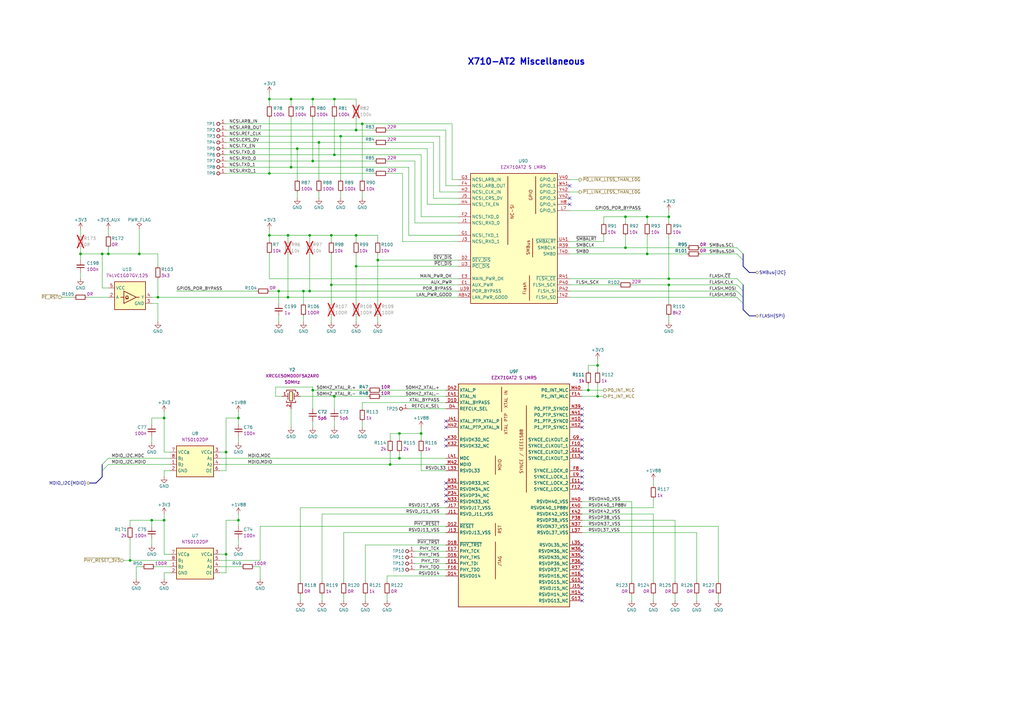
<source format=kicad_sch>
(kicad_sch (version 20250114) (generator "eeschema") (generator_version "9.0")
  (paper "A3")
  (title_block (title "OCuLink to 10GbE adapter") (date "2025-11-07") (rev "1.0.0") (company "Antmicro Ltd") (comment 1 "www.antmicro.com"))
  (lib_symbols
    (symbol "antmicroCapacitors0402:C_100n_16V_X7R_0402" (pin_numbers (hide yes)) (pin_names (hide yes))
      (property "Reference" "C" (at 15.24 -5.08 0))
      (property "Val" "100n" (at 15.24 -7.62 0))
      (symbol "C_100n_16V_X7R_0402_1_1"
        (pin passive line (at 0 0 0) (length 2.032) (name "~") (number "1"))
        (pin passive line (at 5.08 0 180) (length 2.032) (name "~") (number "2"))
      )
    )
    (symbol "antmicroCapacitors0402:C_5p6_0402" (pin_numbers (hide yes)) (pin_names (hide yes))
      (property "Reference" "C" (at 20.32 -5.08 0))
      (property "Val" "5p6" (at 20.32 -7.62 0))
      (symbol "C_5p6_0402_1_1"
        (pin passive line (at 0 0 0) (length 2.032) (name "~") (number "1"))
        (pin passive line (at 5.08 0 180) (length 2.032) (name "~") (number "2"))
      )
    )
    (symbol "antmicroCapacitors0603:C_1u_16V_X7R_0603" (pin_numbers (hide yes)) (pin_names (hide yes))
      (property "Reference" "C" (at 15.24 -5.08 0))
      (property "Val" "1u" (at 15.24 -7.62 0))
      (symbol "C_1u_16V_X7R_0603_1_1"
        (pin passive line (at 0 0 0) (length 2.032) (name "~") (number "1"))
        (pin passive line (at 5.08 0 180) (length 2.032) (name "~") (number "2"))
      )
    )
    (symbol "antmicroInterfaceControllers:EZX710AT2_S_LMR5"
      (property "Reference" "U" (at 76.2 0 0))
      (property "MPN" "EZX710AT2 S LMR5" (at 76.2 -2.54 0))
      (symbol "EZX710AT2_S_LMR5_1_1"
        (text "PCIe" (at 21.59 -71.12 900) (effects (font (size 2.54 2.54) (thickness 0.508) (bold yes)) (justify left bottom)))
        (text "JTAG" (at 22.86 -7.112 900) (effects (font (size 1.27 1.27)) (justify left bottom)))
        (pin input line (at 0 0 0) (length 5.08) (name "~{PE_RST}") (number "R1"))
        (pin open_collector line (at 0 -2.54 0) (length 5.08) (name "~{PE_WAKE}") (number "P2"))
        (pin input line (at 0 -7.62 0) (length 5.08) (name "PE_CLK_P") (number "AA1"))
        (pin input line (at 0 -10.16 0) (length 5.08) (name "PE_CLK_N") (number "AB2"))
        (pin output line (at 0 -15.24 0) (length 5.08) (name "PET_0_P") (number "AD4"))
        (pin output line (at 0 -17.78 0) (length 5.08) (name "PET_0_N") (number "AC5"))
        (pin input line (at 0 -22.86 0) (length 5.08) (name "PER_0_P") (number "AA5"))
        (pin input line (at 0 -25.4 0) (length 5.08) (name "PER_0_N") (number "AA7"))
        (pin output line (at 0 -30.48 0) (length 5.08) (name "PET_1_P") (number "AD8"))
        (pin output line (at 0 -33.02 0) (length 5.08) (name "PET_1_N") (number "AD10"))
        (pin input line (at 0 -38.1 0) (length 5.08) (name "PER_1_P") (number "AB10"))
        (pin input line (at 0 -40.64 0) (length 5.08) (name "PER_1_N") (number "AB12"))
        (pin output line (at 0 -45.72 0) (length 5.08) (name "PET_2_P") (number "AD14"))
        (pin output line (at 0 -48.26 0) (length 5.08) (name "PET_2_N") (number "AD16"))
        (pin input line (at 0 -53.34 0) (length 5.08) (name "PER_2_P") (number "AB16"))
        (pin input line (at 0 -55.88 0) (length 5.08) (name "PER_2_N") (number "AB18"))
        (pin output line (at 0 -60.96 0) (length 5.08) (name "PET_3_P") (number "AD20"))
        (pin output line (at 0 -63.5 0) (length 5.08) (name "PET_3_N") (number "AD22"))
        (pin input line (at 0 -68.58 0) (length 5.08) (name "PER_3_P") (number "AB22"))
        (pin input line (at 0 -71.12 0) (length 5.08) (name "PER_3_N") (number "AB24"))
        (pin output line (at 0 -76.2 0) (length 5.08) (name "PET_4_P") (number "AD26"))
        (pin output line (at 0 -78.74 0) (length 5.08) (name "PET_4_N") (number "AD28"))
        (pin input line (at 0 -83.82 0) (length 5.08) (name "PER_4_P") (number "AA27"))
        (pin input line (at 0 -86.36 0) (length 5.08) (name "PER_4_N") (number "AB28"))
        (pin output line (at 0 -91.44 0) (length 5.08) (name "PET_5_P") (number "AC31"))
        (pin output line (at 0 -93.98 0) (length 5.08) (name "PET_5_N") (number "AD32"))
        (pin input line (at 0 -99.06 0) (length 5.08) (name "PER_5_P") (number "Y30"))
        (pin input line (at 0 -101.6 0) (length 5.08) (name "PER_5_N") (number "AA31"))
        (pin output line (at 0 -106.68 0) (length 5.08) (name "PET_6_P") (number "AC35"))
        (pin output line (at 0 -109.22 0) (length 5.08) (name "PET_6_N") (number "AD36"))
        (pin input line (at 0 -114.3 0) (length 5.08) (name "PER_6_P") (number "Y34"))
        (pin input line (at 0 -116.84 0) (length 5.08) (name "PER_6_N") (number "AA35"))
        (pin output line (at 0 -121.92 0) (length 5.08) (name "PET_7_P") (number "AC39"))
        (pin output line (at 0 -124.46 0) (length 5.08) (name "PET_7_N") (number "AD40"))
        (pin input line (at 0 -129.54 0) (length 5.08) (name "PER_7_P") (number "Y38"))
        (pin input line (at 0 -132.08 0) (length 5.08) (name "PER_7_N") (number "AA39"))
        (pin input line (at 35.56 0 180) (length 5.08) (name "~{JRST}") (number "V36"))
        (pin input line (at 35.56 -2.54 180) (length 5.08) (name "JTCK") (number "U37"))
        (pin input line (at 35.56 -5.08 180) (length 5.08) (name "JTMS") (number "V38"))
        (pin input line (at 35.56 -7.62 180) (length 5.08) (name "JTDI") (number "T36"))
        (pin open_collector line (at 35.56 -10.16 180) (length 5.08) (name "JTDO") (number "T38"))
        (pin passive line (at 35.56 -129.54 180) (length 5.08) (name "RBIAS") (number "Y10"))
        (pin passive line (at 35.56 -132.08 180) (length 5.08) (name "RSENSE") (number "Y12"))
      )
      (symbol "EZX710AT2_S_LMR5_2_1"
        (text "P0 10GBASE-T" (at 15.24 -19.05 900) (effects (font (size 1.27 1.27)) (justify left top)))
        (text "LINE INPUT/OUTPUT" (at 20.32 -54.61 900) (effects (font (size 1.27 1.27)) (justify left bottom)))
        (text "P1 10GBASE-T" (at 30.48 -19.05 900) (effects (font (size 1.27 1.27)) (justify left bottom)))
        (pin bidirectional line (at 0 0 0) (length 5.08) (name "P0_A_P") (number "B40"))
        (pin bidirectional line (at 0 -2.54 0) (length 5.08) (name "P0_A_N") (number "A39"))
        (pin bidirectional line (at 0 -7.62 0) (length 5.08) (name "P0_B_P") (number "A37"))
        (pin bidirectional line (at 0 -10.16 0) (length 5.08) (name "P0_B_N") (number "B38"))
        (pin bidirectional line (at 0 -15.24 0) (length 5.08) (name "P0_C_P") (number "B36"))
        (pin bidirectional line (at 0 -17.78 0) (length 5.08) (name "P0_C_N") (number "A35"))
        (pin bidirectional line (at 0 -22.86 0) (length 5.08) (name "P0_D_P") (number "A33"))
        (pin bidirectional line (at 0 -25.4 0) (length 5.08) (name "P0_D_N") (number "B34"))
        (pin output line (at 0 -33.02 0) (length 5.08) (name "SER0_TX_P") (number "A17"))
        (pin output line (at 0 -35.56 0) (length 5.08) (name "SER0_TX_N") (number "B18"))
        (pin input line (at 0 -40.64 0) (length 5.08) (name "SER0_RX_P") (number "B14"))
        (pin input line (at 0 -43.18 0) (length 5.08) (name "SER0_RX_N") (number "A13"))
        (pin output line (at 0 -48.26 0) (length 5.08) (name "SER1_TX_P") (number "A9"))
        (pin output line (at 0 -50.8 0) (length 5.08) (name "SER1_TX_N") (number "B10"))
        (pin input line (at 0 -55.88 0) (length 5.08) (name "SER1_RX_P") (number "B6"))
        (pin input line (at 0 -58.42 0) (length 5.08) (name "SER1_RX_N") (number "A5"))
        (pin bidirectional line (at 45.72 0 180) (length 5.08) (name "P1_A_P") (number "A23"))
        (pin bidirectional line (at 45.72 -2.54 180) (length 5.08) (name "P1_A_N") (number "B24"))
        (pin bidirectional line (at 45.72 -7.62 180) (length 5.08) (name "P1_B_P") (number "B26"))
        (pin bidirectional line (at 45.72 -10.16 180) (length 5.08) (name "P1_B_N") (number "A25"))
        (pin bidirectional line (at 45.72 -15.24 180) (length 5.08) (name "P1_C_P") (number "A27"))
        (pin bidirectional line (at 45.72 -17.78 180) (length 5.08) (name "P1_C_N") (number "B28"))
        (pin bidirectional line (at 45.72 -22.86 180) (length 5.08) (name "P1_D_P") (number "B30"))
        (pin bidirectional line (at 45.72 -25.4 180) (length 5.08) (name "P1_D_N") (number "A29"))
        (pin passive line (at 45.72 -55.88 180) (length 5.08) (name "BIAS_RDAC") (number "E39"))
        (pin passive line (at 45.72 -58.42 180) (length 5.08) (name "RESCAL_RES_P") (number "J37"))
      )
      (symbol "EZX710AT2_S_LMR5_3_1"
        (text "P0 SDP" (at 16.51 -37.592 900) (effects (font (size 1.27 1.27)) (justify left bottom)))
        (text "P1 SDP" (at 16.51 -50.8 900) (effects (font (size 1.27 1.27)) (justify left bottom)))
        (text "NC (pull-up)" (at 19.812 -23.368 900) (effects (font (size 1.27 1.27)) (justify left bottom)))
        (text "P3 SDP" (at 30.226 -37.846 900) (effects (font (size 1.27 1.27)) (justify left bottom)))
        (text "P0 LED" (at 30.48 -1.778 0) (effects (font (size 1.27 1.27)) (justify right bottom)))
        (text "P2 LED" (at 30.48 -6.858 0) (effects (font (size 1.27 1.27)) (justify right bottom)))
        (text "P1 LED" (at 30.48 -14.732 0) (effects (font (size 1.27 1.27)) (justify right bottom)))
        (text "P3 LED" (at 30.48 -19.558 0) (effects (font (size 1.27 1.27)) (justify right bottom)))
        (text "P3 SDP" (at 30.48 -51.054 900) (effects (font (size 1.27 1.27)) (justify left bottom)))
        (pin bidirectional line (at 0 0 0) (length 5.08) (name "MDIO0_SDA0") (number "N1"))
        (pin output line (at 0 -2.54 0) (length 5.08) (name "MDC0_SCL0") (number "N3"))
        (pin passive line (at 0 -7.62 0) (length 5.08) (name "MDIO1_SDA1") (number "M2"))
        (pin passive line (at 0 -10.16 0) (length 5.08) (name "MDC1_SCL1") (number "M4"))
        (pin passive line (at 0 -15.24 0) (length 5.08) (name "MDIO2_SDA2") (number "L1"))
        (pin passive line (at 0 -17.78 0) (length 5.08) (name "MDC2_SCL2") (number "L3"))
        (pin passive line (at 0 -22.86 0) (length 5.08) (name "MDIO3_SDA3") (number "K2"))
        (pin passive line (at 0 -25.4 0) (length 5.08) (name "MDC3_SCL3") (number "K4"))
        (pin tri_state line (at 0 -30.48 0) (length 5.08) (name "SDP0_0") (number "E5"))
        (pin tri_state line (at 0 -33.02 0) (length 5.08) (name "SDP0_1") (number "G5"))
        (pin tri_state line (at 0 -35.56 0) (length 5.08) (name "SDP0_2") (number "K6"))
        (pin passive line (at 0 -38.1 0) (length 5.08) (name "SDP0_3") (number "L5"))
        (pin passive line (at 0 -43.18 0) (length 5.08) (name "SDP1_0") (number "R7"))
        (pin passive line (at 0 -45.72 0) (length 5.08) (name "SDP1_1") (number "P4"))
        (pin passive line (at 0 -48.26 0) (length 5.08) (name "SDP1_2") (number "P6"))
        (pin passive line (at 0 -50.8 0) (length 5.08) (name "SDP1_3") (number "H6"))
        (pin input line (at 0 -55.88 0) (length 5.08) (name "REFCLKIN_P") (number "C1"))
        (pin input line (at 0 -58.42 0) (length 5.08) (name "REFCLKIN_N") (number "C3"))
        (pin tri_state line (at 0 -63.5 0) (length 5.08) (name "OSC_SEL") (number "J9"))
        (pin output line (at 45.72 0 180) (length 5.08) (name "LED0_0") (number "V4"))
        (pin output line (at 45.72 -2.54 180) (length 5.08) (name "LED0_1") (number "V6"))
        (pin output line (at 45.72 -5.08 180) (length 5.08) (name "LED2_0") (number "T4"))
        (pin output line (at 45.72 -7.62 180) (length 5.08) (name "LED2_1") (number "T6"))
        (pin passive line (at 45.72 -12.7 180) (length 5.08) (name "LED1_0") (number "U5"))
        (pin passive line (at 45.72 -15.24 180) (length 5.08) (name "LED1_1") (number "U7"))
        (pin passive line (at 45.72 -17.78 180) (length 5.08) (name "LED3_0") (number "R3"))
        (pin passive line (at 45.72 -20.32 180) (length 5.08) (name "LED3_1") (number "R5"))
        (pin passive line (at 45.72 -30.48 180) (length 5.08) (name "SDP2_0") (number "F6"))
        (pin passive line (at 45.72 -33.02 180) (length 5.08) (name "SDP2_1") (number "J7"))
        (pin passive line (at 45.72 -35.56 180) (length 5.08) (name "SDP2_2") (number "E7"))
        (pin passive line (at 45.72 -38.1 180) (length 5.08) (name "SDP2_3") (number "G7"))
        (pin passive line (at 45.72 -43.18 180) (length 5.08) (name "SDP3_0") (number "N5"))
        (pin passive line (at 45.72 -45.72 180) (length 5.08) (name "SDP3_1") (number "N7"))
        (pin passive line (at 45.72 -48.26 180) (length 5.08) (name "SDP3_2") (number "M6"))
        (pin passive line (at 45.72 -50.8 180) (length 5.08) (name "SDP3_3") (number "M8"))
        (pin passive line (at 45.72 -60.96 180) (length 5.08) (name "TPIN_5") (number "G17"))
        (pin passive line (at 45.72 -63.5 180) (length 5.08) (name "TPIN_3") (number "H20"))
      )
      (symbol "EZX710AT2_S_LMR5_4_1"
        (text "NC-SI" (at 22.86 -16.256 900) (effects (font (size 1.27 1.27)) (justify left bottom)))
        (text "SMBus" (at 27.94 -30.988 900) (effects (font (size 1.27 1.27)) (justify left top)))
        (text "Flash" (at 27.94 -47.244 900) (effects (font (size 1.27 1.27)) (justify left bottom)))
        (text "GPIO" (at 30.48 -8.636 900) (effects (font (size 1.27 1.27)) (justify left bottom)))
        (pin input line (at 0 0 0) (length 5.08) (name "NCSI_ARB_IN") (number "G3"))
        (pin output line (at 0 -2.54 0) (length 5.08) (name "NCSI_ARB_OUT") (number "F4"))
        (pin input line (at 0 -5.08 0) (length 5.08) (name "NCSI_CLK_IN") (number "H2"))
        (pin output line (at 0 -7.62 0) (length 5.08) (name "NCSI_CRS_DV") (number "J5"))
        (pin input line (at 0 -10.16 0) (length 5.08) (name "NCSI_TX_EN") (number "H4"))
        (pin input line (at 0 -15.24 0) (length 5.08) (name "NCSI_TXD_0") (number "F2"))
        (pin output line (at 0 -17.78 0) (length 5.08) (name "NCSI_RXD_0") (number "J1"))
        (pin input line (at 0 -22.86 0) (length 5.08) (name "NCSI_TXD_1") (number "G1"))
        (pin output line (at 0 -25.4 0) (length 5.08) (name "NCSI_RXD_1") (number "J3"))
        (pin tri_state line (at 0 -33.02 0) (length 5.08) (name "~{DEV_DIS}") (number "D2"))
        (pin tri_state line (at 0 -35.56 0) (length 5.08) (name "~{PCI_DIS}") (number "U3"))
        (pin input line (at 0 -40.64 0) (length 5.08) (name "MAIN_PWR_OK") (number "E3"))
        (pin tri_state line (at 0 -43.18 0) (length 5.08) (name "AUX_PWR") (number "E1"))
        (pin input line (at 0 -45.72 0) (length 5.08) (name "POR_BYPASS") (number "U39"))
        (pin input line (at 0 -48.26 0) (length 5.08) (name "LAN_PWR_GOOD") (number "AB42"))
        (pin tri_state line (at 45.72 0 180) (length 5.08) (name "GPIO_0") (number "V40"))
        (pin passive line (at 45.72 -2.54 180) (length 5.08) (name "GPIO_1") (number "W41"))
        (pin tri_state line (at 45.72 -5.08 180) (length 5.08) (name "GPIO_2") (number "Y42"))
        (pin passive line (at 45.72 -7.62 180) (length 5.08) (name "GPIO_3") (number "V42"))
        (pin passive line (at 45.72 -10.16 180) (length 5.08) (name "GPIO_4") (number "H8"))
        (pin tri_state line (at 45.72 -12.7 180) (length 5.08) (name "GPIO_5") (number "L7"))
        (pin open_collector line (at 45.72 -25.4 180) (length 5.08) (name "~{SMBALRT}") (number "U41"))
        (pin open_collector line (at 45.72 -27.94 180) (length 5.08) (name "SMBCLK") (number "R39"))
        (pin open_collector line (at 45.72 -30.48 180) (length 5.08) (name "SMBD") (number "T40"))
        (pin tri_state line (at 45.72 -40.64 180) (length 5.08) (name "~{FLSH_CE}") (number "R41"))
        (pin tri_state line (at 45.72 -43.18 180) (length 5.08) (name "FLSH_SCK") (number "P40"))
        (pin tri_state line (at 45.72 -45.72 180) (length 5.08) (name "FLSH_SI") (number "P42"))
        (pin input line (at 45.72 -48.26 180) (length 5.08) (name "FLSH_SO") (number "T42"))
      )
      (symbol "EZX710AT2_S_LMR5_5_1"
        (pin passive line (at 0 0 0) (length 5.08) (name "RSVDY24_VSS") (number "Y24"))
        (pin passive line (at 0 -5.08 0) (length 5.08) (name "RSVDY22_VSS") (number "Y22"))
        (pin passive line (at 0 -7.62 0) (length 5.08) (name "RSVDW5_VSS") (number "W5"))
        (pin passive line (at 0 -12.7 0) (length 5.08) (name "RSVDN9_VSS") (number "N9"))
        (pin passive line (at 0 -15.24 0) (length 5.08) (name "RSVDW1_VSS") (number "W1"))
        (pin passive line (at 0 -17.78 0) (length 5.08) (name "RSVDP22_VSS") (number "P22"))
        (pin passive line (at 0 -20.32 0) (length 5.08) (name "RSVDY18_VSS") (number "Y18"))
        (pin passive line (at 0 -24.13 0) (length 5.08) (name "RSVDP8_VSS") (number "P8"))
        (pin passive line (at 0 -31.75 0) (length 5.08) (name "RSVDR9_NC") (number "R9"))
        (pin passive line (at 0 -34.29 0) (length 5.08) (name "RSVDU9_NC") (number "U9"))
        (pin passive line (at 0 -36.83 0) (length 5.08) (name "RSVDK24_NC") (number "K24"))
        (pin passive line (at 0 -39.37 0) (length 5.08) (name "RSVDL25_NC") (number "L25"))
        (pin passive line (at 43.18 0 180) (length 5.08) (name "DEBUG_Y16") (number "Y16"))
        (pin passive line (at 43.18 -2.54 180) (length 5.08) (name "DEBUG_W7") (number "W7"))
        (pin passive line (at 43.18 -5.08 180) (length 5.08) (name "DEBUG_Y20") (number "Y20"))
        (pin passive line (at 43.18 -10.16 180) (length 5.08) (name "RSVDW25_NC") (number "W25"))
        (pin passive line (at 43.18 -12.7 180) (length 5.08) (name "RSVDW27_NC") (number "W27"))
        (pin passive line (at 43.18 -15.24 180) (length 5.08) (name "RSVDV22_NC") (number "V22"))
        (pin passive line (at 43.18 -17.78 180) (length 5.08) (name "RSVDV24_NC") (number "V24"))
        (pin passive line (at 43.18 -20.32 180) (length 5.08) (name "RSVDV26_NC") (number "V26"))
        (pin passive line (at 43.18 -22.86 180) (length 5.08) (name "RSVDV28_NC") (number "V28"))
        (pin passive line (at 43.18 -25.4 180) (length 5.08) (name "RSVDU23_NC") (number "U23"))
        (pin passive line (at 43.18 -27.94 180) (length 5.08) (name "RSVDU25_NC") (number "U25"))
        (pin passive line (at 43.18 -30.48 180) (length 5.08) (name "RSVDU27_NC") (number "U27"))
        (pin passive line (at 43.18 -33.02 180) (length 5.08) (name "RSVDU29_NC") (number "U29"))
        (pin passive line (at 43.18 -35.56 180) (length 5.08) (name "RSVDT22_NC") (number "T22"))
        (pin passive line (at 43.18 -38.1 180) (length 5.08) (name "RSVDT24_NC") (number "T24"))
        (pin passive line (at 43.18 -40.64 180) (length 5.08) (name "RSVDT26_NC") (number "T26"))
        (pin passive line (at 43.18 -43.18 180) (length 5.08) (name "RSVDT28_NC") (number "T28"))
        (pin passive line (at 43.18 -45.72 180) (length 5.08) (name "RSVDR23_NC") (number "R23"))
        (pin passive line (at 43.18 -48.26 180) (length 5.08) (name "RSVDR25_NC") (number "R25"))
        (pin passive line (at 43.18 -50.8 180) (length 5.08) (name "RSVDR27_NC") (number "R27"))
        (pin passive line (at 43.18 -53.34 180) (length 5.08) (name "RSVDP24_NC") (number "P24"))
        (pin passive line (at 43.18 -55.88 180) (length 5.08) (name "RSVDP26_NC") (number "P26"))
        (pin passive line (at 43.18 -58.42 180) (length 5.08) (name "RSVDP28_NC") (number "P28"))
        (pin passive line (at 43.18 -60.96 180) (length 5.08) (name "RSVDN23_NC") (number "N23"))
        (pin passive line (at 43.18 -63.5 180) (length 5.08) (name "RSVDN25_NC") (number "N25"))
        (pin passive line (at 43.18 -66.04 180) (length 5.08) (name "RSVDN27_NC") (number "N27"))
        (pin passive line (at 43.18 -68.58 180) (length 5.08) (name "RSVDM22_NC") (number "M22"))
        (pin passive line (at 43.18 -71.12 180) (length 5.08) (name "RSVDM24_NC") (number "M24"))
        (pin passive line (at 43.18 -73.66 180) (length 5.08) (name "RSVDM26_NC") (number "M26"))
        (pin passive line (at 43.18 -76.2 180) (length 5.08) (name "RSVDM28_NC") (number "M28"))
        (pin passive line (at 43.18 -78.74 180) (length 5.08) (name "RSVDL23_NC") (number "L23"))
        (pin passive line (at 43.18 -81.28 180) (length 5.08) (name "RSVDL27_NC") (number "L27"))
        (pin passive line (at 43.18 -83.82 180) (length 5.08) (name "RSVDK22_NC") (number "K22"))
        (pin passive line (at 43.18 -86.36 180) (length 5.08) (name "RSVDJ23_NC") (number "J23"))
        (pin passive line (at 43.18 -88.9 180) (length 5.08) (name "RSVDJ25_NC") (number "J25"))
        (pin passive line (at 43.18 -91.44 180) (length 5.08) (name "RSVDW23_NC") (number "W23"))
      )
      (symbol "EZX710AT2_S_LMR5_6_1"
        (text "MDIO" (at 22.86 -33.02 900) (effects (font (size 1.27 1.27)) (justify left bottom)))
        (text "RST" (at 22.86 -58.928 900) (effects (font (size 1.27 1.27)) (justify left bottom)))
        (text "JTAG" (at 22.86 -72.39 900) (effects (font (size 1.27 1.27)) (justify left bottom)))
        (text "XTAL IN" (at 25.4 -7.366 900) (effects (font (size 1.27 1.27)) (justify left bottom)))
        (text "XTAL PTP" (at 25.4 -18.288 900) (effects (font (size 1.27 1.27)) (justify left bottom)))
        (text "SYNCE / IEEE1588" (at 31.75 -34.29 900) (effects (font (size 1.27 1.27)) (justify left bottom)))
        (pin input line (at 0 0 0) (length 5.08) (name "XTAL_P") (number "D42"))
        (pin input line (at 0 -2.54 0) (length 5.08) (name "XTAL_N") (number "E41"))
        (pin passive line (at 0 -5.08 0) (length 5.08) (name "XTAL_BYPASS") (number "D10"))
        (pin input line (at 0 -7.62 0) (length 5.08) (name "REFCLK_SEL") (number "D4"))
        (pin passive line (at 0 -12.7 0) (length 5.08) (name "XTAL_PTP_XTAL_P") (number "J41"))
        (pin passive line (at 0 -15.24 0) (length 5.08) (name "XTAL_PTP_XTAL_N") (number "H42"))
        (pin passive line (at 0 -20.32 0) (length 5.08) (name "RSVDK30_NC") (number "K30"))
        (pin passive line (at 0 -22.86 0) (length 5.08) (name "RSVDK32_NC") (number "K32"))
        (pin input line (at 0 -27.94 0) (length 5.08) (name "MDC") (number "L41"))
        (pin bidirectional line (at 0 -30.48 0) (length 5.08) (name "MDIO") (number "M42"))
        (pin passive line (at 0 -33.02 0) (length 5.08) (name "RSVDL33") (number "L33"))
        (pin passive line (at 0 -38.1 0) (length 5.08) (name "RSVDR33_NC") (number "R33"))
        (pin passive line (at 0 -40.64 0) (length 5.08) (name "RSVDM34_NC") (number "M34"))
        (pin passive line (at 0 -43.18 0) (length 5.08) (name "RSVDP34_NC") (number "P34"))
        (pin passive line (at 0 -45.72 0) (length 5.08) (name "RSVDN33_NC") (number "N33"))
        (pin passive line (at 0 -48.26 0) (length 5.08) (name "RSVDJ17_VSS") (number "J17"))
        (pin passive line (at 0 -50.8 0) (length 5.08) (name "RSVD_J11_VSS") (number "J11"))
        (pin input line (at 0 -55.88 0) (length 5.08) (name "~{RESET}") (number "D12"))
        (pin passive line (at 0 -58.42 0) (length 5.08) (name "RSVDJ13_VSS") (number "J13"))
        (pin input line (at 0 -63.5 0) (length 5.08) (name "~{PHY_TRST}") (number "D18"))
        (pin input line (at 0 -66.04 0) (length 5.08) (name "PHY_TCK") (number "E17"))
        (pin input line (at 0 -68.58 0) (length 5.08) (name "PHY_TMS") (number "D16"))
        (pin input line (at 0 -71.12 0) (length 5.08) (name "PHY_TDI") (number "E15"))
        (pin open_collector line (at 0 -73.66 0) (length 5.08) (name "PHY_TDO") (number "F16"))
        (pin input line (at 0 -76.2 0) (length 5.08) (name "RSVDD14") (number "D14"))
        (pin passive line (at 55.88 0 180) (length 5.08) (name "P0_INT_MLC") (number "M40"))
        (pin passive line (at 55.88 -2.54 180) (length 5.08) (name "P1_INT_MLC") (number "F14"))
        (pin passive line (at 55.88 -7.62 180) (length 5.08) (name "P0_PTP_SYNC0") (number "N39"))
        (pin passive line (at 55.88 -10.16 180) (length 5.08) (name "P0_PTP_SYNC1") (number "N41"))
        (pin passive line (at 55.88 -12.7 180) (length 5.08) (name "P1_PTP_SYNC0") (number "H10"))
        (pin passive line (at 55.88 -15.24 180) (length 5.08) (name "P1_PTP_SYNC1") (number "H12"))
        (pin output line (at 55.88 -20.32 180) (length 5.08) (name "SYNCE_CLKOUT_0") (number "G9"))
        (pin output line (at 55.88 -22.86 180) (length 5.08) (name "SYNCE_CLKOUT_1") (number "F10"))
        (pin output line (at 55.88 -25.4 180) (length 5.08) (name "SYNCE_CLKOUT_2") (number "G11"))
        (pin output line (at 55.88 -27.94 180) (length 5.08) (name "SYNCE_CLKOUT_3") (number "E13"))
        (pin output line (at 55.88 -33.02 180) (length 5.08) (name "SYNCE_LOCK_0") (number "F8"))
        (pin output line (at 55.88 -35.56 180) (length 5.08) (name "SYNCE_LOCK_1") (number "E9"))
        (pin output line (at 55.88 -38.1 180) (length 5.08) (name "SYNCE_LOCK_2") (number "E11"))
        (pin output line (at 55.88 -40.64 180) (length 5.08) (name "SYNCE_LOCK_3") (number "F12"))
        (pin passive line (at 55.88 -45.72 180) (length 5.08) (name "RSVDH40_VSS") (number "H40"))
        (pin passive line (at 55.88 -48.26 180) (length 5.08) (name "RSVDK40_1P88V") (number "K40"))
        (pin passive line (at 55.88 -50.8 180) (length 5.08) (name "RSVDK42_VSS") (number "K42"))
        (pin passive line (at 55.88 -53.34 180) (length 5.08) (name "RSVDP38_VSS") (number "P38"))
        (pin passive line (at 55.88 -55.88 180) (length 5.08) (name "RSVDN37_VSS") (number "N37"))
        (pin passive line (at 55.88 -58.42 180) (length 5.08) (name "RSVDL37_VSS") (number "L37"))
        (pin passive line (at 55.88 -63.5 180) (length 5.08) (name "RSVDL35_NC") (number "L35"))
        (pin passive line (at 55.88 -66.04 180) (length 5.08) (name "RSVDM36_NC") (number "M36"))
        (pin passive line (at 55.88 -68.58 180) (length 5.08) (name "RSVDN35_NC") (number "N35"))
        (pin passive line (at 55.88 -71.12 180) (length 5.08) (name "RSVDP36_NC") (number "P36"))
        (pin passive line (at 55.88 -73.66 180) (length 5.08) (name "RSVDR37_NC") (number "R37"))
        (pin passive line (at 55.88 -76.2 180) (length 5.08) (name "RSVDH16_NC") (number "H16"))
        (pin passive line (at 55.88 -78.74 180) (length 5.08) (name "RSVDG15_NC") (number "G15"))
        (pin passive line (at 55.88 -81.28 180) (length 5.08) (name "RSVDJ15_NC") (number "J15"))
        (pin passive line (at 55.88 -83.82 180) (length 5.08) (name "RSVDH14_NC") (number "H14"))
        (pin passive line (at 55.88 -86.36 180) (length 5.08) (name "RSVDG13_NC") (number "G13"))
      )
      (symbol "EZX710AT2_S_LMR5_7_1"
        (pin passive line (at 0 0 0) (length 5.08) (name "RSVDE19_1P88V") (number "E19"))
        (pin passive line (at 0 -2.54 0) (length 5.08) (name "RSVDD8_1P88V") (number "D8"))
        (pin passive line (at 0 -5.08 0) (length 5.08) (name "RSVDJ19_VSS") (number "J19"))
        (pin passive line (at 0 -7.62 0) (length 5.08) (name "RSVDJ21_VSS") (number "J21"))
        (pin passive line (at 0 -10.16 0) (length 5.08) (name "RSVH18_VSS") (number "H18"))
        (pin passive line (at 0 -12.7 0) (length 5.08) (name "RSVDH22_VSS") (number "H22"))
        (pin passive line (at 0 -15.24 0) (length 5.08) (name "RSVDG19_VSS") (number "G19"))
        (pin passive line (at 0 -17.78 0) (length 5.08) (name "RSVDG21_VSS") (number "G21"))
        (pin passive line (at 0 -20.32 0) (length 5.08) (name "RSVDF18_VSS") (number "F18"))
        (pin passive line (at 0 -22.86 0) (length 5.08) (name "RSVDF20_VSS") (number "F20"))
        (pin passive line (at 0 -25.4 0) (length 5.08) (name "RSVDF22_VSS") (number "F22"))
        (pin passive line (at 0 -27.94 0) (length 5.08) (name "RSVDE21_VSS") (number "E21"))
        (pin passive line (at 0 -30.48 0) (length 5.08) (name "RSVDE23_VSS") (number "E23"))
        (pin passive line (at 0 -33.02 0) (length 5.08) (name "RSVDE25_VSS") (number "E25"))
        (pin passive line (at 0 -35.56 0) (length 5.08) (name "RSVDD22_VSS") (number "D22"))
        (pin passive line (at 0 -38.1 0) (length 5.08) (name "RSVDG23_VSS") (number "G23"))
        (pin passive line (at 0 -40.64 0) (length 5.08) (name "RSVDH24_VSS") (number "H24"))
        (pin passive line (at 0 -45.72 0) (length 5.08) (name "RSVDK34_NC") (number "K34"))
        (pin passive line (at 0 -48.26 0) (length 5.08) (name "RSVDK36_NC") (number "K36"))
        (pin passive line (at 0 -50.8 0) (length 5.08) (name "RSVDK26_NC") (number "K26"))
        (pin passive line (at 0 -53.34 0) (length 5.08) (name "RSVDK28_NC") (number "K28"))
        (pin passive line (at 0 -58.42 0) (length 5.08) (name "RSVDD20_NC") (number "D20"))
        (pin passive line (at 0 -60.96 0) (length 5.08) (name "RSVDC21_NC") (number "C21"))
        (pin passive line (at 0 -66.04 0) (length 5.08) (name "RSVDB42_NC") (number "B42"))
        (pin passive line (at 0 -68.58 0) (length 5.08) (name "RSVDA41_NC") (number "A41"))
        (pin passive line (at 43.18 0 180) (length 5.08) (name "RSVDL29_NC") (number "L29"))
        (pin passive line (at 43.18 -2.54 180) (length 5.08) (name "RSVDM32_NC") (number "M32"))
        (pin passive line (at 43.18 -5.08 180) (length 5.08) (name "RSVDM30_NC") (number "M30"))
        (pin passive line (at 43.18 -7.62 180) (length 5.08) (name "RSVDN31_NC") (number "N31"))
        (pin passive line (at 43.18 -10.16 180) (length 5.08) (name "RSVDN29_NC") (number "N29"))
        (pin passive line (at 43.18 -12.7 180) (length 5.08) (name "RSVDP32_NC") (number "P32"))
        (pin passive line (at 43.18 -15.24 180) (length 5.08) (name "RSVDP30_NC") (number "P30"))
        (pin passive line (at 43.18 -17.78 180) (length 5.08) (name "RSVDR31_NC") (number "R31"))
        (pin passive line (at 43.18 -20.32 180) (length 5.08) (name "RSVDR29_NC") (number "R29"))
        (pin passive line (at 43.18 -22.86 180) (length 5.08) (name "RSVDT32_NC") (number "T32"))
        (pin passive line (at 43.18 -25.4 180) (length 5.08) (name "RSVDT30_NC") (number "T30"))
        (pin passive line (at 43.18 -27.94 180) (length 5.08) (name "RSVDU35_NC") (number "U35"))
        (pin passive line (at 43.18 -30.48 180) (length 5.08) (name "RSVDU33_NC") (number "U33"))
        (pin passive line (at 43.18 -33.02 180) (length 5.08) (name "RSVDU31_NC") (number "U31"))
        (pin passive line (at 43.18 -35.56 180) (length 5.08) (name "RSVDV34_NC") (number "V34"))
        (pin passive line (at 43.18 -38.1 180) (length 5.08) (name "RSVDV32_NC") (number "V32"))
        (pin passive line (at 43.18 -40.64 180) (length 5.08) (name "RSVDV30_NC") (number "V30"))
        (pin passive line (at 43.18 -45.72 180) (length 5.08) (name "RSVDL31_VSS") (number "L31"))
        (pin passive line (at 43.18 -50.8 180) (length 5.08) (name "RSVDD6_VSS") (number "D6"))
        (pin passive line (at 43.18 -53.34 180) (length 5.08) (name "RSVDF38_VSS") (number "F38"))
        (pin passive line (at 43.18 -55.88 180) (length 5.08) (name "RSVDD32_NC") (number "D32"))
        (pin passive line (at 43.18 -58.42 180) (length 5.08) (name "RSVDJ39_NC") (number "J39"))
      )
      (symbol "EZX710AT2_S_LMR5_8_1"
        (text "Power supply" (at 19.05 -1.27 0) (effects (font (size 1.27 1.27)) (justify left bottom)))
        (text "GND" (at 30.48 -49.53 900) (effects (font (size 1.27 1.27)) (justify left bottom)))
        (pin power_in line (at 0 0 0) (length 5.08) (name "DVDD") (number "G27"))
        (pin passive line (at 0 0 0) (length 5.08) (hide yes) (name "DVDD") (number "G29"))
        (pin passive line (at 0 0 0) (length 5.08) (hide yes) (name "DVDD") (number "G31"))
        (pin passive line (at 0 0 0) (length 5.08) (hide yes) (name "DVDD") (number "G33"))
        (pin passive line (at 0 0 0) (length 5.08) (hide yes) (name "DVDD") (number "G35"))
        (pin power_in line (at 0 -5.08 0) (length 5.08) (name "VDDIO1") (number "G25"))
        (pin passive line (at 0 -5.08 0) (length 5.08) (hide yes) (name "VDDIO1") (number "G37"))
        (pin power_in line (at 0 -7.62 0) (length 5.08) (name "VDDIO2") (number "L39"))
        (pin power_in line (at 0 -10.16 0) (length 5.08) (name "VDDP2") (number "M38"))
        (pin power_in line (at 0 -15.24 0) (length 5.08) (name "XGB_AVDDH") (number "D34"))
        (pin power_in line (at 0 -20.32 0) (length 5.08) (name "BIAS_AVDDH") (number "D30"))
        (pin power_in line (at 0 -22.86 0) (length 5.08) (name "P0_AVDDH") (number "E35"))
        (pin passive line (at 0 -22.86 0) (length 5.08) (hide yes) (name "P0_AVDDH") (number "E37"))
        (pin power_in line (at 0 -25.4 0) (length 5.08) (name "P1_AVDDH") (number "E27"))
        (pin passive line (at 0 -25.4 0) (length 5.08) (hide yes) (name "P1_AVDDH") (number "E29"))
        (pin power_in line (at 0 -30.48 0) (length 5.08) (name "P0_AVDDL") (number "C33"))
        (pin passive line (at 0 -30.48 0) (length 5.08) (hide yes) (name "P0_AVDDL") (number "C35"))
        (pin passive line (at 0 -30.48 0) (length 5.08) (hide yes) (name "P0_AVDDL") (number "C37"))
        (pin passive line (at 0 -30.48 0) (length 5.08) (hide yes) (name "P0_AVDDL") (number "C39"))
        (pin power_in line (at 0 -35.56 0) (length 5.08) (name "P1_AVDDL") (number "C23"))
        (pin passive line (at 0 -35.56 0) (length 5.08) (hide yes) (name "P1_AVDDL") (number "C25"))
        (pin passive line (at 0 -35.56 0) (length 5.08) (hide yes) (name "P1_AVDDL") (number "C27"))
        (pin passive line (at 0 -35.56 0) (length 5.08) (hide yes) (name "P1_AVDDL") (number "C29"))
        (pin power_in line (at 0 -40.64 0) (length 5.08) (name "XFI_VDD") (number "J27"))
        (pin passive line (at 0 -40.64 0) (length 5.08) (hide yes) (name "XFI_VDD") (number "J29"))
        (pin passive line (at 0 -40.64 0) (length 5.08) (hide yes) (name "XFI_VDD") (number "J31"))
        (pin passive line (at 0 -40.64 0) (length 5.08) (hide yes) (name "XFI_VDD") (number "J35"))
        (pin power_in line (at 0 -45.72 0) (length 5.08) (name "XFI_PVDD") (number "J33"))
        (pin power_in line (at 0 -50.8 0) (length 5.08) (name "PLL_VDD") (number "G39"))
        (pin power_in line (at 50.8 0 180) (length 5.08) (name "VCCA") (number "L11"))
        (pin passive line (at 50.8 0 180) (length 5.08) (hide yes) (name "VCCA") (number "L13"))
        (pin passive line (at 50.8 0 180) (length 5.08) (hide yes) (name "VCCA") (number "L15"))
        (pin passive line (at 50.8 0 180) (length 5.08) (hide yes) (name "VCCA") (number "L17"))
        (pin passive line (at 50.8 0 180) (length 5.08) (hide yes) (name "VCCA") (number "N11"))
        (pin passive line (at 50.8 0 180) (length 5.08) (hide yes) (name "VCCA") (number "N13"))
        (pin passive line (at 50.8 0 180) (length 5.08) (hide yes) (name "VCCA") (number "N15"))
        (pin passive line (at 50.8 0 180) (length 5.08) (hide yes) (name "VCCA") (number "W13"))
        (pin passive line (at 50.8 0 180) (length 5.08) (hide yes) (name "VCCA") (number "W15"))
        (pin passive line (at 50.8 0 180) (length 5.08) (hide yes) (name "VCCA") (number "W17"))
        (pin passive line (at 50.8 0 180) (length 5.08) (hide yes) (name "VCCA") (number "W19"))
        (pin passive line (at 50.8 0 180) (length 5.08) (hide yes) (name "VCCA") (number "W21"))
        (pin power_in line (at 50.8 -5.08 180) (length 5.08) (name "VCCD") (number "L19"))
        (pin passive line (at 50.8 -5.08 180) (length 5.08) (hide yes) (name "VCCD") (number "L21"))
        (pin passive line (at 50.8 -5.08 180) (length 5.08) (hide yes) (name "VCCD") (number "N17"))
        (pin passive line (at 50.8 -5.08 180) (length 5.08) (hide yes) (name "VCCD") (number "N19"))
        (pin passive line (at 50.8 -5.08 180) (length 5.08) (hide yes) (name "VCCD") (number "N21"))
        (pin passive line (at 50.8 -5.08 180) (length 5.08) (hide yes) (name "VCCD") (number "R13"))
        (pin passive line (at 50.8 -5.08 180) (length 5.08) (hide yes) (name "VCCD") (number "R15"))
        (pin passive line (at 50.8 -5.08 180) (length 5.08) (hide yes) (name "VCCD") (number "R17"))
        (pin passive line (at 50.8 -5.08 180) (length 5.08) (hide yes) (name "VCCD") (number "R19"))
        (pin passive line (at 50.8 -5.08 180) (length 5.08) (hide yes) (name "VCCD") (number "R21"))
        (pin passive line (at 50.8 -5.08 180) (length 5.08) (hide yes) (name "VCCD") (number "U11"))
        (pin passive line (at 50.8 -5.08 180) (length 5.08) (hide yes) (name "VCCD") (number "U13"))
        (pin passive line (at 50.8 -5.08 180) (length 5.08) (hide yes) (name "VCCD") (number "U15"))
        (pin passive line (at 50.8 -5.08 180) (length 5.08) (hide yes) (name "VCCD") (number "U17"))
        (pin passive line (at 50.8 -5.08 180) (length 5.08) (hide yes) (name "VCCD") (number "U19"))
        (pin power_in line (at 50.8 -7.62 180) (length 5.08) (name "VCCD_A") (number "W9"))
        (pin passive line (at 50.8 -10.16 180) (length 5.08) (name "RSVDT8_VCCD") (number "T8"))
        (pin passive line (at 50.8 -15.24 180) (length 5.08) (hide yes) (name "VCC3P3") (number "R11"))
        (pin passive line (at 50.8 -15.24 180) (length 5.08) (hide yes) (name "VCC3P3") (number "T34"))
        (pin power_in line (at 50.8 -15.24 180) (length 5.08) (name "VCC3P3") (number "U21"))
        (pin power_in line (at 50.8 -17.78 180) (length 5.08) (name "VCC3P3_A") (number "W11"))
        (pin power_in line (at 50.8 -20.32 180) (length 5.08) (name "VCC3P3_TX") (number "L9"))
        (pin power_in line (at 50.8 -25.4 180) (length 5.08) (name "VCC3P3_SVR") (number "T2"))
        (pin passive line (at 50.8 -27.94 180) (length 5.08) (name "SVR_IND") (number "V2"))
        (pin passive line (at 50.8 -33.02 180) (length 5.08) (name "RSVDV8_NC") (number "V8"))
        (pin passive line (at 50.8 -35.56 180) (length 5.08) (name "RSVDV10_NC") (number "V10"))
        (pin passive line (at 50.8 -40.64 180) (length 5.08) (hide yes) (name "VSSA") (number "A11"))
        (pin passive line (at 50.8 -40.64 180) (length 5.08) (hide yes) (name "VSSA") (number "A15"))
        (pin passive line (at 50.8 -40.64 180) (length 5.08) (hide yes) (name "VSSA") (number "A19"))
        (pin power_in line (at 50.8 -40.64 180) (length 5.08) (name "VSSA") (number "A3"))
        (pin passive line (at 50.8 -40.64 180) (length 5.08) (hide yes) (name "VSSA") (number "A7"))
        (pin passive line (at 50.8 -40.64 180) (length 5.08) (hide yes) (name "VSSA") (number "AA11"))
        (pin passive line (at 50.8 -40.64 180) (length 5.08) (hide yes) (name "VSSA") (number "AA13"))
        (pin passive line (at 50.8 -40.64 180) (length 5.08) (hide yes) (name "VSSA") (number "AA15"))
        (pin passive line (at 50.8 -40.64 180) (length 5.08) (hide yes) (name "VSSA") (number "AA17"))
        (pin passive line (at 50.8 -40.64 180) (length 5.08) (hide yes) (name "VSSA") (number "AA19"))
        (pin passive line (at 50.8 -40.64 180) (length 5.08) (hide yes) (name "VSSA") (number "AA21"))
        (pin passive line (at 50.8 -40.64 180) (length 5.08) (hide yes) (name "VSSA") (number "AA23"))
        (pin passive line (at 50.8 -40.64 180) (length 5.08) (hide yes) (name "VSSA") (number "AA25"))
        (pin passive line (at 50.8 -40.64 180) (length 5.08) (hide yes) (name "VSSA") (number "AA29"))
        (pin passive line (at 50.8 -40.64 180) (length 5.08) (hide yes) (name "VSSA") (number "AA3"))
        (pin passive line (at 50.8 -40.64 180) (length 5.08) (hide yes) (name "VSSA") (number "AA33"))
        (pin passive line (at 50.8 -40.64 180) (length 5.08) (hide yes) (name "VSSA") (number "AA37"))
        (pin passive line (at 50.8 -40.64 180) (length 5.08) (hide yes) (name "VSSA") (number "AA41"))
        (pin passive line (at 50.8 -40.64 180) (length 5.08) (hide yes) (name "VSSA") (number "AA9"))
        (pin passive line (at 50.8 -40.64 180) (length 5.08) (hide yes) (name "VSSA") (number "AB14"))
        (pin passive line (at 50.8 -40.64 180) (length 5.08) (hide yes) (name "VSSA") (number "AB20"))
        (pin passive line (at 50.8 -40.64 180) (length 5.08) (hide yes) (name "VSSA") (number "AB26"))
        (pin passive line (at 50.8 -40.64 180) (length 5.08) (hide yes) (name "VSSA") (number "AB30"))
        (pin passive line (at 50.8 -40.64 180) (length 5.08) (hide yes) (name "VSSA") (number "AB32"))
        (pin passive line (at 50.8 -40.64 180) (length 5.08) (hide yes) (name "VSSA") (number "AB34"))
        (pin passive line (at 50.8 -40.64 180) (length 5.08) (hide yes) (name "VSSA") (number "AB36"))
        (pin passive line (at 50.8 -40.64 180) (length 5.08) (hide yes) (name "VSSA") (number "AB38"))
        (pin passive line (at 50.8 -40.64 180) (length 5.08) (hide yes) (name "VSSA") (number "AB4"))
        (pin passive line (at 50.8 -40.64 180) (length 5.08) (hide yes) (name "VSSA") (number "AB40"))
        (pin passive line (at 50.8 -40.64 180) (length 5.08) (hide yes) (name "VSSA") (number "AB6"))
        (pin passive line (at 50.8 -40.64 180) (length 5.08) (hide yes) (name "VSSA") (number "AB8"))
        (pin passive line (at 50.8 -40.64 180) (length 5.08) (hide yes) (name "VSSA") (number "AC1"))
        (pin passive line (at 50.8 -40.64 180) (length 5.08) (hide yes) (name "VSSA") (number "AC11"))
        (pin passive line (at 50.8 -40.64 180) (length 5.08) (hide yes) (name "VSSA") (number "AC13"))
        (pin passive line (at 50.8 -40.64 180) (length 5.08) (hide yes) (name "VSSA") (number "AC15"))
        (pin passive line (at 50.8 -40.64 180) (length 5.08) (hide yes) (name "VSSA") (number "AC17"))
        (pin passive line (at 50.8 -40.64 180) (length 5.08) (hide yes) (name "VSSA") (number "AC19"))
        (pin passive line (at 50.8 -40.64 180) (length 5.08) (hide yes) (name "VSSA") (number "AC21"))
        (pin passive line (at 50.8 -40.64 180) (length 5.08) (hide yes) (name "VSSA") (number "AC23"))
        (pin passive line (at 50.8 -40.64 180) (length 5.08) (hide yes) (name "VSSA") (number "AC25"))
        (pin passive line (at 50.8 -40.64 180) (length 5.08) (hide yes) (name "VSSA") (number "AC27"))
        (pin passive line (at 50.8 -40.64 180) (length 5.08) (hide yes) (name "VSSA") (number "AC29"))
        (pin passive line (at 50.8 -40.64 180) (length 5.08) (hide yes) (name "VSSA") (number "AC3"))
        (pin passive line (at 50.8 -40.64 180) (length 5.08) (hide yes) (name "VSSA") (number "AC33"))
        (pin passive line (at 50.8 -40.64 180) (length 5.08) (hide yes) (name "VSSA") (number "AC37"))
        (pin passive line (at 50.8 -40.64 180) (length 5.08) (hide yes) (name "VSSA") (number "AC41"))
        (pin passive line (at 50.8 -40.64 180) (length 5.08) (hide yes) (name "VSSA") (number "AC7"))
        (pin passive line (at 50.8 -40.64 180) (length 5.08) (hide yes) (name "VSSA") (number "AC9"))
        (pin passive line (at 50.8 -40.64 180) (length 5.08) (hide yes) (name "VSSA") (number "AD12"))
        (pin passive line (at 50.8 -40.64 180) (length 5.08) (hide yes) (name "VSSA") (number "AD18"))
        (pin passive line (at 50.8 -40.64 180) (length 5.08) (hide yes) (name "VSSA") (number "AD2"))
        (pin passive line (at 50.8 -40.64 180) (length 5.08) (hide yes) (name "VSSA") (number "AD24"))
        (pin passive line (at 50.8 -40.64 180) (length 5.08) (hide yes) (name "VSSA") (number "AD30"))
        (pin passive line (at 50.8 -40.64 180) (length 5.08) (hide yes) (name "VSSA") (number "AD34"))
        (pin passive line (at 50.8 -40.64 180) (length 5.08) (hide yes) (name "VSSA") (number "AD38"))
        (pin passive line (at 50.8 -40.64 180) (length 5.08) (hide yes) (name "VSSA") (number "AD42"))
        (pin passive line (at 50.8 -40.64 180) (length 5.08) (hide yes) (name "VSSA") (number "AD6"))
        (pin passive line (at 50.8 -40.64 180) (length 5.08) (hide yes) (name "VSSA") (number "B12"))
        (pin passive line (at 50.8 -40.64 180) (length 5.08) (hide yes) (name "VSSA") (number "B16"))
        (pin passive line (at 50.8 -40.64 180) (length 5.08) (hide yes) (name "VSSA") (number "B2"))
        (pin passive line (at 50.8 -40.64 180) (length 5.08) (hide yes) (name "VSSA") (number "B20"))
        (pin passive line (at 50.8 -40.64 180) (length 5.08) (hide yes) (name "VSSA") (number "B4"))
        (pin passive line (at 50.8 -40.64 180) (length 5.08) (hide yes) (name "VSSA") (number "B8"))
        (pin passive line (at 50.8 -40.64 180) (length 5.08) (hide yes) (name "VSSA") (number "C11"))
        (pin passive line (at 50.8 -40.64 180) (length 5.08) (hide yes) (name "VSSA") (number "C13"))
        (pin passive line (at 50.8 -40.64 180) (length 5.08) (hide yes) (name "VSSA") (number "C15"))
        (pin passive line (at 50.8 -40.64 180) (length 5.08) (hide yes) (name "VSSA") (number "C17"))
        (pin passive line (at 50.8 -40.64 180) (length 5.08) (hide yes) (name "VSSA") (number "C19"))
        (pin passive line (at 50.8 -40.64 180) (length 5.08) (hide yes) (name "VSSA") (number "C5"))
        (pin passive line (at 50.8 -40.64 180) (length 5.08) (hide yes) (name "VSSA") (number "C7"))
        (pin passive line (at 50.8 -40.64 180) (length 5.08) (hide yes) (name "VSSA") (number "C9"))
        (pin passive line (at 50.8 -40.64 180) (length 5.08) (hide yes) (name "VSSA") (number "H26"))
        (pin passive line (at 50.8 -40.64 180) (length 5.08) (hide yes) (name "VSSA") (number "H28"))
        (pin passive line (at 50.8 -40.64 180) (length 5.08) (hide yes) (name "VSSA") (number "H30"))
        (pin passive line (at 50.8 -40.64 180) (length 5.08) (hide yes) (name "VSSA") (number "H32"))
        (pin passive line (at 50.8 -40.64 180) (length 5.08) (hide yes) (name "VSSA") (number "H34"))
        (pin passive line (at 50.8 -40.64 180) (length 5.08) (hide yes) (name "VSSA") (number "H36"))
        (pin passive line (at 50.8 -40.64 180) (length 5.08) (hide yes) (name "VSSA") (number "H38"))
        (pin passive line (at 50.8 -40.64 180) (length 5.08) (hide yes) (name "VSSA") (number "K10"))
        (pin passive line (at 50.8 -40.64 180) (length 5.08) (hide yes) (name "VSSA") (number "K12"))
        (pin passive line (at 50.8 -40.64 180) (length 5.08) (hide yes) (name "VSSA") (number "K14"))
        (pin passive line (at 50.8 -40.64 180) (length 5.08) (hide yes) (name "VSSA") (number "K16"))
        (pin passive line (at 50.8 -40.64 180) (length 5.08) (hide yes) (name "VSSA") (number "K38"))
        (pin passive line (at 50.8 -40.64 180) (length 5.08) (hide yes) (name "VSSA") (number "K8"))
        (pin passive line (at 50.8 -40.64 180) (length 5.08) (hide yes) (name "VSSA") (number "M10"))
        (pin passive line (at 50.8 -40.64 180) (length 5.08) (hide yes) (name "VSSA") (number "M12"))
        (pin passive line (at 50.8 -40.64 180) (length 5.08) (hide yes) (name "VSSA") (number "M14"))
        (pin passive line (at 50.8 -40.64 180) (length 5.08) (hide yes) (name "VSSA") (number "M16"))
        (pin passive line (at 50.8 -40.64 180) (length 5.08) (hide yes) (name "VSSA") (number "V12"))
        (pin passive line (at 50.8 -40.64 180) (length 5.08) (hide yes) (name "VSSA") (number "V14"))
        (pin passive line (at 50.8 -40.64 180) (length 5.08) (hide yes) (name "VSSA") (number "V16"))
        (pin passive line (at 50.8 -40.64 180) (length 5.08) (hide yes) (name "VSSA") (number "V18"))
        (pin passive line (at 50.8 -40.64 180) (length 5.08) (hide yes) (name "VSSA") (number "V20"))
        (pin passive line (at 50.8 -40.64 180) (length 5.08) (hide yes) (name "VSSA") (number "W29"))
        (pin passive line (at 50.8 -40.64 180) (length 5.08) (hide yes) (name "VSSA") (number "W31"))
        (pin passive line (at 50.8 -40.64 180) (length 5.08) (hide yes) (name "VSSA") (number "W33"))
        (pin passive line (at 50.8 -40.64 180) (length 5.08) (hide yes) (name "VSSA") (number "W35"))
        (pin passive line (at 50.8 -40.64 180) (length 5.08) (hide yes) (name "VSSA") (number "W37"))
        (pin passive line (at 50.8 -40.64 180) (length 5.08) (hide yes) (name "VSSA") (number "W39"))
        (pin passive line (at 50.8 -40.64 180) (length 5.08) (hide yes) (name "VSSA") (number "Y14"))
        (pin passive line (at 50.8 -40.64 180) (length 5.08) (hide yes) (name "VSSA") (number "Y26"))
        (pin passive line (at 50.8 -40.64 180) (length 5.08) (hide yes) (name "VSSA") (number "Y28"))
        (pin passive line (at 50.8 -40.64 180) (length 5.08) (hide yes) (name "VSSA") (number "Y32"))
        (pin passive line (at 50.8 -40.64 180) (length 5.08) (hide yes) (name "VSSA") (number "Y36"))
        (pin passive line (at 50.8 -40.64 180) (length 5.08) (hide yes) (name "VSSA") (number "Y4"))
        (pin passive line (at 50.8 -40.64 180) (length 5.08) (hide yes) (name "VSSA") (number "Y40"))
        (pin passive line (at 50.8 -40.64 180) (length 5.08) (hide yes) (name "VSSA") (number "Y6"))
        (pin passive line (at 50.8 -40.64 180) (length 5.08) (hide yes) (name "VSSA") (number "Y8"))
        (pin power_in line (at 50.8 -43.18 180) (length 5.08) (name "AVSS") (number "A21"))
        (pin passive line (at 50.8 -43.18 180) (length 5.08) (hide yes) (name "AVSS") (number "A31"))
        (pin passive line (at 50.8 -43.18 180) (length 5.08) (hide yes) (name "AVSS") (number "B22"))
        (pin passive line (at 50.8 -43.18 180) (length 5.08) (hide yes) (name "AVSS") (number "B32"))
        (pin passive line (at 50.8 -43.18 180) (length 5.08) (hide yes) (name "AVSS") (number "C31"))
        (pin passive line (at 50.8 -43.18 180) (length 5.08) (hide yes) (name "AVSS") (number "C41"))
        (pin passive line (at 50.8 -43.18 180) (length 5.08) (hide yes) (name "AVSS") (number "D24"))
        (pin passive line (at 50.8 -43.18 180) (length 5.08) (hide yes) (name "AVSS") (number "D26"))
        (pin passive line (at 50.8 -43.18 180) (length 5.08) (hide yes) (name "AVSS") (number "D28"))
        (pin passive line (at 50.8 -43.18 180) (length 5.08) (hide yes) (name "AVSS") (number "D36"))
        (pin passive line (at 50.8 -43.18 180) (length 5.08) (hide yes) (name "AVSS") (number "D38"))
        (pin passive line (at 50.8 -43.18 180) (length 5.08) (hide yes) (name "AVSS") (number "D40"))
        (pin passive line (at 50.8 -43.18 180) (length 5.08) (hide yes) (name "AVSS") (number "E31"))
        (pin passive line (at 50.8 -43.18 180) (length 5.08) (hide yes) (name "AVSS") (number "E33"))
        (pin passive line (at 50.8 -43.18 180) (length 5.08) (hide yes) (name "AVSS") (number "F40"))
        (pin passive line (at 50.8 -43.18 180) (length 5.08) (hide yes) (name "AVSS") (number "F42"))
        (pin passive line (at 50.8 -43.18 180) (length 5.08) (hide yes) (name "AVSS") (number "G41"))
        (pin power_in line (at 50.8 -45.72 180) (length 5.08) (name "RSVDW3_VSS") (number "W3"))
        (pin power_in line (at 50.8 -48.26 180) (length 5.08) (name "VSS_SVR") (number "U1"))
        (pin power_in line (at 50.8 -50.8 180) (length 5.08) (name "VSS_S") (number "Y2"))
        (pin power_in line (at 50.8 -53.34 180) (length 5.08) (name "VSS") (number "F24"))
        (pin passive line (at 50.8 -53.34 180) (length 5.08) (hide yes) (name "VSS") (number "F26"))
        (pin passive line (at 50.8 -53.34 180) (length 5.08) (hide yes) (name "VSS") (number "F28"))
        (pin passive line (at 50.8 -53.34 180) (length 5.08) (hide yes) (name "VSS") (number "F30"))
        (pin passive line (at 50.8 -53.34 180) (length 5.08) (hide yes) (name "VSS") (number "F32"))
        (pin passive line (at 50.8 -53.34 180) (length 5.08) (hide yes) (name "VSS") (number "F34"))
        (pin passive line (at 50.8 -53.34 180) (length 5.08) (hide yes) (name "VSS") (number "F36"))
        (pin passive line (at 50.8 -53.34 180) (length 5.08) (hide yes) (name "VSS") (number "K18"))
        (pin passive line (at 50.8 -53.34 180) (length 5.08) (hide yes) (name "VSS") (number "K20"))
        (pin passive line (at 50.8 -53.34 180) (length 5.08) (hide yes) (name "VSS") (number "M18"))
        (pin passive line (at 50.8 -53.34 180) (length 5.08) (hide yes) (name "VSS") (number "M20"))
        (pin passive line (at 50.8 -53.34 180) (length 5.08) (hide yes) (name "VSS") (number "P10"))
        (pin passive line (at 50.8 -53.34 180) (length 5.08) (hide yes) (name "VSS") (number "P12"))
        (pin passive line (at 50.8 -53.34 180) (length 5.08) (hide yes) (name "VSS") (number "P14"))
        (pin passive line (at 50.8 -53.34 180) (length 5.08) (hide yes) (name "VSS") (number "P16"))
        (pin passive line (at 50.8 -53.34 180) (length 5.08) (hide yes) (name "VSS") (number "P18"))
        (pin passive line (at 50.8 -53.34 180) (length 5.08) (hide yes) (name "VSS") (number "P20"))
        (pin passive line (at 50.8 -53.34 180) (length 5.08) (hide yes) (name "VSS") (number "R35"))
        (pin passive line (at 50.8 -53.34 180) (length 5.08) (hide yes) (name "VSS") (number "T10"))
        (pin passive line (at 50.8 -53.34 180) (length 5.08) (hide yes) (name "VSS") (number "T12"))
        (pin passive line (at 50.8 -53.34 180) (length 5.08) (hide yes) (name "VSS") (number "T14"))
        (pin passive line (at 50.8 -53.34 180) (length 5.08) (hide yes) (name "VSS") (number "T16"))
        (pin passive line (at 50.8 -53.34 180) (length 5.08) (hide yes) (name "VSS") (number "T18"))
        (pin passive line (at 50.8 -53.34 180) (length 5.08) (hide yes) (name "VSS") (number "T20"))
      )
    )
    (symbol "antmicroLogicBuffersDriversReceiversTransceivers:74LVC1G07_SOT-753"
      (property "Reference" "U" (at 30.48 2.54 0))
      (property "MPN" "74LVC1G07GV,125" (at 30.48 -7.62 0))
      (symbol "74LVC1G07_SOT-753_1_1"
        (pin power_in line (at 0 0 0) (length 2.54) (name "VCC") (number "5"))
        (pin input line (at 0 -3.81 0) (length 2.54) (name "A") (number "2"))
        (pin no_connect line (at 2.54 -6.35 0) (length 2.54) (hide yes) (name "NC") (number "1"))
        (pin output line (at 17.78 -3.81 180) (length 2.54) (name "Y") (number "4"))
        (pin power_in line (at 17.78 -6.35 180) (length 2.54) (name "GND") (number "3"))
      )
    )
    (symbol "antmicroLogicTranslatorsLevelShifters:NTS0102_TSSOP"
      (property "Reference" "U" (at 35.56 -3.81 0))
      (property "MPN" "NTS0102DP" (at 35.56 -13.97 0))
      (symbol "NTS0102_TSSOP_1_1"
        (pin power_in line (at 0 0 0) (length 2.54) (name "VCC_{A}") (number "3"))
        (pin bidirectional line (at 0 -2.54 0) (length 2.54) (name "A_{1}") (number "5"))
        (pin bidirectional line (at 0 -5.08 0) (length 2.54) (name "A_{2}") (number "4"))
        (pin input line (at 0 -7.62 0) (length 2.54) (name "OE") (number "6"))
        (pin power_in line (at 20.32 0 180) (length 2.54) (name "VCC_{B}") (number "7"))
        (pin bidirectional line (at 20.32 -2.54 180) (length 2.54) (name "B_{1}") (number "8"))
        (pin bidirectional line (at 20.32 -5.08 180) (length 2.54) (name "B_{2}") (number "1"))
        (pin power_in line (at 20.32 -7.62 180) (length 2.54) (name "GND") (number "2"))
      )
    )
    (symbol "antmicroResistors0402:R_0R_0402" (pin_numbers (hide yes)) (pin_names (hide yes))
      (property "Reference" "R" (at 20.32 -5.08 0))
      (property "Val" "0R" (at 20.32 -7.62 0))
      (symbol "R_0R_0402_1_1"
        (pin passive line (at 0 0 0) (length 0.635) (name "~") (number "1"))
        (pin passive line (at 5.08 0 180) (length 0.635) (name "~") (number "2"))
      )
    )
    (symbol "antmicroResistors0402:R_100R_0402" (pin_numbers (hide yes)) (pin_names (hide yes))
      (property "Reference" "R" (at 20.32 -5.08 0))
      (property "Val" "100R" (at 20.32 -7.62 0))
      (symbol "R_100R_0402_1_1"
        (pin passive line (at 0 0 0) (length 0.635) (name "~") (number "1"))
        (pin passive line (at 5.08 0 180) (length 0.635) (name "~") (number "2"))
      )
    )
    (symbol "antmicroResistors0402:R_100k_0402" (pin_numbers (hide yes)) (pin_names (hide yes))
      (property "Reference" "R" (at 20.32 -5.08 0))
      (property "Val" "100k" (at 20.32 -7.62 0))
      (symbol "R_100k_0402_1_1"
        (pin passive line (at 0 0 0) (length 0.635) (name "~") (number "1"))
        (pin passive line (at 5.08 0 180) (length 0.635) (name "~") (number "2"))
      )
    )
    (symbol "antmicroResistors0402:R_10R_0402" (pin_numbers (hide yes)) (pin_names (hide yes))
      (property "Reference" "R" (at 20.32 -5.08 0))
      (property "Val" "10R" (at 20.32 -7.62 0))
      (symbol "R_10R_0402_1_1"
        (pin passive line (at 0 0 0) (length 0.635) (name "~") (number "1"))
        (pin passive line (at 5.08 0 180) (length 0.635) (name "~") (number "2"))
      )
    )
    (symbol "antmicroResistors0402:R_10k_0402" (pin_numbers (hide yes)) (pin_names (hide yes))
      (property "Reference" "R" (at 20.32 -5.08 0))
      (property "Val" "10k" (at 20.32 -7.62 0))
      (symbol "R_10k_0402_1_1"
        (pin passive line (at 0 0 0) (length 0.635) (name "~") (number "1"))
        (pin passive line (at 5.08 0 180) (length 0.635) (name "~") (number "2"))
      )
    )
    (symbol "antmicroResistors0402:R_1k_0402" (pin_numbers (hide yes)) (pin_names (hide yes))
      (property "Reference" "R" (at 20.32 -5.08 0))
      (property "Val" "1k" (at 20.32 -7.62 0))
      (symbol "R_1k_0402_1_1"
        (pin passive line (at 0 0 0) (length 0.635) (name "~") (number "1"))
        (pin passive line (at 5.08 0 180) (length 0.635) (name "~") (number "2"))
      )
    )
    (symbol "antmicroResistors0402:R_22R_0402" (pin_numbers (hide yes)) (pin_names (hide yes))
      (property "Reference" "R" (at 20.32 -5.08 0))
      (property "Val" "22R" (at 20.32 -7.62 0))
      (symbol "R_22R_0402_1_1"
        (pin passive line (at 0 0 0) (length 0.635) (name "~") (number "1"))
        (pin passive line (at 5.08 0 180) (length 0.635) (name "~") (number "2"))
      )
    )
    (symbol "antmicroResistors0402:R_2k_0402" (pin_numbers (hide yes)) (pin_names (hide yes))
      (property "Reference" "R" (at 20.32 -5.08 0))
      (property "Val" "2k" (at 20.32 -7.62 0))
      (symbol "R_2k_0402_1_1"
        (pin passive line (at 0 0 0) (length 0.635) (name "~") (number "1"))
        (pin passive line (at 5.08 0 180) (length 0.635) (name "~") (number "2"))
      )
    )
    (symbol "antmicroResistors0402:R_3k3_0402" (pin_numbers (hide yes)) (pin_names (hide yes))
      (property "Reference" "R" (at 20.32 -5.08 0))
      (property "Val" "3k3" (at 20.32 -7.62 0))
      (symbol "R_3k3_0402_1_1"
        (pin passive line (at 0 0 0) (length 0.635) (name "~") (number "1"))
        (pin passive line (at 5.08 0 180) (length 0.635) (name "~") (number "2"))
      )
    )
    (symbol "antmicroResistors0402:R_8k2_0402" (pin_numbers (hide yes)) (pin_names (hide yes))
      (property "Reference" "R" (at 20.32 -5.08 0))
      (property "Val" "8k2" (at 20.32 -7.62 0))
      (symbol "R_8k2_0402_1_1"
        (pin passive line (at 0 0 0) (length 0.635) (name "~") (number "1"))
        (pin passive line (at 5.08 0 180) (length 0.635) (name "~") (number "2"))
      )
    )
    (symbol "antmicroResonators:Resonator_50MHz_XRCGE" (pin_names (hide yes))
      (property "Reference" "Y" (at 22.86 -2.54 0))
      (property "MPN" "XRCGE50M000F5A2AR0" (at 22.86 -22.86 0))
      (property "Val" "50MHz" (at 22.86 -5.08 0))
      (symbol "Resonator_50MHz_XRCGE_1_1"
        (pin passive line (at 0 0 0) (length 2.54) (name "~") (number "1"))
        (pin passive line (at 3.81 -5.08 90) (length 2.54) (name "SH") (number "2"))
        (pin passive line (at 3.81 -5.08 90) (length 2.54) (hide yes) (name "SH") (number "4"))
        (pin passive line (at 7.62 0 180) (length 2.54) (name "~") (number "3"))
      )
    )
    (symbol "antmicroTestPoints:TP_0.75mm_SMD" (pin_names (hide yes)) (in_bom no)
      (property "Reference" "TP" (at 10.16 -1.27 0))
      (symbol "TP_0.75mm_SMD_1_1"
        (pin passive line (at 0 0 0) (length 2.54) (name "1") (number "1"))
      )
    )
    (symbol "antmicropower:+1V8" (power) (pin_numbers (hide yes)) (pin_names (hide yes))
      (property "Value" "+1V8" (at -3.175 2.54 0))
      (symbol "+1V8_1_1"
        (pin power_in line (at 0 0 90) (length 0) (hide yes) (name "+1V8") (number "1"))
      )
    )
    (symbol "antmicropower:+3V3" (power) (pin_numbers (hide yes)) (pin_names (hide yes))
      (property "Value" "+3V3" (at -3.175 2.54 0))
      (symbol "+3V3_1_1"
        (pin power_in line (at 0 0 90) (length 0) (hide yes) (name "+3V3") (number "1"))
      )
    )
    (symbol "antmicropower:+3V3_AON" (power) (pin_names (offset 0))
      (property "Value" "+3V3_AON" (at 0 3.556 0))
      (symbol "+3V3_AON_1_1"
        (pin power_in line (at 0 0 90) (length 0) (hide yes) (name "+3V3_AON") (number "1"))
      )
    )
    (symbol "antmicropower:GND" (power) (pin_numbers (hide yes)) (pin_names (hide yes))
      (property "Value" "GND" (at 8.89 -5.08 0))
      (symbol "GND_1_1"
        (pin power_in line (at 0 0 270) (length 0) (name "GND") (number "1"))
      )
    )
    (symbol "antmicropower:PWR_FLAG" (power) (pin_numbers (hide yes)) (pin_names (offset 0) (hide yes))
      (property "Value" "PWR_FLAG" (at 0 3.81 0))
      (symbol "PWR_FLAG_0_0"
        (pin power_out line (at 0 0 90) (length 0) (name "pwr") (number "1"))
      )
    )
  )
  (bus_alias "I2C" (members "SDA" "SCL"))
  (bus_alias "MDIO" (members "MDIO" "MDC"))
  (bus_alias "NCSI" (members "ARB_IN" "ARB_OUT" "REF_CLK" "CRS_DV" "TX_EN" "TXD_0" "RXD_0" "TXD_1" "RXD_1"))
  (bus_alias "SPI" (members "~{CE}" "CLK" "MISO" "MOSI"))
  (text "X710-AT2 Miscellaneous" (at 215.9 25.4 0) (effects (font (size 2.54 2.54) (thickness 0.508) (bold yes))))
  (junction (at 265.43 104.14))
  (junction (at 128.27 66.04))
  (junction (at 135.89 116.84))
  (junction (at 245.11 149.86))
  (junction (at 274.32 116.84))
  (junction (at 135.89 96.52))
  (junction (at 160.02 190.5))
  (junction (at 118.11 121.92))
  (junction (at 274.32 114.3))
  (junction (at 92.71 227.33))
  (junction (at 44.45 104.14))
  (junction (at 256.54 88.9))
  (junction (at 67.31 171.45))
  (junction (at 154.94 106.68))
  (junction (at 146.05 53.34))
  (junction (at 53.34 229.87))
  (junction (at 128.27 160.02))
  (junction (at 146.05 96.52))
  (junction (at 41.91 104.14))
  (junction (at 121.92 60.96))
  (junction (at 67.31 213.36))
  (junction (at 110.49 96.52))
  (junction (at 127 119.38))
  (junction (at 241.3 160.02))
  (junction (at 139.7 55.88))
  (junction (at 92.71 185.42))
  (junction (at 137.16 63.5))
  (junction (at 97.79 171.45))
  (junction (at 163.83 187.96))
  (junction (at 119.38 68.58))
  (junction (at 33.02 104.14))
  (junction (at 256.54 101.6))
  (junction (at 110.49 40.64))
  (junction (at 163.83 177.8))
  (junction (at 110.49 71.12))
  (junction (at 245.11 162.56))
  (junction (at 62.23 213.36))
  (junction (at 148.59 50.8))
  (junction (at 118.11 96.52))
  (junction (at 265.43 88.9))
  (junction (at 146.05 109.22))
  (junction (at 114.3 119.38))
  (junction (at 64.77 121.92))
  (junction (at 130.81 58.42))
  (junction (at 172.72 177.8))
  (junction (at 57.15 104.14))
  (junction (at 127 96.52))
  (junction (at 137.16 162.56))
  (junction (at 124.46 119.38))
  (junction (at 274.32 88.9))
  (junction (at 128.27 40.64))
  (junction (at 137.16 40.64))
  (junction (at 119.38 40.64))
  (junction (at 97.79 213.36))
  (no_connect (at 238.76 238.76))
  (no_connect (at 238.76 185.42))
  (no_connect (at 238.76 172.72))
  (no_connect (at 238.76 233.68))
  (no_connect (at 182.88 175.26))
  (no_connect (at 238.76 198.12))
  (no_connect (at 233.68 83.82))
  (no_connect (at 238.76 175.26))
  (no_connect (at 182.88 182.88))
  (no_connect (at 238.76 195.58))
  (no_connect (at 238.76 167.64))
  (no_connect (at 238.76 182.88))
  (no_connect (at 238.76 236.22))
  (no_connect (at 182.88 180.34))
  (no_connect (at 182.88 172.72))
  (no_connect (at 182.88 200.66))
  (no_connect (at 238.76 200.66))
  (no_connect (at 182.88 205.74))
  (no_connect (at 238.76 231.14))
  (no_connect (at 238.76 170.18))
  (no_connect (at 238.76 246.38))
  (no_connect (at 182.88 198.12))
  (no_connect (at 233.68 76.2))
  (no_connect (at 238.76 187.96))
  (no_connect (at 238.76 226.06))
  (no_connect (at 238.76 243.84))
  (no_connect (at 238.76 228.6))
  (no_connect (at 238.76 193.04))
  (no_connect (at 182.88 203.2))
  (no_connect (at 238.76 180.34))
  (no_connect (at 233.68 81.28))
  (no_connect (at 238.76 223.52))
  (no_connect (at 238.76 241.3))
  (bus_entry (at 304.8 121.92) (size -2.54 -2.54))
  (bus_entry (at 304.8 104.14) (size -2.54 -2.54))
  (bus_entry (at 304.8 106.68) (size -2.54 -2.54))
  (bus_entry (at 41.91 190.5) (size 2.54 -2.54))
  (bus_entry (at 304.8 124.46) (size -2.54 -2.54))
  (bus_entry (at 304.8 119.38) (size -2.54 -2.54))
  (bus_entry (at 41.91 193.04) (size 2.54 -2.54))
  (bus_entry (at 304.8 116.84) (size -2.54 -2.54))
  (wire (pts (xy 172.72 63.5) (xy 172.72 88.9)))
  (wire (pts (xy 276.86 243.84) (xy 276.86 246.38)))
  (wire (pts (xy 124.46 119.38) (xy 124.46 124.46)))
  (wire (pts (xy 64.77 114.3) (xy 64.77 121.92)))
  (wire (pts (xy 53.34 229.87) (xy 69.85 229.87)))
  (wire (pts (xy 267.97 196.85) (xy 267.97 199.39)))
  (wire (pts (xy 265.43 104.14) (xy 281.94 104.14)))
  (wire (pts (xy 123.19 208.28) (xy 123.19 238.76)))
  (wire (pts (xy 274.32 129.54) (xy 274.32 132.08)))
  (wire (pts (xy 53.34 220.98) (xy 53.34 229.87)))
  (bus (pts (xy 41.91 193.04) (xy 41.91 195.58)))
  (wire (pts (xy 128.27 43.18) (xy 128.27 40.64)))
  (wire (pts (xy 233.68 86.36) (xy 262.89 86.36)))
  (wire (pts (xy 267.97 243.84) (xy 267.97 246.38)))
  (wire (pts (xy 140.97 218.44) (xy 182.88 218.44)))
  (wire (pts (xy 274.32 91.44) (xy 274.32 88.9)))
  (bus (pts (xy 307.34 111.76) (xy 304.8 109.22)))
  (wire (pts (xy 247.65 99.06) (xy 247.65 96.52)))
  (wire (pts (xy 92.71 171.45) (xy 92.71 185.42)))
  (wire (pts (xy 135.89 96.52) (xy 127 96.52)))
  (wire (pts (xy 267.97 210.82) (xy 267.97 238.76)))
  (wire (pts (xy 238.76 205.74) (xy 259.08 205.74)))
  (wire (pts (xy 170.18 233.68) (xy 182.88 233.68)))
  (wire (pts (xy 238.76 215.9) (xy 294.64 215.9)))
  (wire (pts (xy 64.77 104.14) (xy 57.15 104.14)))
  (wire (pts (xy 67.31 193.04) (xy 67.31 195.58)))
  (wire (pts (xy 256.54 88.9) (xy 265.43 88.9)))
  (wire (pts (xy 90.17 234.95) (xy 92.71 234.95)))
  (wire (pts (xy 106.68 232.41) (xy 106.68 237.49)))
  (wire (pts (xy 163.83 180.34) (xy 163.83 177.8)))
  (wire (pts (xy 245.11 157.48) (xy 245.11 162.56)))
  (wire (pts (xy 127 119.38) (xy 187.96 119.38)))
  (wire (pts (xy 165.1 71.12) (xy 165.1 99.06)))
  (wire (pts (xy 99.06 232.41) (xy 90.17 232.41)))
  (wire (pts (xy 90.17 190.5) (xy 160.02 190.5)))
  (wire (pts (xy 106.68 215.9) (xy 182.88 215.9)))
  (bus (pts (xy 41.91 190.5) (xy 41.91 193.04)))
  (wire (pts (xy 137.16 48.26) (xy 137.16 63.5)))
  (wire (pts (xy 140.97 218.44) (xy 140.97 238.76)))
  (wire (pts (xy 92.71 66.04) (xy 128.27 66.04)))
  (wire (pts (xy 92.71 53.34) (xy 146.05 53.34)))
  (wire (pts (xy 233.68 121.92) (xy 302.26 121.92)))
  (wire (pts (xy 128.27 48.26) (xy 128.27 66.04)))
  (wire (pts (xy 33.02 93.98) (xy 33.02 96.52)))
  (wire (pts (xy 137.16 43.18) (xy 137.16 40.64)))
  (wire (pts (xy 172.72 185.42) (xy 172.72 193.04)))
  (wire (pts (xy 97.79 171.45) (xy 92.71 171.45)))
  (wire (pts (xy 92.71 63.5) (xy 137.16 63.5)))
  (wire (pts (xy 241.3 149.86) (xy 241.3 152.4)))
  (wire (pts (xy 233.68 101.6) (xy 256.54 101.6)))
  (wire (pts (xy 146.05 43.18) (xy 146.05 40.64)))
  (wire (pts (xy 44.45 101.6) (xy 44.45 104.14)))
  (wire (pts (xy 33.02 114.3) (xy 33.02 111.76)))
  (wire (pts (xy 135.89 116.84) (xy 187.96 116.84)))
  (wire (pts (xy 110.49 71.12) (xy 153.67 71.12)))
  (wire (pts (xy 104.14 232.41) (xy 106.68 232.41)))
  (bus (pts (xy 39.37 198.12) (xy 41.91 195.58)))
  (wire (pts (xy 274.32 116.84) (xy 302.26 116.84)))
  (wire (pts (xy 294.64 215.9) (xy 294.64 238.76)))
  (bus (pts (xy 307.34 129.54) (xy 304.8 127)))
  (wire (pts (xy 44.45 190.5) (xy 69.85 190.5)))
  (wire (pts (xy 130.81 78.74) (xy 130.81 81.28)))
  (wire (pts (xy 185.42 50.8) (xy 148.59 50.8)))
  (wire (pts (xy 44.45 187.96) (xy 69.85 187.96)))
  (wire (pts (xy 25.4 121.92) (xy 30.48 121.92)))
  (wire (pts (xy 137.16 40.64) (xy 146.05 40.64)))
  (bus (pts (xy 304.8 116.84) (xy 304.8 119.38)))
  (bus (pts (xy 307.34 111.76) (xy 309.88 111.76)))
  (wire (pts (xy 123.19 208.28) (xy 182.88 208.28)))
  (wire (pts (xy 92.71 68.58) (xy 119.38 68.58)))
  (wire (pts (xy 256.54 88.9) (xy 256.54 91.44)))
  (wire (pts (xy 259.08 205.74) (xy 259.08 238.76)))
  (wire (pts (xy 67.31 168.91) (xy 67.31 171.45)))
  (wire (pts (xy 172.72 88.9) (xy 187.96 88.9)))
  (wire (pts (xy 118.11 121.92) (xy 187.96 121.92)))
  (wire (pts (xy 146.05 99.06) (xy 146.05 96.52)))
  (wire (pts (xy 132.08 210.82) (xy 182.88 210.82)))
  (bus (pts (xy 36.83 198.12) (xy 39.37 198.12)))
  (wire (pts (xy 114.3 129.54) (xy 114.3 132.08)))
  (wire (pts (xy 124.46 119.38) (xy 127 119.38)))
  (wire (pts (xy 177.8 81.28) (xy 187.96 81.28)))
  (wire (pts (xy 160.02 177.8) (xy 163.83 177.8)))
  (wire (pts (xy 233.68 116.84) (xy 254 116.84)))
  (wire (pts (xy 148.59 78.74) (xy 148.59 81.28)))
  (wire (pts (xy 119.38 40.64) (xy 128.27 40.64)))
  (bus (pts (xy 304.8 119.38) (xy 304.8 121.92)))
  (wire (pts (xy 233.68 114.3) (xy 274.32 114.3)))
  (wire (pts (xy 132.08 243.84) (xy 132.08 246.38)))
  (wire (pts (xy 285.75 243.84) (xy 285.75 246.38)))
  (wire (pts (xy 165.1 99.06) (xy 187.96 99.06)))
  (wire (pts (xy 285.75 218.44) (xy 285.75 238.76)))
  (wire (pts (xy 118.11 99.06) (xy 118.11 96.52)))
  (wire (pts (xy 180.34 55.88) (xy 180.34 78.74)))
  (wire (pts (xy 92.71 58.42) (xy 130.81 58.42)))
  (wire (pts (xy 149.86 223.52) (xy 149.86 238.76)))
  (wire (pts (xy 50.8 229.87) (xy 53.34 229.87)))
  (wire (pts (xy 67.31 213.36) (xy 62.23 213.36)))
  (wire (pts (xy 67.31 185.42) (xy 69.85 185.42)))
  (wire (pts (xy 128.27 160.02) (xy 151.13 160.02)))
  (wire (pts (xy 146.05 109.22) (xy 187.96 109.22)))
  (wire (pts (xy 241.3 157.48) (xy 241.3 160.02)))
  (wire (pts (xy 110.49 119.38) (xy 114.3 119.38)))
  (wire (pts (xy 97.79 171.45) (xy 97.79 168.91)))
  (wire (pts (xy 64.77 121.92) (xy 62.23 121.92)))
  (wire (pts (xy 238.76 213.36) (xy 276.86 213.36)))
  (wire (pts (xy 287.02 104.14) (xy 302.26 104.14)))
  (wire (pts (xy 274.32 116.84) (xy 274.32 124.46)))
  (wire (pts (xy 58.42 232.41) (xy 55.88 232.41)))
  (wire (pts (xy 167.64 96.52) (xy 187.96 96.52)))
  (wire (pts (xy 182.88 53.34) (xy 182.88 76.2)))
  (wire (pts (xy 233.68 104.14) (xy 265.43 104.14)))
  (wire (pts (xy 170.18 91.44) (xy 187.96 91.44)))
  (wire (pts (xy 274.32 114.3) (xy 302.26 114.3)))
  (wire (pts (xy 245.11 147.32) (xy 245.11 149.86)))
  (wire (pts (xy 135.89 96.52) (xy 146.05 96.52)))
  (wire (pts (xy 110.49 40.64) (xy 110.49 43.18)))
  (wire (pts (xy 110.49 48.26) (xy 110.49 71.12)))
  (wire (pts (xy 123.19 243.84) (xy 123.19 246.38)))
  (wire (pts (xy 97.79 220.98) (xy 97.79 223.52)))
  (wire (pts (xy 69.85 234.95) (xy 67.31 234.95)))
  (wire (pts (xy 256.54 101.6) (xy 281.94 101.6)))
  (wire (pts (xy 245.11 149.86) (xy 241.3 149.86)))
  (wire (pts (xy 92.71 71.12) (xy 110.49 71.12)))
  (wire (pts (xy 53.34 215.9) (xy 53.34 213.36)))
  (wire (pts (xy 137.16 63.5) (xy 172.72 63.5)))
  (wire (pts (xy 97.79 179.07) (xy 97.79 181.61)))
  (wire (pts (xy 167.64 68.58) (xy 167.64 96.52)))
  (wire (pts (xy 118.11 96.52) (xy 127 96.52)))
  (wire (pts (xy 233.68 78.74) (xy 237.49 78.74)))
  (wire (pts (xy 238.76 208.28) (xy 267.97 208.28)))
  (bus (pts (xy 304.8 121.92) (xy 304.8 124.46)))
  (wire (pts (xy 185.42 73.66) (xy 187.96 73.66)))
  (wire (pts (xy 106.68 215.9) (xy 106.68 229.87)))
  (wire (pts (xy 233.68 119.38) (xy 302.26 119.38)))
  (wire (pts (xy 35.56 121.92) (xy 44.45 121.92)))
  (wire (pts (xy 130.81 58.42) (xy 153.67 58.42)))
  (wire (pts (xy 170.18 231.14) (xy 182.88 231.14)))
  (wire (pts (xy 180.34 78.74) (xy 187.96 78.74)))
  (wire (pts (xy 110.49 38.1) (xy 110.49 40.64)))
  (wire (pts (xy 110.49 96.52) (xy 110.49 99.06)))
  (wire (pts (xy 135.89 129.54) (xy 135.89 132.08)))
  (wire (pts (xy 57.15 104.14) (xy 44.45 104.14)))
  (wire (pts (xy 233.68 73.66) (xy 237.49 73.66)))
  (wire (pts (xy 92.71 50.8) (xy 148.59 50.8)))
  (wire (pts (xy 64.77 104.14) (xy 64.77 109.22)))
  (wire (pts (xy 274.32 86.36) (xy 274.32 88.9)))
  (wire (pts (xy 274.32 96.52) (xy 274.32 114.3)))
  (wire (pts (xy 130.81 73.66) (xy 130.81 58.42)))
  (wire (pts (xy 124.46 129.54) (xy 124.46 132.08)))
  (bus (pts (xy 304.8 124.46) (xy 304.8 127)))
  (wire (pts (xy 110.49 104.14) (xy 110.49 114.3)))
  (wire (pts (xy 44.45 104.14) (xy 41.91 104.14)))
  (wire (pts (xy 128.27 66.04) (xy 153.67 66.04)))
  (wire (pts (xy 154.94 106.68) (xy 187.96 106.68)))
  (wire (pts (xy 113.03 162.56) (xy 113.03 158.75)))
  (wire (pts (xy 172.72 175.26) (xy 172.72 177.8)))
  (wire (pts (xy 265.43 96.52) (xy 265.43 104.14)))
  (wire (pts (xy 238.76 210.82) (xy 267.97 210.82)))
  (wire (pts (xy 69.85 232.41) (xy 63.5 232.41)))
  (wire (pts (xy 62.23 179.07) (xy 62.23 181.61)))
  (wire (pts (xy 160.02 190.5) (xy 182.88 190.5)))
  (wire (pts (xy 67.31 171.45) (xy 62.23 171.45)))
  (wire (pts (xy 64.77 124.46) (xy 62.23 124.46)))
  (wire (pts (xy 241.3 160.02) (xy 238.76 160.02)))
  (wire (pts (xy 259.08 243.84) (xy 259.08 246.38)))
  (wire (pts (xy 167.64 167.64) (xy 182.88 167.64)))
  (wire (pts (xy 158.75 66.04) (xy 170.18 66.04)))
  (wire (pts (xy 238.76 218.44) (xy 285.75 218.44)))
  (wire (pts (xy 114.3 119.38) (xy 114.3 124.46)))
  (wire (pts (xy 114.3 119.38) (xy 124.46 119.38)))
  (wire (pts (xy 158.75 71.12) (xy 165.1 71.12)))
  (wire (pts (xy 132.08 210.82) (xy 132.08 238.76)))
  (wire (pts (xy 233.68 99.06) (xy 247.65 99.06)))
  (wire (pts (xy 135.89 116.84) (xy 135.89 104.14)))
  (wire (pts (xy 128.27 158.75) (xy 128.27 160.02)))
  (wire (pts (xy 163.83 185.42) (xy 163.83 187.96)))
  (wire (pts (xy 163.83 177.8) (xy 172.72 177.8)))
  (wire (pts (xy 92.71 227.33) (xy 90.17 227.33)))
  (wire (pts (xy 67.31 171.45) (xy 67.31 185.42)))
  (wire (pts (xy 154.94 106.68) (xy 154.94 124.46)))
  (wire (pts (xy 245.11 162.56) (xy 247.65 162.56)))
  (wire (pts (xy 55.88 232.41) (xy 55.88 237.49)))
  (wire (pts (xy 148.59 50.8) (xy 148.59 73.66)))
  (wire (pts (xy 156.21 162.56) (xy 182.88 162.56)))
  (wire (pts (xy 182.88 53.34) (xy 158.75 53.34)))
  (wire (pts (xy 146.05 104.14) (xy 146.05 109.22)))
  (wire (pts (xy 245.11 149.86) (xy 245.11 152.4)))
  (wire (pts (xy 158.75 238.76) (xy 158.75 236.22)))
  (wire (pts (xy 62.23 220.98) (xy 62.23 223.52)))
  (wire (pts (xy 92.71 185.42) (xy 90.17 185.42)))
  (wire (pts (xy 247.65 88.9) (xy 256.54 88.9)))
  (wire (pts (xy 113.03 158.75) (xy 128.27 158.75)))
  (wire (pts (xy 175.26 60.96) (xy 121.92 60.96)))
  (wire (pts (xy 154.94 96.52) (xy 146.05 96.52)))
  (wire (pts (xy 128.27 40.64) (xy 137.16 40.64)))
  (wire (pts (xy 110.49 93.98) (xy 110.49 96.52)))
  (wire (pts (xy 67.31 234.95) (xy 67.31 237.49)))
  (wire (pts (xy 154.94 129.54) (xy 154.94 132.08)))
  (wire (pts (xy 160.02 185.42) (xy 160.02 190.5)))
  (wire (pts (xy 53.34 213.36) (xy 62.23 213.36)))
  (wire (pts (xy 149.86 243.84) (xy 149.86 246.38)))
  (wire (pts (xy 90.17 193.04) (xy 92.71 193.04)))
  (wire (pts (xy 154.94 104.14) (xy 154.94 106.68)))
  (wire (pts (xy 90.17 187.96) (xy 163.83 187.96)))
  (wire (pts (xy 146.05 129.54) (xy 146.05 132.08)))
  (wire (pts (xy 92.71 213.36) (xy 97.79 213.36)))
  (wire (pts (xy 153.67 53.34) (xy 146.05 53.34)))
  (wire (pts (xy 33.02 101.6) (xy 33.02 104.14)))
  (wire (pts (xy 67.31 227.33) (xy 69.85 227.33)))
  (wire (pts (xy 256.54 96.52) (xy 256.54 101.6)))
  (wire (pts (xy 62.23 171.45) (xy 62.23 173.99)))
  (wire (pts (xy 149.86 223.52) (xy 182.88 223.52)))
  (wire (pts (xy 118.11 121.92) (xy 118.11 104.14)))
  (wire (pts (xy 137.16 172.72) (xy 137.16 175.26)))
  (wire (pts (xy 135.89 99.06) (xy 135.89 96.52)))
  (wire (pts (xy 119.38 48.26) (xy 119.38 68.58)))
  (wire (pts (xy 172.72 193.04) (xy 182.88 193.04)))
  (wire (pts (xy 287.02 101.6) (xy 302.26 101.6)))
  (wire (pts (xy 67.31 213.36) (xy 67.31 227.33)))
  (wire (pts (xy 170.18 226.06) (xy 182.88 226.06)))
  (bus (pts (xy 304.8 104.14) (xy 304.8 106.68)))
  (wire (pts (xy 170.18 228.6) (xy 182.88 228.6)))
  (wire (pts (xy 170.18 66.04) (xy 170.18 91.44)))
  (wire (pts (xy 92.71 60.96) (xy 121.92 60.96)))
  (wire (pts (xy 67.31 210.82) (xy 67.31 213.36)))
  (wire (pts (xy 128.27 160.02) (xy 128.27 167.64)))
  (wire (pts (xy 276.86 213.36) (xy 276.86 238.76)))
  (wire (pts (xy 110.49 114.3) (xy 187.96 114.3)))
  (wire (pts (xy 182.88 76.2) (xy 187.96 76.2)))
  (wire (pts (xy 146.05 109.22) (xy 146.05 124.46)))
  (wire (pts (xy 119.38 167.64) (xy 119.38 175.26)))
  (wire (pts (xy 139.7 73.66) (xy 139.7 55.88)))
  (wire (pts (xy 158.75 243.84) (xy 158.75 246.38)))
  (wire (pts (xy 62.23 213.36) (xy 62.23 215.9)))
  (wire (pts (xy 44.45 93.98) (xy 44.45 96.52)))
  (wire (pts (xy 33.02 104.14) (xy 41.91 104.14)))
  (wire (pts (xy 92.71 185.42) (xy 92.71 193.04)))
  (wire (pts (xy 44.45 118.11) (xy 41.91 118.11)))
  (wire (pts (xy 245.11 162.56) (xy 238.76 162.56)))
  (wire (pts (xy 177.8 58.42) (xy 158.75 58.42)))
  (wire (pts (xy 175.26 83.82) (xy 187.96 83.82)))
  (wire (pts (xy 267.97 204.47) (xy 267.97 208.28)))
  (wire (pts (xy 259.08 116.84) (xy 274.32 116.84)))
  (wire (pts (xy 148.59 167.64) (xy 148.59 165.1)))
  (wire (pts (xy 154.94 99.06) (xy 154.94 96.52)))
  (wire (pts (xy 265.43 88.9) (xy 265.43 91.44)))
  (bus (pts (xy 304.8 106.68) (xy 304.8 109.22)))
  (wire (pts (xy 72.39 119.38) (xy 105.41 119.38)))
  (wire (pts (xy 185.42 50.8) (xy 185.42 73.66)))
  (wire (pts (xy 110.49 96.52) (xy 118.11 96.52)))
  (wire (pts (xy 33.02 106.68) (xy 33.02 104.14)))
  (wire (pts (xy 119.38 43.18) (xy 119.38 40.64)))
  (wire (pts (xy 110.49 40.64) (xy 119.38 40.64)))
  (wire (pts (xy 172.72 177.8) (xy 172.72 180.34)))
  (wire (pts (xy 121.92 78.74) (xy 121.92 81.28)))
  (wire (pts (xy 139.7 78.74) (xy 139.7 81.28)))
  (wire (pts (xy 121.92 60.96) (xy 121.92 73.66)))
  (wire (pts (xy 139.7 55.88) (xy 180.34 55.88)))
  (wire (pts (xy 148.59 165.1) (xy 182.88 165.1)))
  (wire (pts (xy 137.16 162.56) (xy 137.16 167.64)))
  (wire (pts (xy 137.16 162.56) (xy 151.13 162.56)))
  (wire (pts (xy 156.21 160.02) (xy 182.88 160.02)))
  (wire (pts (xy 64.77 121.92) (xy 118.11 121.92)))
  (wire (pts (xy 41.91 118.11) (xy 41.91 104.14)))
  (wire (pts (xy 160.02 180.34) (xy 160.02 177.8)))
  (wire (pts (xy 97.79 210.82) (xy 97.79 213.36)))
  (wire (pts (xy 119.38 68.58) (xy 167.64 68.58)))
  (wire (pts (xy 92.71 213.36) (xy 92.71 227.33)))
  (wire (pts (xy 140.97 243.84) (xy 140.97 246.38)))
  (wire (pts (xy 294.64 243.84) (xy 294.64 246.38)))
  (wire (pts (xy 127 104.14) (xy 127 119.38)))
  (wire (pts (xy 177.8 58.42) (xy 177.8 81.28)))
  (bus (pts (xy 307.34 129.54) (xy 309.88 129.54)))
  (wire (pts (xy 64.77 132.08) (xy 64.77 124.46)))
  (wire (pts (xy 113.03 162.56) (xy 115.57 162.56)))
  (wire (pts (xy 57.15 93.98) (xy 57.15 104.14)))
  (wire (pts (xy 241.3 160.02) (xy 247.65 160.02)))
  (wire (pts (xy 175.26 60.96) (xy 175.26 83.82)))
  (wire (pts (xy 128.27 172.72) (xy 128.27 175.26)))
  (wire (pts (xy 69.85 193.04) (xy 67.31 193.04)))
  (wire (pts (xy 135.89 116.84) (xy 135.89 124.46)))
  (wire (pts (xy 97.79 171.45) (xy 97.79 173.99)))
  (wire (pts (xy 127 96.52) (xy 127 99.06)))
  (wire (pts (xy 106.68 229.87) (xy 90.17 229.87)))
  (wire (pts (xy 123.19 162.56) (xy 137.16 162.56)))
  (wire (pts (xy 158.75 236.22) (xy 182.88 236.22)))
  (wire (pts (xy 247.65 91.44) (xy 247.65 88.9)))
  (wire (pts (xy 146.05 48.26) (xy 146.05 53.34)))
  (wire (pts (xy 148.59 172.72) (xy 148.59 175.26)))
  (wire (pts (xy 97.79 213.36) (xy 97.79 215.9)))
  (wire (pts (xy 274.32 88.9) (xy 265.43 88.9)))
  (wire (pts (xy 163.83 187.96) (xy 182.88 187.96)))
  (wire (pts (xy 92.71 227.33) (xy 92.71 234.95)))
  (wire (pts (xy 92.71 55.88) (xy 139.7 55.88)))
  (label "XTAL_BYPASS" (at 180.34 165.1 180))
  (label "50MHZ_XTAL.+" (at 180.34 160.02 180))
  (label "RSVDL37_VSS" (at 241.3 218.44 0))
  (label "PHY_TDO" (at 180.34 233.68 180))
  (label "NCSI.TX_EN" (at 93.98 60.96 0))
  (label "RSVDJ13_VSS" (at 180.34 218.44 180))
  (label "RSVDK40_1P88V" (at 241.3 208.28 0))
  (label "NCSI.TXD_0" (at 93.98 63.5 0))
  (label "AUX_PWR" (at 185.42 116.84 180))
  (label "RSVDK42_VSS" (at 241.3 210.82 0))
  (label "RSVD_J11_VSS" (at 180.34 210.82 180))
  (label "SMBus.SCL" (at 290.83 101.6 0))
  (label "NCSI.TXD_1" (at 93.98 68.58 0))
  (label "~{PHY_TRST}" (at 180.34 223.52 180))
  (label "GPIO5_POR_BYPASS" (at 72.39 119.38 0))
  (label "SMBCLK" (at 236.22 101.6 0))
  (label "PHY_TMS" (at 180.34 228.6 180))
  (label "NCSI.RXD_1" (at 93.98 71.12 0))
  (label "MDIO_I2C.MDIO" (at 45.72 190.5 0))
  (label "NCSI.CRS_DV" (at 93.98 58.42 0))
  (label "REFCLK_SEL" (at 180.34 167.64 180))
  (label "RSVDH40_VSS" (at 241.3 205.74 0))
  (label "RSVDJ17_VSS" (at 180.34 208.28 180))
  (label "PHY_TDI" (at 180.34 231.14 180))
  (label "FLSH_SCK" (at 236.22 116.84 0))
  (label "MDIO_I2C.MDC" (at 45.72 187.96 0))
  (label "50MHZ_XTAL_R.+" (at 146.05 160.02 180))
  (label "~{PCI_DIS}" (at 185.42 109.22 180))
  (label "MAIN_PWR_OK" (at 185.42 114.3 180))
  (label "RSVDP38_VSS" (at 241.3 213.36 0))
  (label "FLASH.MISO" (at 290.83 121.92 0))
  (label "POR_BYPASS" (at 185.42 119.38 180))
  (label "SMBus.SDA" (at 290.83 104.14 0))
  (label "MDIO.MDC" (at 101.6 187.96 0))
  (label "RSVDN37_VSS" (at 241.3 215.9 0))
  (label "FLASH.~{CE}" (at 290.83 114.3 0))
  (label "RSVDL33" (at 182.88 193.04 180))
  (label "MDIO.MDIO" (at 101.6 190.5 0))
  (label "PHY_TCK" (at 180.34 226.06 180))
  (label "NCSI.RXD_0" (at 93.98 66.04 0))
  (label "LAN_PWR_GOOD" (at 185.42 121.92 180))
  (label "~{SMBALRT}" (at 236.22 99.06 0))
  (label "NCSI.REF_CLK" (at 93.98 55.88 0))
  (label "50MHZ_XTAL.-" (at 180.34 162.56 180))
  (label "FLASH.MOSI" (at 290.83 119.38 0))
  (label "RSVDD14" (at 180.34 236.22 180))
  (label "NCSI.ARB_OUT" (at 93.98 53.34 0))
  (label "FLASH.CLK" (at 290.83 116.84 0))
  (label "GPIO5_POR_BYPASS" (at 262.89 86.36 180))
  (label "~{DEV_DIS}" (at 185.42 106.68 180))
  (label "50MHZ_XTAL_R.-" (at 146.05 162.56 180))
  (label "NCSI.ARB_IN" (at 93.98 50.8 0))
  (label "~{PHY_RESET}" (at 180.34 215.9 180))
  (label "SMBD" (at 236.22 104.14 0))
  (hierarchical_label "FLASH{SPI}" (shape bidirectional) (at 309.88 129.54 0))
  (hierarchical_label "P1_INT_MLC" (shape output) (at 247.65 162.56 0))
  (hierarchical_label "~{PE_RST}" (shape input) (at 25.4 121.92 180))
  (hierarchical_label "~{P1_LINK_LESS_THAN_10G}" (shape output) (at 237.49 78.74 0))
  (hierarchical_label "~{PHY_RESET_3V3}" (shape input) (at 50.8 229.87 180))
  (hierarchical_label "~{P0_LINK_LESS_THAN_10G}" (shape output) (at 237.49 73.66 0))
  (hierarchical_label "SMBus{I2C}" (shape bidirectional) (at 309.88 111.76 0))
  (hierarchical_label "MDIO_I2C{MDIO}" (shape bidirectional) (at 36.83 198.12 180))
  (hierarchical_label "P0_INT_MLC" (shape output) (at 247.65 160.02 0))
  (symbol (lib_id "antmicroResistors0402:R_100k_0402") (at 128.27 48.26 90) (unit 1)
    (property "Reference" "R80" (at 129.794 44.45 90) (effects (justify right)))
    (property "Value" "R_100k_0402" (effects (hide yes)))
    (property "Footprint" "antmicro-footprints:R_0402_1005Metric" (effects (hide yes)))
    (property "Datasheet" "https://www.bourns.com/docs/product-datasheets/cr.pdf" (effects (hide yes)))
    (property "Description" "SMD Chip Resistor, 100 kohm, ± 1%, 62.5 mW, 0402 [1005 Metric], Thick Film, General Purpose" (effects (hide yes)))
    (property "MPN" "CR0402-FX-1003GLF" (effects (hide yes)))
    (property "Manufacturer" "Bourns" (effects (hide yes)))
    (property "License" "Apache-2.0" (effects (hide yes)))
    (property "Author" "Antmicro" (effects (hide yes)))
    (property "Val" "100k" (at 129.794 46.99 90) (effects (justify right)))
    (property "Tolerance" "1%" (effects (hide yes)))
  )
  (symbol (lib_id "antmicroCapacitors0402:C_100n_16V_X7R_0402") (at 33.02 111.76 90) (unit 1)
    (property "Reference" "C198" (at 35.56 107.9436 90) (effects (justify right)))
    (property "Value" "C_100n_16V_X7R_0402" (effects (hide yes)))
    (property "Footprint" "antmicro-footprints:C_0402_1005Metric" (effects (hide yes)))
    (property "Datasheet" "https://www.kemet.com/en/us/capacitors/product/C0402C104J4RAC7411.html" (effects (hide yes)))
    (property "Description" "SMD Multilayer Ceramic Capacitor, 100nF, 50V, 0402, ±5%, X7R" (effects (hide yes)))
    (property "MPN" "C0402C104J4RAC7411" (effects (hide yes)))
    (property "Val" "100n" (at 35.56 110.4836 90) (effects (justify right)))
    (property "Voltage" "16V" (effects (hide yes)))
    (property "Dielectric" "X7R" (effects (hide yes)))
    (property "Manufacturer" "KEMET" (effects (hide yes)))
    (property "License" "Apache-2.0" (effects (hide yes)))
    (property "Author" "Antmicro" (effects (hide yes)))
  )
  (symbol (lib_id "antmicropower:+3V3") (at 245.11 147.32 0) (unit 1)
    (property "Reference" "#PWR0275" (effects (hide yes)))
    (property "Value" "+3V3" (at 245.11 143.51 0))
    (property "Author" "Antmicro" (effects (hide yes)))
    (property "License" "Apache-2.0" (effects (hide yes)))
  )
  (symbol (lib_id "antmicroResistors0402:R_10R_0402") (at 151.13 162.56 0) (unit 1)
    (property "Reference" "R48" (at 151.13 161.29 0) (effects (justify right)))
    (property "Value" "R_10R_0402" (effects (hide yes)))
    (property "Footprint" "antmicro-footprints:R_0402_1005Metric" (effects (hide yes)))
    (property "Datasheet" "https://www.bourns.com/docs/product-datasheets/cr.pdf" (effects (hide yes)))
    (property "Description" "SMD Chip Resistor, 10 ohm, ± 1%, 62.5 mW, 0402 [1005 Metric], Thick Film, General Purpose" (effects (hide yes)))
    (property "MPN" "CR0402-FX-10R0GLF" (effects (hide yes)))
    (property "Manufacturer" "Bourns" (effects (hide yes)))
    (property "License" "Apache-2.0" (effects (hide yes)))
    (property "Author" "Antmicro" (effects (hide yes)))
    (property "Val" "10R" (at 156.21 161.29 0) (effects (justify left)))
    (property "Tolerance" "1%" (effects (hide yes)))
  )
  (symbol (lib_id "antmicroResistors0402:R_1k_0402") (at 148.59 172.72 90) (unit 1)
    (property "Reference" "R113" (at 150.114 168.91 90) (effects (justify right)))
    (property "Value" "R_1k_0402" (effects (hide yes)))
    (property "Footprint" "antmicro-footprints:R_0402_1005Metric" (effects (hide yes)))
    (property "Datasheet" "https://www.bourns.com/docs/product-datasheets/cr.pdf" (effects (hide yes)))
    (property "Description" "SMD Chip Resistor, 1 kohm, ± 1%, 63 mW, 0402 [1005 Metric], Thick Film, General Purpose" (effects (hide yes)))
    (property "MPN" "CR0402-FX-1001GLF" (effects (hide yes)))
    (property "Manufacturer" "Bourns" (effects (hide yes)))
    (property "License" "Apache-2.0" (effects (hide yes)))
    (property "Author" "Antmicro" (effects (hide yes)))
    (property "Val" "1k" (at 150.114 171.45 90) (effects (justify right)))
    (property "Tolerance" "1%" (effects (hide yes)))
  )
  (symbol (lib_id "antmicropower:PWR_FLAG") (at 57.15 93.98 0) (unit 1)
    (property "Reference" "#FLG020" (effects (hide yes)))
    (property "Value" "PWR_FLAG" (at 57.15 90.17 0))
  )
  (symbol (lib_id "antmicropower:GND") (at 130.81 81.28 0) (unit 1)
    (property "Reference" "#PWR0260" (effects (hide yes)))
    (property "Value" "GND" (at 130.81 85.09 0))
    (property "Author" "Antmicro" (effects (hide yes)))
    (property "License" "Apache-2.0" (effects (hide yes)))
  )
  (symbol (lib_id "antmicroResistors0402:R_10k_0402") (at 265.43 96.52 90) (unit 1)
    (property "Reference" "R93" (at 266.954 92.71 90) (effects (justify right)))
    (property "Value" "R_10k_0402" (effects (hide yes)))
    (property "Footprint" "antmicro-footprints:R_0402_1005Metric" (effects (hide yes)))
    (property "Datasheet" "https://www.bourns.com/docs/product-datasheets/cr.pdf" (effects (hide yes)))
    (property "Description" "SMD Chip Resistor, 10 kohm, ± 1%, 62.5 mW, 0402 [1005 Metric], Thick Film, General Purpose" (effects (hide yes)))
    (property "MPN" "CR0402-FX-1002GLF" (effects (hide yes)))
    (property "Manufacturer" "Bourns" (effects (hide yes)))
    (property "License" "Apache-2.0" (effects (hide yes)))
    (property "Author" "Antmicro" (effects (hide yes)))
    (property "Val" "10k" (at 266.954 95.25 90) (effects (justify right)))
    (property "Tolerance" "1%" (effects (hide yes)))
  )
  (symbol (lib_id "antmicropower:GND") (at 276.86 246.38 0) (unit 1)
    (property "Reference" "#PWR0286" (effects (hide yes)))
    (property "Value" "GND" (at 276.86 250.19 0))
    (property "Author" "Antmicro" (effects (hide yes)))
    (property "License" "Apache-2.0" (effects (hide yes)))
  )
  (symbol (lib_id "antmicroResistors0402:R_2k_0402") (at 53.34 220.98 270) (mirror x) (unit 1)
    (property "Reference" "R171" (at 52.07 217.17 90) (effects (justify right)))
    (property "Value" "R_2k_0402" (effects (hide yes)))
    (property "Footprint" "antmicro-footprints:R_0402_1005Metric" (effects (hide yes)))
    (property "Datasheet" "https://www.bourns.com/docs/product-datasheets/cr.pdf" (effects (hide yes)))
    (property "Description" "SMD Chip Resistor, 2 kohm, ± 1%, 62.5 mW, 0402 [1005 Metric], Thick Film, General Purpose" (effects (hide yes)))
    (property "MPN" "CR0402-FX-2001GLF" (effects (hide yes)))
    (property "Manufacturer" "Bourns" (effects (hide yes)))
    (property "License" "Apache-2.0" (effects (hide yes)))
    (property "Author" "Antmicro" (effects (hide yes)))
    (property "Val" "2k" (at 52.07 219.71 90) (effects (justify right)))
    (property "Tolerance" "1%" (effects (hide yes)))
  )
  (symbol (lib_id "antmicroResistors0402:R_0R_0402") (at 158.75 243.84 90) (unit 1)
    (property "Reference" "R122" (at 160.274 240.03 90) (effects (justify right)))
    (property "Value" "R_0R_0402" (effects (hide yes)))
    (property "Footprint" "antmicro-footprints:R_0402_1005Metric" (effects (hide yes)))
    (property "Datasheet" "https://industrial.panasonic.com/cdbs/www-data/pdf/RDA0000/AOA0000C301.pdf" (effects (hide yes)))
    (property "Description" "SMD Chip Resistor, Jumper, 0 ohm, 100 mW, 0402 [1005 Metric], Thick Film, General Purpose" (effects (hide yes)))
    (property "MPN" "ERJ2GE0R00X" (effects (hide yes)))
    (property "Manufacturer" "Panasonic" (effects (hide yes)))
    (property "License" "Apache-2.0" (effects (hide yes)))
    (property "Author" "Antmicro" (effects (hide yes)))
    (property "Val" "0R" (at 160.274 242.57 90) (effects (justify right)))
    (property "Current" "1A" (effects (hide yes)))
  )
  (symbol (lib_id "antmicropower:GND") (at 259.08 246.38 0) (unit 1)
    (property "Reference" "#PWR0284" (effects (hide yes)))
    (property "Value" "GND" (at 259.08 250.19 0))
    (property "Author" "Antmicro" (effects (hide yes)))
    (property "License" "Apache-2.0" (effects (hide yes)))
  )
  (symbol (lib_id "antmicropower:GND") (at 62.23 181.61 0) (mirror y) (unit 1)
    (property "Reference" "#PWR0110" (effects (hide yes)))
    (property "Value" "GND" (at 62.23 185.42 0))
    (property "Author" "Antmicro" (effects (hide yes)))
    (property "License" "Apache-2.0" (effects (hide yes)))
  )
  (symbol (lib_id "antmicropower:GND") (at 146.05 132.08 0) (unit 1)
    (property "Reference" "#PWR0272" (effects (hide yes)))
    (property "Value" "GND" (at 146.05 135.89 0))
    (property "Author" "Antmicro" (effects (hide yes)))
    (property "License" "Apache-2.0" (effects (hide yes)))
  )
  (symbol (lib_id "antmicroResistors0402:R_100R_0402") (at 146.05 129.54 90) (unit 1) (in_bom no) (dnp yes)
    (property "Reference" "R108" (at 147.574 125.73 90) (effects (justify right)))
    (property "Value" "R_100R_0402" (effects (hide yes)))
    (property "Footprint" "antmicro-footprints:R_0402_1005Metric" (effects (hide yes)))
    (property "Datasheet" "https://www.bourns.com/docs/product-datasheets/cr.pdf" (effects (hide yes)))
    (property "Description" "SMD Chip Resistor, 100 ohm, ± 1%, 62.5 mW, 0402 [1005 Metric], Thick Film, General Purpose" (effects (hide yes)))
    (property "MPN" "CR0402-FX-1000GLF" (effects (hide yes)))
    (property "Manufacturer" "Bourns" (effects (hide yes)))
    (property "License" "Apache-2.0" (effects (hide yes)))
    (property "Author" "Antmicro" (effects (hide yes)))
    (property "Val" "100R" (at 147.574 128.27 90) (effects (justify right)))
    (property "Tolerance" "1%" (effects (hide yes)))
  )
  (symbol (lib_id "antmicropower:GND") (at 128.27 175.26 0) (unit 1)
    (property "Reference" "#PWR096" (effects (hide yes)))
    (property "Value" "GND" (at 128.27 179.07 0))
    (property "Author" "Antmicro" (effects (hide yes)))
    (property "License" "Apache-2.0" (effects (hide yes)))
  )
  (symbol (lib_id "antmicroResistors0402:R_10R_0402") (at 151.13 160.02 0) (unit 1)
    (property "Reference" "R47" (at 151.13 158.75 0) (effects (justify right)))
    (property "Value" "R_10R_0402" (effects (hide yes)))
    (property "Footprint" "antmicro-footprints:R_0402_1005Metric" (effects (hide yes)))
    (property "Datasheet" "https://www.bourns.com/docs/product-datasheets/cr.pdf" (effects (hide yes)))
    (property "Description" "SMD Chip Resistor, 10 ohm, ± 1%, 62.5 mW, 0402 [1005 Metric], Thick Film, General Purpose" (effects (hide yes)))
    (property "MPN" "CR0402-FX-10R0GLF" (effects (hide yes)))
    (property "Manufacturer" "Bourns" (effects (hide yes)))
    (property "License" "Apache-2.0" (effects (hide yes)))
    (property "Author" "Antmicro" (effects (hide yes)))
    (property "Val" "10R" (at 156.21 158.75 0) (effects (justify left)))
    (property "Tolerance" "1%" (effects (hide yes)))
  )
  (symbol (lib_id "antmicroResistors0402:R_100R_0402") (at 154.94 129.54 90) (unit 1) (in_bom no) (dnp yes)
    (property "Reference" "R109" (at 156.464 125.73 90) (effects (justify right)))
    (property "Value" "R_100R_0402" (effects (hide yes)))
    (property "Footprint" "antmicro-footprints:R_0402_1005Metric" (effects (hide yes)))
    (property "Datasheet" "https://www.bourns.com/docs/product-datasheets/cr.pdf" (effects (hide yes)))
    (property "Description" "SMD Chip Resistor, 100 ohm, ± 1%, 62.5 mW, 0402 [1005 Metric], Thick Film, General Purpose" (effects (hide yes)))
    (property "MPN" "CR0402-FX-1000GLF" (effects (hide yes)))
    (property "Manufacturer" "Bourns" (effects (hide yes)))
    (property "License" "Apache-2.0" (effects (hide yes)))
    (property "Author" "Antmicro" (effects (hide yes)))
    (property "Val" "100R" (at 156.464 128.27 90) (effects (justify right)))
    (property "Tolerance" "1%" (effects (hide yes)))
  )
  (symbol (lib_id "antmicropower:+3V3") (at 33.02 93.98 0) (unit 1)
    (property "Reference" "#PWR0265" (effects (hide yes)))
    (property "Value" "+3V3" (at 33.02 90.17 0))
    (property "Author" "Antmicro" (effects (hide yes)))
    (property "License" "Apache-2.0" (effects (hide yes)))
  )
  (symbol (lib_id "antmicroTestPoints:TP_0.75mm_SMD") (at 170.18 226.06 180) (unit 1) (in_bom no)
    (property "Reference" "TP10" (at 165.862 226.06 0) (effects (justify left)))
    (property "Value" "TP_0.75mm_SMD" (effects (hide yes)))
    (property "Footprint" "antmicro-footprints:TP_SMD_0.75mm" (effects (hide yes)))
    (property "Description" "SMT test point" (effects (hide yes)))
    (property "Author" "Antmicro" (effects (hide yes)))
    (property "License" "Apache-2.0" (effects (hide yes)))
  )
  (symbol (lib_id "antmicropower:GND") (at 97.79 223.52 0) (mirror y) (unit 1)
    (property "Reference" "#PWR0101" (effects (hide yes)))
    (property "Value" "GND" (at 97.79 227.33 0))
    (property "Author" "Antmicro" (effects (hide yes)))
    (property "License" "Apache-2.0" (effects (hide yes)))
  )
  (symbol (lib_id "antmicropower:GND") (at 123.19 246.38 0) (unit 1)
    (property "Reference" "#PWR0279" (effects (hide yes)))
    (property "Value" "GND" (at 123.19 250.19 0))
    (property "Author" "Antmicro" (effects (hide yes)))
    (property "License" "Apache-2.0" (effects (hide yes)))
  )
  (symbol (lib_id "antmicroResistors0402:R_10k_0402") (at 256.54 96.52 90) (unit 1)
    (property "Reference" "R92" (at 258.064 92.71 90) (effects (justify right)))
    (property "Value" "R_10k_0402" (effects (hide yes)))
    (property "Footprint" "antmicro-footprints:R_0402_1005Metric" (effects (hide yes)))
    (property "Datasheet" "https://www.bourns.com/docs/product-datasheets/cr.pdf" (effects (hide yes)))
    (property "Description" "SMD Chip Resistor, 10 kohm, ± 1%, 62.5 mW, 0402 [1005 Metric], Thick Film, General Purpose" (effects (hide yes)))
    (property "MPN" "CR0402-FX-1002GLF" (effects (hide yes)))
    (property "Manufacturer" "Bourns" (effects (hide yes)))
    (property "License" "Apache-2.0" (effects (hide yes)))
    (property "Author" "Antmicro" (effects (hide yes)))
    (property "Val" "10k" (at 258.064 95.25 90) (effects (justify right)))
    (property "Tolerance" "1%" (effects (hide yes)))
  )
  (symbol (lib_id "antmicroResistors0402:R_1k_0402") (at 267.97 204.47 90) (unit 1)
    (property "Reference" "R117" (at 269.494 200.66 90) (effects (justify right)))
    (property "Value" "R_1k_0402" (effects (hide yes)))
    (property "Footprint" "antmicro-footprints:R_0402_1005Metric" (effects (hide yes)))
    (property "Datasheet" "https://www.bourns.com/docs/product-datasheets/cr.pdf" (effects (hide yes)))
    (property "Description" "SMD Chip Resistor, 1 kohm, ± 1%, 63 mW, 0402 [1005 Metric], Thick Film, General Purpose" (effects (hide yes)))
    (property "MPN" "CR0402-FX-1001GLF" (effects (hide yes)))
    (property "Manufacturer" "Bourns" (effects (hide yes)))
    (property "License" "Apache-2.0" (effects (hide yes)))
    (property "Author" "Antmicro" (effects (hide yes)))
    (property "Val" "1k" (at 269.494 203.2 90) (effects (justify right)))
    (property "Tolerance" "1%" (effects (hide yes)))
  )
  (symbol (lib_id "antmicropower:GND") (at 294.64 246.38 0) (unit 1)
    (property "Reference" "#PWR0288" (effects (hide yes)))
    (property "Value" "GND" (at 294.64 250.19 0))
    (property "Author" "Antmicro" (effects (hide yes)))
    (property "License" "Apache-2.0" (effects (hide yes)))
  )
  (symbol (lib_id "antmicroCapacitors0402:C_5p6_0402") (at 128.27 172.72 90) (unit 1)
    (property "Reference" "C72" (at 130.302 168.91 90) (effects (justify right)))
    (property "Value" "C_5p6_0402" (effects (hide yes)))
    (property "Footprint" "antmicro-footprints:C_0402_1005Metric" (effects (hide yes)))
    (property "Datasheet" "https://product.tdk.com/en/search/capacitor/ceramic/mlcc/info?part_no=C1005C0G1H020B050BA" (effects (hide yes)))
    (property "Description" "Multilayer Ceramic Capacitors MLCC - SMD/SMT 0402 50VDC 2pF C0G 0.5mm" (effects (hide yes)))
    (property "MPN" "C1005C0G1H020B050BA" (effects (hide yes)))
    (property "Manufacturer" "TDK" (effects (hide yes)))
    (property "License" "Apache-2.0" (effects (hide yes)))
    (property "Author" "Antmicro" (effects (hide yes)))
    (property "Val" "5p6" (at 130.302 171.45 90) (effects (justify right)))
  )
  (symbol (lib_id "antmicroResistors0402:R_100k_0402") (at 130.81 78.74 90) (unit 1)
    (property "Reference" "R88" (at 132.334 74.93 90) (effects (justify right)))
    (property "Value" "R_100k_0402" (effects (hide yes)))
    (property "Footprint" "antmicro-footprints:R_0402_1005Metric" (effects (hide yes)))
    (property "Datasheet" "https://www.bourns.com/docs/product-datasheets/cr.pdf" (effects (hide yes)))
    (property "Description" "SMD Chip Resistor, 100 kohm, ± 1%, 62.5 mW, 0402 [1005 Metric], Thick Film, General Purpose" (effects (hide yes)))
    (property "MPN" "CR0402-FX-1003GLF" (effects (hide yes)))
    (property "Manufacturer" "Bourns" (effects (hide yes)))
    (property "License" "Apache-2.0" (effects (hide yes)))
    (property "Author" "Antmicro" (effects (hide yes)))
    (property "Val" "100k" (at 132.334 77.47 90) (effects (justify right)))
    (property "Tolerance" "1%" (effects (hide yes)))
  )
  (symbol (lib_id "antmicroTestPoints:TP_0.75mm_SMD") (at 92.71 50.8 180) (unit 1) (in_bom no)
    (property "Reference" "TP1" (at 88.392 50.8 0) (effects (justify left)))
    (property "Value" "TP_0.75mm_SMD" (effects (hide yes)))
    (property "Footprint" "antmicro-footprints:TP_SMD_0.75mm" (effects (hide yes)))
    (property "Description" "SMT test point" (effects (hide yes)))
    (property "Author" "Antmicro" (effects (hide yes)))
    (property "License" "Apache-2.0" (effects (hide yes)))
  )
  (symbol (lib_id "antmicroTestPoints:TP_0.75mm_SMD") (at 167.64 167.64 180) (unit 1) (in_bom no)
    (property "Reference" "TP25" (at 163.322 167.64 0) (effects (justify left)))
    (property "Value" "TP_0.75mm_SMD" (effects (hide yes)))
    (property "Footprint" "antmicro-footprints:TP_SMD_0.75mm" (effects (hide yes)))
    (property "Description" "SMT test point" (effects (hide yes)))
    (property "Author" "Antmicro" (effects (hide yes)))
    (property "License" "Apache-2.0" (effects (hide yes)))
  )
  (symbol (lib_id "antmicroCapacitors0402:C_100n_16V_X7R_0402") (at 97.79 179.07 90) (unit 1)
    (property "Reference" "C76" (at 99.822 175.26 90) (effects (justify right)))
    (property "Value" "C_100n_16V_X7R_0402" (effects (hide yes)))
    (property "Footprint" "antmicro-footprints:C_0402_1005Metric" (effects (hide yes)))
    (property "Datasheet" "https://www.kemet.com/en/us/capacitors/product/C0402C104J4RAC7411.html" (effects (hide yes)))
    (property "Description" "SMD Multilayer Ceramic Capacitor, 100nF, 50V, 0402, ±5%, X7R" (effects (hide yes)))
    (property "MPN" "C0402C104J4RAC7411" (effects (hide yes)))
    (property "Val" "100n" (at 99.822 177.8 90) (effects (justify right)))
    (property "Voltage" "16V" (effects (hide yes)))
    (property "Dielectric" "X7R" (effects (hide yes)))
    (property "Manufacturer" "KEMET" (effects (hide yes)))
    (property "License" "Apache-2.0" (effects (hide yes)))
    (property "Author" "Antmicro" (effects (hide yes)))
  )
  (symbol (lib_id "antmicropower:GND") (at 139.7 81.28 0) (unit 1)
    (property "Reference" "#PWR0261" (effects (hide yes)))
    (property "Value" "GND" (at 139.7 85.09 0))
    (property "Author" "Antmicro" (effects (hide yes)))
    (property "License" "Apache-2.0" (effects (hide yes)))
  )
  (symbol (lib_id "antmicroTestPoints:TP_0.75mm_SMD") (at 92.71 60.96 180) (unit 1) (in_bom no)
    (property "Reference" "TP5" (at 88.392 60.96 0) (effects (justify left)))
    (property "Value" "TP_0.75mm_SMD" (effects (hide yes)))
    (property "Footprint" "antmicro-footprints:TP_SMD_0.75mm" (effects (hide yes)))
    (property "Description" "SMT test point" (effects (hide yes)))
    (property "Author" "Antmicro" (effects (hide yes)))
    (property "License" "Apache-2.0" (effects (hide yes)))
  )
  (symbol (lib_id "antmicroResistors0402:R_100k_0402") (at 137.16 48.26 90) (unit 1)
    (property "Reference" "R81" (at 138.684 44.45 90) (effects (justify right)))
    (property "Value" "R_100k_0402" (effects (hide yes)))
    (property "Footprint" "antmicro-footprints:R_0402_1005Metric" (effects (hide yes)))
    (property "Datasheet" "https://www.bourns.com/docs/product-datasheets/cr.pdf" (effects (hide yes)))
    (property "Description" "SMD Chip Resistor, 100 kohm, ± 1%, 62.5 mW, 0402 [1005 Metric], Thick Film, General Purpose" (effects (hide yes)))
    (property "MPN" "CR0402-FX-1003GLF" (effects (hide yes)))
    (property "Manufacturer" "Bourns" (effects (hide yes)))
    (property "License" "Apache-2.0" (effects (hide yes)))
    (property "Author" "Antmicro" (effects (hide yes)))
    (property "Val" "100k" (at 138.684 46.99 90) (effects (justify right)))
    (property "Tolerance" "1%" (effects (hide yes)))
  )
  (symbol (lib_id "antmicroResistors0402:R_10k_0402") (at 135.89 104.14 90) (unit 1)
    (property "Reference" "R98" (at 137.16 100.33 90) (effects (justify right)))
    (property "Value" "R_10k_0402" (effects (hide yes)))
    (property "Footprint" "antmicro-footprints:R_0402_1005Metric" (effects (hide yes)))
    (property "Datasheet" "https://www.bourns.com/docs/product-datasheets/cr.pdf" (effects (hide yes)))
    (property "Description" "SMD Chip Resistor, 10 kohm, ± 1%, 62.5 mW, 0402 [1005 Metric], Thick Film, General Purpose" (effects (hide yes)))
    (property "MPN" "CR0402-FX-1002GLF" (effects (hide yes)))
    (property "Manufacturer" "Bourns" (effects (hide yes)))
    (property "License" "Apache-2.0" (effects (hide yes)))
    (property "Author" "Antmicro" (effects (hide yes)))
    (property "Val" "10k" (at 137.16 102.87 90) (effects (justify right)))
    (property "Tolerance" "1%" (effects (hide yes)))
  )
  (symbol (lib_id "antmicroResistors0402:R_10k_0402") (at 118.11 104.14 90) (unit 1) (in_bom no) (dnp yes)
    (property "Reference" "R96" (at 119.38 100.33 90) (effects (justify right)))
    (property "Value" "R_10k_0402" (effects (hide yes)))
    (property "Footprint" "antmicro-footprints:R_0402_1005Metric" (effects (hide yes)))
    (property "Datasheet" "https://www.bourns.com/docs/product-datasheets/cr.pdf" (effects (hide yes)))
    (property "Description" "SMD Chip Resistor, 10 kohm, ± 1%, 62.5 mW, 0402 [1005 Metric], Thick Film, General Purpose" (effects (hide yes)))
    (property "MPN" "CR0402-FX-1002GLF" (effects (hide yes)))
    (property "Manufacturer" "Bourns" (effects (hide yes)))
    (property "License" "Apache-2.0" (effects (hide yes)))
    (property "Author" "Antmicro" (effects (hide yes)))
    (property "Val" "10k" (at 119.38 102.87 90) (effects (justify right)))
    (property "Tolerance" "1%" (effects (hide yes)))
  )
  (symbol (lib_id "antmicropower:GND") (at 148.59 175.26 0) (unit 1)
    (property "Reference" "#PWR0276" (effects (hide yes)))
    (property "Value" "GND" (at 148.59 179.07 0))
    (property "Author" "Antmicro" (effects (hide yes)))
    (property "License" "Apache-2.0" (effects (hide yes)))
  )
  (symbol (lib_id "antmicroResistors0402:R_1k_0402") (at 172.72 185.42 90) (unit 1)
    (property "Reference" "R116" (at 174.244 181.61 90) (effects (justify right)))
    (property "Value" "R_1k_0402" (effects (hide yes)))
    (property "Footprint" "antmicro-footprints:R_0402_1005Metric" (effects (hide yes)))
    (property "Datasheet" "https://www.bourns.com/docs/product-datasheets/cr.pdf" (effects (hide yes)))
    (property "Description" "SMD Chip Resistor, 1 kohm, ± 1%, 63 mW, 0402 [1005 Metric], Thick Film, General Purpose" (effects (hide yes)))
    (property "MPN" "CR0402-FX-1001GLF" (effects (hide yes)))
    (property "Manufacturer" "Bourns" (effects (hide yes)))
    (property "License" "Apache-2.0" (effects (hide yes)))
    (property "Author" "Antmicro" (effects (hide yes)))
    (property "Val" "1k" (at 174.244 184.15 90) (effects (justify right)))
    (property "Tolerance" "1%" (effects (hide yes)))
  )
  (symbol (lib_id "antmicroTestPoints:TP_0.75mm_SMD") (at 92.71 71.12 180) (unit 1) (in_bom no)
    (property "Reference" "TP9" (at 88.392 71.12 0) (effects (justify left)))
    (property "Value" "TP_0.75mm_SMD" (effects (hide yes)))
    (property "Footprint" "antmicro-footprints:TP_SMD_0.75mm" (effects (hide yes)))
    (property "Description" "SMT test point" (effects (hide yes)))
    (property "Author" "Antmicro" (effects (hide yes)))
    (property "License" "Apache-2.0" (effects (hide yes)))
  )
  (symbol (lib_id "antmicroLogicTranslatorsLevelShifters:NTS0102_TSSOP") (at 90.17 185.42 0) (mirror y) (unit 1)
    (property "Reference" "U8" (at 80.01 177.8 0))
    (property "Value" "NTS0102_TSSOP" (effects (hide yes)))
    (property "Footprint" "antmicro-footprints:TSSOP-8_3x3mm_P0.65mm" (effects (hide yes)))
    (property "Datasheet" "https://www.mouser.com/datasheet/2/302/NTS0102-1127324.pdf" (effects (hide yes)))
    (property "Description" "Transceiver, 1.65 V to 3.6 V, TSSOP-8" (effects (hide yes)))
    (property "MPN" "NTS0102DP" (at 80.01 180.34 0))
    (property "Manufacturer" "NXP" (effects (hide yes)))
    (property "Author" "Antmicro" (effects (hide yes)))
    (property "License" "Apache-2.0" (effects (hide yes)))
  )
  (symbol (lib_id "antmicropower:+3V3_AON") (at 44.45 93.98 0) (unit 1)
    (property "Reference" "#PWR0107" (effects (hide yes)))
    (property "Value" "+3V3_AUX" (at 44.45 90.17 0))
  )
  (symbol (lib_id "antmicropower:GND") (at 137.16 175.26 0) (unit 1)
    (property "Reference" "#PWR097" (effects (hide yes)))
    (property "Value" "GND" (at 137.16 179.07 0))
    (property "Author" "Antmicro" (effects (hide yes)))
    (property "License" "Apache-2.0" (effects (hide yes)))
  )
  (symbol (lib_id "antmicropower:+3V3") (at 67.31 210.82 0) (mirror y) (unit 1)
    (property "Reference" "#PWR0100" (effects (hide yes)))
    (property "Value" "+3V3" (at 67.31 207.01 0))
    (property "Author" "Antmicro" (effects (hide yes)))
    (property "License" "Apache-2.0" (effects (hide yes)))
  )
  (symbol (lib_id "antmicroResistors0402:R_10k_0402") (at 154.94 104.14 90) (unit 1)
    (property "Reference" "R100" (at 156.21 100.33 90) (effects (justify right)))
    (property "Value" "R_10k_0402" (effects (hide yes)))
    (property "Footprint" "antmicro-footprints:R_0402_1005Metric" (effects (hide yes)))
    (property "Datasheet" "https://www.bourns.com/docs/product-datasheets/cr.pdf" (effects (hide yes)))
    (property "Description" "SMD Chip Resistor, 10 kohm, ± 1%, 62.5 mW, 0402 [1005 Metric], Thick Film, General Purpose" (effects (hide yes)))
    (property "MPN" "CR0402-FX-1002GLF" (effects (hide yes)))
    (property "Manufacturer" "Bourns" (effects (hide yes)))
    (property "License" "Apache-2.0" (effects (hide yes)))
    (property "Author" "Antmicro" (effects (hide yes)))
    (property "Val" "10k" (at 156.21 102.87 90) (effects (justify right)))
    (property "Tolerance" "1%" (effects (hide yes)))
  )
  (symbol (lib_id "antmicropower:+1V8") (at 267.97 196.85 0) (unit 1)
    (property "Reference" "#PWR0278" (effects (hide yes)))
    (property "Value" "+1V88" (at 267.97 193.04 0))
    (property "Author" "Antmicro" (effects (hide yes)))
    (property "License" "Apache-2.0" (effects (hide yes)))
  )
  (symbol (lib_id "antmicropower:GND") (at 121.92 81.28 0) (unit 1)
    (property "Reference" "#PWR0259" (effects (hide yes)))
    (property "Value" "GND" (at 121.92 85.09 0))
    (property "Author" "Antmicro" (effects (hide yes)))
    (property "License" "Apache-2.0" (effects (hide yes)))
  )
  (symbol (lib_id "antmicroResistors0402:R_100k_0402") (at 139.7 78.74 90) (unit 1)
    (property "Reference" "R89" (at 141.224 74.93 90) (effects (justify right)))
    (property "Value" "R_100k_0402" (effects (hide yes)))
    (property "Footprint" "antmicro-footprints:R_0402_1005Metric" (effects (hide yes)))
    (property "Datasheet" "https://www.bourns.com/docs/product-datasheets/cr.pdf" (effects (hide yes)))
    (property "Description" "SMD Chip Resistor, 100 kohm, ± 1%, 62.5 mW, 0402 [1005 Metric], Thick Film, General Purpose" (effects (hide yes)))
    (property "MPN" "CR0402-FX-1003GLF" (effects (hide yes)))
    (property "Manufacturer" "Bourns" (effects (hide yes)))
    (property "License" "Apache-2.0" (effects (hide yes)))
    (property "Author" "Antmicro" (effects (hide yes)))
    (property "Val" "100k" (at 141.224 77.47 90) (effects (justify right)))
    (property "Tolerance" "1%" (effects (hide yes)))
  )
  (symbol (lib_id "antmicropower:GND") (at 62.23 223.52 0) (mirror y) (unit 1)
    (property "Reference" "#PWR0102" (effects (hide yes)))
    (property "Value" "GND" (at 62.23 227.33 0))
    (property "Author" "Antmicro" (effects (hide yes)))
    (property "License" "Apache-2.0" (effects (hide yes)))
  )
  (symbol (lib_id "antmicroResistors0402:R_1k_0402") (at 149.86 243.84 90) (unit 1)
    (property "Reference" "R121" (at 151.384 240.03 90) (effects (justify right)))
    (property "Value" "R_1k_0402" (effects (hide yes)))
    (property "Footprint" "antmicro-footprints:R_0402_1005Metric" (effects (hide yes)))
    (property "Datasheet" "https://www.bourns.com/docs/product-datasheets/cr.pdf" (effects (hide yes)))
    (property "Description" "SMD Chip Resistor, 1 kohm, ± 1%, 63 mW, 0402 [1005 Metric], Thick Film, General Purpose" (effects (hide yes)))
    (property "MPN" "CR0402-FX-1001GLF" (effects (hide yes)))
    (property "Manufacturer" "Bourns" (effects (hide yes)))
    (property "License" "Apache-2.0" (effects (hide yes)))
    (property "Author" "Antmicro" (effects (hide yes)))
    (property "Val" "1k" (at 151.384 242.57 90) (effects (justify right)))
    (property "Tolerance" "1%" (effects (hide yes)))
  )
  (symbol (lib_id "antmicroResistors0402:R_0R_0402") (at 123.19 243.84 90) (unit 1)
    (property "Reference" "R118" (at 124.714 240.03 90) (effects (justify right)))
    (property "Value" "R_0R_0402" (effects (hide yes)))
    (property "Footprint" "antmicro-footprints:R_0402_1005Metric" (effects (hide yes)))
    (property "Datasheet" "https://industrial.panasonic.com/cdbs/www-data/pdf/RDA0000/AOA0000C301.pdf" (effects (hide yes)))
    (property "Description" "SMD Chip Resistor, Jumper, 0 ohm, 100 mW, 0402 [1005 Metric], Thick Film, General Purpose" (effects (hide yes)))
    (property "MPN" "ERJ2GE0R00X" (effects (hide yes)))
    (property "Manufacturer" "Panasonic" (effects (hide yes)))
    (property "License" "Apache-2.0" (effects (hide yes)))
    (property "Author" "Antmicro" (effects (hide yes)))
    (property "Val" "0R" (at 124.714 242.57 90) (effects (justify right)))
    (property "Current" "1A" (effects (hide yes)))
  )
  (symbol (lib_id "antmicropower:GND") (at 67.31 195.58 0) (mirror y) (unit 1)
    (property "Reference" "#PWR0111" (effects (hide yes)))
    (property "Value" "GND" (at 67.31 199.39 0))
    (property "Author" "Antmicro" (effects (hide yes)))
    (property "License" "Apache-2.0" (effects (hide yes)))
  )
  (symbol (lib_id "antmicroResistors0402:R_10k_0402") (at 274.32 96.52 90) (unit 1)
    (property "Reference" "R94" (at 275.844 92.71 90) (effects (justify right)))
    (property "Value" "R_10k_0402" (effects (hide yes)))
    (property "Footprint" "antmicro-footprints:R_0402_1005Metric" (effects (hide yes)))
    (property "Datasheet" "https://www.bourns.com/docs/product-datasheets/cr.pdf" (effects (hide yes)))
    (property "Description" "SMD Chip Resistor, 10 kohm, ± 1%, 62.5 mW, 0402 [1005 Metric], Thick Film, General Purpose" (effects (hide yes)))
    (property "MPN" "CR0402-FX-1002GLF" (effects (hide yes)))
    (property "Manufacturer" "Bourns" (effects (hide yes)))
    (property "License" "Apache-2.0" (effects (hide yes)))
    (property "Author" "Antmicro" (effects (hide yes)))
    (property "Val" "10k" (at 275.844 95.25 90) (effects (justify right)))
    (property "Tolerance" "1%" (effects (hide yes)))
  )
  (symbol (lib_id "antmicroResistors0402:R_0R_0402") (at 294.64 243.84 270) (mirror x) (unit 1)
    (property "Reference" "R127" (at 293.116 240.03 90) (effects (justify right)))
    (property "Value" "R_0R_0402" (effects (hide yes)))
    (property "Footprint" "antmicro-footprints:R_0402_1005Metric" (effects (hide yes)))
    (property "Datasheet" "https://industrial.panasonic.com/cdbs/www-data/pdf/RDA0000/AOA0000C301.pdf" (effects (hide yes)))
    (property "Description" "SMD Chip Resistor, Jumper, 0 ohm, 100 mW, 0402 [1005 Metric], Thick Film, General Purpose" (effects (hide yes)))
    (property "MPN" "ERJ2GE0R00X" (effects (hide yes)))
    (property "Manufacturer" "Panasonic" (effects (hide yes)))
    (property "License" "Apache-2.0" (effects (hide yes)))
    (property "Author" "Antmicro" (effects (hide yes)))
    (property "Val" "0R" (at 293.116 242.57 90) (effects (justify right)))
    (property "Current" "1A" (effects (hide yes)))
  )
  (symbol (lib_id "antmicroResistors0402:R_0R_0402") (at 281.94 101.6 0) (unit 1)
    (property "Reference" "R95" (at 281.94 100.33 0) (effects (justify right)))
    (property "Value" "R_0R_0402" (effects (hide yes)))
    (property "Footprint" "antmicro-footprints:R_0402_1005Metric" (effects (hide yes)))
    (property "Datasheet" "https://industrial.panasonic.com/cdbs/www-data/pdf/RDA0000/AOA0000C301.pdf" (effects (hide yes)))
    (property "Description" "SMD Chip Resistor, Jumper, 0 ohm, 100 mW, 0402 [1005 Metric], Thick Film, General Purpose" (effects (hide yes)))
    (property "MPN" "ERJ2GE0R00X" (effects (hide yes)))
    (property "Manufacturer" "Panasonic" (effects (hide yes)))
    (property "License" "Apache-2.0" (effects (hide yes)))
    (property "Author" "Antmicro" (effects (hide yes)))
    (property "Val" "0R" (at 287.02 100.33 0) (effects (justify left)))
    (property "Current" "1A" (effects (hide yes)))
  )
  (symbol (lib_id "antmicroResistors0402:R_0R_0402") (at 140.97 243.84 90) (unit 1)
    (property "Reference" "R120" (at 142.494 240.03 90) (effects (justify right)))
    (property "Value" "R_0R_0402" (effects (hide yes)))
    (property "Footprint" "antmicro-footprints:R_0402_1005Metric" (effects (hide yes)))
    (property "Datasheet" "https://industrial.panasonic.com/cdbs/www-data/pdf/RDA0000/AOA0000C301.pdf" (effects (hide yes)))
    (property "Description" "SMD Chip Resistor, Jumper, 0 ohm, 100 mW, 0402 [1005 Metric], Thick Film, General Purpose" (effects (hide yes)))
    (property "MPN" "ERJ2GE0R00X" (effects (hide yes)))
    (property "Manufacturer" "Panasonic" (effects (hide yes)))
    (property "License" "Apache-2.0" (effects (hide yes)))
    (property "Author" "Antmicro" (effects (hide yes)))
    (property "Val" "0R" (at 142.494 242.57 90) (effects (justify right)))
    (property "Current" "1A" (effects (hide yes)))
  )
  (symbol (lib_id "antmicropower:GND") (at 106.68 237.49 0) (mirror y) (unit 1)
    (property "Reference" "#PWR0103" (effects (hide yes)))
    (property "Value" "GND" (at 106.68 241.3 0))
    (property "Author" "Antmicro" (effects (hide yes)))
    (property "License" "Apache-2.0" (effects (hide yes)))
  )
  (symbol (lib_id "antmicropower:GND") (at 154.94 132.08 0) (unit 1)
    (property "Reference" "#PWR0273" (effects (hide yes)))
    (property "Value" "GND" (at 154.94 135.89 0))
    (property "Author" "Antmicro" (effects (hide yes)))
    (property "License" "Apache-2.0" (effects (hide yes)))
  )
  (symbol (lib_id "antmicroTestPoints:TP_0.75mm_SMD") (at 92.71 58.42 180) (unit 1) (in_bom no)
    (property "Reference" "TP4" (at 88.392 58.42 0) (effects (justify left)))
    (property "Value" "TP_0.75mm_SMD" (effects (hide yes)))
    (property "Footprint" "antmicro-footprints:TP_SMD_0.75mm" (effects (hide yes)))
    (property "Description" "SMT test point" (effects (hide yes)))
    (property "Author" "Antmicro" (effects (hide yes)))
    (property "License" "Apache-2.0" (effects (hide yes)))
  )
  (symbol (lib_id "antmicroResistors0402:R_0R_0402") (at 105.41 119.38 0) (unit 1)
    (property "Reference" "R104" (at 105.41 118.11 0) (effects (justify right)))
    (property "Value" "R_0R_0402" (effects (hide yes)))
    (property "Footprint" "antmicro-footprints:R_0402_1005Metric" (effects (hide yes)))
    (property "Datasheet" "https://industrial.panasonic.com/cdbs/www-data/pdf/RDA0000/AOA0000C301.pdf" (effects (hide yes)))
    (property "Description" "SMD Chip Resistor, Jumper, 0 ohm, 100 mW, 0402 [1005 Metric], Thick Film, General Purpose" (effects (hide yes)))
    (property "MPN" "ERJ2GE0R00X" (effects (hide yes)))
    (property "Manufacturer" "Panasonic" (effects (hide yes)))
    (property "License" "Apache-2.0" (effects (hide yes)))
    (property "Author" "Antmicro" (effects (hide yes)))
    (property "Val" "0R" (at 110.49 118.11 0) (effects (justify left)))
    (property "Current" "1A" (effects (hide yes)))
  )
  (symbol (lib_id "antmicroResistors0402:R_0R_0402") (at 281.94 104.14 0) (unit 1)
    (property "Reference" "R101" (at 281.94 102.87 0) (effects (justify right)))
    (property "Value" "R_0R_0402" (effects (hide yes)))
    (property "Footprint" "antmicro-footprints:R_0402_1005Metric" (effects (hide yes)))
    (property "Datasheet" "https://industrial.panasonic.com/cdbs/www-data/pdf/RDA0000/AOA0000C301.pdf" (effects (hide yes)))
    (property "Description" "SMD Chip Resistor, Jumper, 0 ohm, 100 mW, 0402 [1005 Metric], Thick Film, General Purpose" (effects (hide yes)))
    (property "MPN" "ERJ2GE0R00X" (effects (hide yes)))
    (property "Manufacturer" "Panasonic" (effects (hide yes)))
    (property "License" "Apache-2.0" (effects (hide yes)))
    (property "Author" "Antmicro" (effects (hide yes)))
    (property "Val" "0R" (at 287.02 102.87 0) (effects (justify left)))
    (property "Current" "1A" (effects (hide yes)))
  )
  (symbol (lib_id "antmicropower:+3V3") (at 110.49 38.1 0) (unit 1)
    (property "Reference" "#PWR0258" (effects (hide yes)))
    (property "Value" "+3V3" (at 110.49 34.29 0))
    (property "Author" "Antmicro" (effects (hide yes)))
    (property "License" "Apache-2.0" (effects (hide yes)))
  )
  (symbol (lib_id "antmicropower:GND") (at 55.88 237.49 0) (mirror y) (unit 1)
    (property "Reference" "#PWR0105" (effects (hide yes)))
    (property "Value" "GND" (at 55.88 241.3 0))
    (property "Author" "Antmicro" (effects (hide yes)))
    (property "License" "Apache-2.0" (effects (hide yes)))
  )
  (symbol (lib_id "antmicropower:GND") (at 148.59 81.28 0) (unit 1)
    (property "Reference" "#PWR0262" (effects (hide yes)))
    (property "Value" "GND" (at 148.59 85.09 0))
    (property "Author" "Antmicro" (effects (hide yes)))
    (property "License" "Apache-2.0" (effects (hide yes)))
  )
  (symbol (lib_id "antmicroResistors0402:R_0R_0402") (at 30.48 121.92 0) (unit 1)
    (property "Reference" "R105" (at 30.48 120.65 0) (effects (justify right)))
    (property "Value" "R_0R_0402" (effects (hide yes)))
    (property "Footprint" "antmicro-footprints:R_0402_1005Metric" (effects (hide yes)))
    (property "Datasheet" "https://industrial.panasonic.com/cdbs/www-data/pdf/RDA0000/AOA0000C301.pdf" (effects (hide yes)))
    (property "Description" "SMD Chip Resistor, Jumper, 0 ohm, 100 mW, 0402 [1005 Metric], Thick Film, General Purpose" (effects (hide yes)))
    (property "MPN" "ERJ2GE0R00X" (effects (hide yes)))
    (property "Manufacturer" "Panasonic" (effects (hide yes)))
    (property "License" "Apache-2.0" (effects (hide yes)))
    (property "Author" "Antmicro" (effects (hide yes)))
    (property "Val" "0R" (at 35.56 120.65 0) (effects (justify left)))
    (property "Current" "1A" (effects (hide yes)))
  )
  (symbol (lib_id "antmicroResistors0402:R_0R_0402") (at 276.86 243.84 270) (mirror x) (unit 1)
    (property "Reference" "R125" (at 275.336 240.03 90) (effects (justify right)))
    (property "Value" "R_0R_0402" (effects (hide yes)))
    (property "Footprint" "antmicro-footprints:R_0402_1005Metric" (effects (hide yes)))
    (property "Datasheet" "https://industrial.panasonic.com/cdbs/www-data/pdf/RDA0000/AOA0000C301.pdf" (effects (hide yes)))
    (property "Description" "SMD Chip Resistor, Jumper, 0 ohm, 100 mW, 0402 [1005 Metric], Thick Film, General Purpose" (effects (hide yes)))
    (property "MPN" "ERJ2GE0R00X" (effects (hide yes)))
    (property "Manufacturer" "Panasonic" (effects (hide yes)))
    (property "License" "Apache-2.0" (effects (hide yes)))
    (property "Author" "Antmicro" (effects (hide yes)))
    (property "Val" "0R" (at 275.336 242.57 90) (effects (justify right)))
    (property "Current" "1A" (effects (hide yes)))
  )
  (symbol (lib_id "antmicropower:+3V3") (at 274.32 86.36 0) (unit 1)
    (property "Reference" "#PWR0263" (effects (hide yes)))
    (property "Value" "+3V3" (at 274.32 82.55 0))
    (property "Author" "Antmicro" (effects (hide yes)))
    (property "License" "Apache-2.0" (effects (hide yes)))
  )
  (symbol (lib_id "antmicroCapacitors0402:C_5p6_0402") (at 137.16 172.72 90) (unit 1)
    (property "Reference" "C73" (at 139.192 168.91 90) (effects (justify right)))
    (property "Value" "C_5p6_0402" (effects (hide yes)))
    (property "Footprint" "antmicro-footprints:C_0402_1005Metric" (effects (hide yes)))
    (property "Datasheet" "https://product.tdk.com/en/search/capacitor/ceramic/mlcc/info?part_no=C1005C0G1H020B050BA" (effects (hide yes)))
    (property "Description" "Multilayer Ceramic Capacitors MLCC - SMD/SMT 0402 50VDC 2pF C0G 0.5mm" (effects (hide yes)))
    (property "MPN" "C1005C0G1H020B050BA" (effects (hide yes)))
    (property "Manufacturer" "TDK" (effects (hide yes)))
    (property "License" "Apache-2.0" (effects (hide yes)))
    (property "Author" "Antmicro" (effects (hide yes)))
    (property "Val" "5p6" (at 139.192 171.45 90) (effects (justify right)))
  )
  (symbol (lib_id "antmicroResistors0402:R_10k_0402") (at 110.49 104.14 90) (unit 1)
    (property "Reference" "R7" (at 111.76 100.33 90) (effects (justify right)))
    (property "Value" "R_10k_0402" (effects (hide yes)))
    (property "Footprint" "antmicro-footprints:R_0402_1005Metric" (effects (hide yes)))
    (property "Datasheet" "https://www.bourns.com/docs/product-datasheets/cr.pdf" (effects (hide yes)))
    (property "Description" "SMD Chip Resistor, 10 kohm, ± 1%, 62.5 mW, 0402 [1005 Metric], Thick Film, General Purpose" (effects (hide yes)))
    (property "MPN" "CR0402-FX-1002GLF" (effects (hide yes)))
    (property "Manufacturer" "Bourns" (effects (hide yes)))
    (property "License" "Apache-2.0" (effects (hide yes)))
    (property "Author" "Antmicro" (effects (hide yes)))
    (property "Val" "10k" (at 111.76 102.87 90) (effects (justify right)))
    (property "Tolerance" "1%" (effects (hide yes)))
  )
  (symbol (lib_id "antmicroTestPoints:TP_0.75mm_SMD") (at 92.71 55.88 180) (unit 1) (in_bom no)
    (property "Reference" "TP3" (at 88.392 55.88 0) (effects (justify left)))
    (property "Value" "TP_0.75mm_SMD" (effects (hide yes)))
    (property "Footprint" "antmicro-footprints:TP_SMD_0.75mm" (effects (hide yes)))
    (property "Description" "SMT test point" (effects (hide yes)))
    (property "Author" "Antmicro" (effects (hide yes)))
    (property "License" "Apache-2.0" (effects (hide yes)))
  )
  (symbol (lib_id "antmicroResistors0402:R_100R_0402") (at 135.89 129.54 90) (unit 1) (in_bom no) (dnp yes)
    (property "Reference" "R107" (at 137.414 125.73 90) (effects (justify right)))
    (property "Value" "R_100R_0402" (effects (hide yes)))
    (property "Footprint" "antmicro-footprints:R_0402_1005Metric" (effects (hide yes)))
    (property "Datasheet" "https://www.bourns.com/docs/product-datasheets/cr.pdf" (effects (hide yes)))
    (property "Description" "SMD Chip Resistor, 100 ohm, ± 1%, 62.5 mW, 0402 [1005 Metric], Thick Film, General Purpose" (effects (hide yes)))
    (property "MPN" "CR0402-FX-1000GLF" (effects (hide yes)))
    (property "Manufacturer" "Bourns" (effects (hide yes)))
    (property "License" "Apache-2.0" (effects (hide yes)))
    (property "Author" "Antmicro" (effects (hide yes)))
    (property "Val" "100R" (at 137.414 128.27 90) (effects (justify right)))
    (property "Tolerance" "1%" (effects (hide yes)))
  )
  (symbol (lib_id "antmicroResistors0402:R_10k_0402") (at 146.05 104.14 90) (unit 1)
    (property "Reference" "R99" (at 147.32 100.33 90) (effects (justify right)))
    (property "Value" "R_10k_0402" (effects (hide yes)))
    (property "Footprint" "antmicro-footprints:R_0402_1005Metric" (effects (hide yes)))
    (property "Datasheet" "https://www.bourns.com/docs/product-datasheets/cr.pdf" (effects (hide yes)))
    (property "Description" "SMD Chip Resistor, 10 kohm, ± 1%, 62.5 mW, 0402 [1005 Metric], Thick Film, General Purpose" (effects (hide yes)))
    (property "MPN" "CR0402-FX-1002GLF" (effects (hide yes)))
    (property "Manufacturer" "Bourns" (effects (hide yes)))
    (property "License" "Apache-2.0" (effects (hide yes)))
    (property "Author" "Antmicro" (effects (hide yes)))
    (property "Val" "10k" (at 147.32 102.87 90) (effects (justify right)))
    (property "Tolerance" "1%" (effects (hide yes)))
  )
  (symbol (lib_id "antmicroResistors0402:R_100k_0402") (at 119.38 48.26 90) (unit 1)
    (property "Reference" "R79" (at 120.904 44.45 90) (effects (justify right)))
    (property "Value" "R_100k_0402" (effects (hide yes)))
    (property "Footprint" "antmicro-footprints:R_0402_1005Metric" (effects (hide yes)))
    (property "Datasheet" "https://www.bourns.com/docs/product-datasheets/cr.pdf" (effects (hide yes)))
    (property "Description" "SMD Chip Resistor, 100 kohm, ± 1%, 62.5 mW, 0402 [1005 Metric], Thick Film, General Purpose" (effects (hide yes)))
    (property "MPN" "CR0402-FX-1003GLF" (effects (hide yes)))
    (property "Manufacturer" "Bourns" (effects (hide yes)))
    (property "License" "Apache-2.0" (effects (hide yes)))
    (property "Author" "Antmicro" (effects (hide yes)))
    (property "Val" "100k" (at 120.904 46.99 90) (effects (justify right)))
    (property "Tolerance" "1%" (effects (hide yes)))
  )
  (symbol (lib_id "antmicropower:+1V8") (at 172.72 175.26 0) (unit 1)
    (property "Reference" "#PWR0277" (effects (hide yes)))
    (property "Value" "+1V88" (at 172.72 171.45 0))
    (property "Author" "Antmicro" (effects (hide yes)))
    (property "License" "Apache-2.0" (effects (hide yes)))
  )
  (symbol (lib_id "antmicroResistors0402:R_22R_0402") (at 254 116.84 0) (unit 1)
    (property "Reference" "R102" (at 254.254 115.824 0) (effects (justify right)))
    (property "Value" "R_22R_0402" (effects (hide yes)))
    (property "Footprint" "antmicro-footprints:R_0402_1005Metric" (effects (hide yes)))
    (property "Datasheet" "https://www.bourns.com/docs/product-datasheets/cr.pdf" (effects (hide yes)))
    (property "Description" "SMD Chip Resistor, 22 ohm, ± 1%, 62.5 mW, 0402 [1005 Metric], Thick Film, General Purpose" (effects (hide yes)))
    (property "MPN" "CR0402-FX-22R0GLF" (effects (hide yes)))
    (property "Manufacturer" "Bourns" (effects (hide yes)))
    (property "License" "Apache-2.0" (effects (hide yes)))
    (property "Author" "Antmicro" (effects (hide yes)))
    (property "Val" "22R" (at 259.08 115.57 0) (effects (justify left)))
    (property "Tolerance" "1%" (effects (hide yes)))
  )
  (symbol (lib_id "antmicroResonators:Resonator_50MHz_XRCGE") (at 115.57 162.56 0) (unit 1)
    (property "Reference" "Y2" (at 119.888 151.638 0))
    (property "Value" "Resonator_50MHz_XRCGE" (effects (hide yes)))
    (property "Footprint" "antmicro-footprints:Resonator_SMD_Murata_XRCGB_2x1.6x0.65mm" (effects (hide yes)))
    (property "Datasheet" "https://www.murata.com/products/productdata/8813268205598/SPEC-XRCGE50M000F5A2AR0.pdf" (effects (hide yes)))
    (property "Description" "Crystal, 50 MHz, 2mm x 1.6mm, 50 ppm, 4.7 pF, 50 ppm, XRCGE Series" (effects (hide yes)))
    (property "Manufacturer" "Murata" (effects (hide yes)))
    (property "MPN" "XRCGE50M000F5A2AR0" (at 119.888 154.178 0))
    (property "Val" "50MHz" (at 119.888 156.718 0))
    (property "CLoad" "4.7pF" (effects (hide yes)))
    (property "Author" "Antmicro" (effects (hide yes)))
    (property "License" "Apache-2.0" (effects (hide yes)))
  )
  (symbol (lib_id "antmicropower:GND") (at 124.46 132.08 0) (unit 1)
    (property "Reference" "#PWR0270" (effects (hide yes)))
    (property "Value" "GND" (at 124.46 135.89 0))
    (property "Author" "Antmicro" (effects (hide yes)))
    (property "License" "Apache-2.0" (effects (hide yes)))
  )
  (symbol (lib_id "antmicropower:GND") (at 149.86 246.38 0) (unit 1)
    (property "Reference" "#PWR0282" (effects (hide yes)))
    (property "Value" "GND" (at 149.86 250.19 0))
    (property "Author" "Antmicro" (effects (hide yes)))
    (property "License" "Apache-2.0" (effects (hide yes)))
  )
  (symbol (lib_id "antmicroResistors0402:R_100k_0402") (at 121.92 78.74 90) (unit 1)
    (property "Reference" "R87" (at 123.444 74.93 90) (effects (justify right)))
    (property "Value" "R_100k_0402" (effects (hide yes)))
    (property "Footprint" "antmicro-footprints:R_0402_1005Metric" (effects (hide yes)))
    (property "Datasheet" "https://www.bourns.com/docs/product-datasheets/cr.pdf" (effects (hide yes)))
    (property "Description" "SMD Chip Resistor, 100 kohm, ± 1%, 62.5 mW, 0402 [1005 Metric], Thick Film, General Purpose" (effects (hide yes)))
    (property "MPN" "CR0402-FX-1003GLF" (effects (hide yes)))
    (property "Manufacturer" "Bourns" (effects (hide yes)))
    (property "License" "Apache-2.0" (effects (hide yes)))
    (property "Author" "Antmicro" (effects (hide yes)))
    (property "Val" "100k" (at 123.444 77.47 90) (effects (justify right)))
    (property "Tolerance" "1%" (effects (hide yes)))
  )
  (symbol (lib_id "antmicropower:GND") (at 158.75 246.38 0) (unit 1)
    (property "Reference" "#PWR0283" (effects (hide yes)))
    (property "Value" "GND" (at 158.75 250.19 0))
    (property "Author" "Antmicro" (effects (hide yes)))
    (property "License" "Apache-2.0" (effects (hide yes)))
  )
  (symbol (lib_id "antmicroTestPoints:TP_0.75mm_SMD") (at 92.71 66.04 180) (unit 1) (in_bom no)
    (property "Reference" "TP7" (at 88.392 66.04 0) (effects (justify left)))
    (property "Value" "TP_0.75mm_SMD" (effects (hide yes)))
    (property "Footprint" "antmicro-footprints:TP_SMD_0.75mm" (effects (hide yes)))
    (property "Description" "SMT test point" (effects (hide yes)))
    (property "Author" "Antmicro" (effects (hide yes)))
    (property "License" "Apache-2.0" (effects (hide yes)))
  )
  (symbol (lib_id "antmicroTestPoints:TP_0.75mm_SMD") (at 170.18 233.68 180) (unit 1) (in_bom no)
    (property "Reference" "TP13" (at 165.862 233.68 0) (effects (justify left)))
    (property "Value" "TP_0.75mm_SMD" (effects (hide yes)))
    (property "Footprint" "antmicro-footprints:TP_SMD_0.75mm" (effects (hide yes)))
    (property "Description" "SMT test point" (effects (hide yes)))
    (property "Author" "Antmicro" (effects (hide yes)))
    (property "License" "Apache-2.0" (effects (hide yes)))
  )
  (symbol (lib_id "antmicroResistors0402:R_100k_0402") (at 110.49 48.26 90) (unit 1)
    (property "Reference" "R78" (at 112.014 44.45 90) (effects (justify right)))
    (property "Value" "R_100k_0402" (effects (hide yes)))
    (property "Footprint" "antmicro-footprints:R_0402_1005Metric" (effects (hide yes)))
    (property "Datasheet" "https://www.bourns.com/docs/product-datasheets/cr.pdf" (effects (hide yes)))
    (property "Description" "SMD Chip Resistor, 100 kohm, ± 1%, 62.5 mW, 0402 [1005 Metric], Thick Film, General Purpose" (effects (hide yes)))
    (property "MPN" "CR0402-FX-1003GLF" (effects (hide yes)))
    (property "Manufacturer" "Bourns" (effects (hide yes)))
    (property "License" "Apache-2.0" (effects (hide yes)))
    (property "Author" "Antmicro" (effects (hide yes)))
    (property "Val" "100k" (at 112.014 46.99 90) (effects (justify right)))
    (property "Tolerance" "1%" (effects (hide yes)))
  )
  (symbol (lib_id "antmicroResistors0402:R_1k_0402") (at 241.3 157.48 270) (mirror x) (unit 1)
    (property "Reference" "R111" (at 239.776 153.67 90) (effects (justify right)))
    (property "Value" "R_1k_0402" (effects (hide yes)))
    (property "Footprint" "antmicro-footprints:R_0402_1005Metric" (effects (hide yes)))
    (property "Datasheet" "https://www.bourns.com/docs/product-datasheets/cr.pdf" (effects (hide yes)))
    (property "Description" "SMD Chip Resistor, 1 kohm, ± 1%, 63 mW, 0402 [1005 Metric], Thick Film, General Purpose" (effects (hide yes)))
    (property "MPN" "CR0402-FX-1001GLF" (effects (hide yes)))
    (property "Manufacturer" "Bourns" (effects (hide yes)))
    (property "License" "Apache-2.0" (effects (hide yes)))
    (property "Author" "Antmicro" (effects (hide yes)))
    (property "Val" "1k" (at 239.776 156.21 90) (effects (justify right)))
    (property "Tolerance" "1%" (effects (hide yes)))
  )
  (symbol (lib_id "antmicroResistors0402:R_100k_0402") (at 146.05 48.26 90) (unit 1) (in_bom no) (dnp yes)
    (property "Reference" "R82" (at 147.574 44.45 90) (effects (justify right)))
    (property "Value" "R_100k_0402" (effects (hide yes)))
    (property "Footprint" "antmicro-footprints:R_0402_1005Metric" (effects (hide yes)))
    (property "Datasheet" "https://www.bourns.com/docs/product-datasheets/cr.pdf" (effects (hide yes)))
    (property "Description" "SMD Chip Resistor, 100 kohm, ± 1%, 62.5 mW, 0402 [1005 Metric], Thick Film, General Purpose" (effects (hide yes)))
    (property "MPN" "CR0402-FX-1003GLF" (effects (hide yes)))
    (property "Manufacturer" "Bourns" (effects (hide yes)))
    (property "License" "Apache-2.0" (effects (hide yes)))
    (property "Author" "Antmicro" (effects (hide yes)))
    (property "Val" "100k" (at 147.574 46.99 90) (effects (justify right)))
    (property "Tolerance" "1%" (effects (hide yes)))
  )
  (symbol (lib_id "antmicroResistors0402:R_0R_0402") (at 267.97 243.84 270) (mirror x) (unit 1)
    (property "Reference" "R124" (at 266.446 240.03 90) (effects (justify right)))
    (property "Value" "R_0R_0402" (effects (hide yes)))
    (property "Footprint" "antmicro-footprints:R_0402_1005Metric" (effects (hide yes)))
    (property "Datasheet" "https://industrial.panasonic.com/cdbs/www-data/pdf/RDA0000/AOA0000C301.pdf" (effects (hide yes)))
    (property "Description" "SMD Chip Resistor, Jumper, 0 ohm, 100 mW, 0402 [1005 Metric], Thick Film, General Purpose" (effects (hide yes)))
    (property "MPN" "ERJ2GE0R00X" (effects (hide yes)))
    (property "Manufacturer" "Panasonic" (effects (hide yes)))
    (property "License" "Apache-2.0" (effects (hide yes)))
    (property "Author" "Antmicro" (effects (hide yes)))
    (property "Val" "0R" (at 266.446 242.57 90) (effects (justify right)))
    (property "Current" "1A" (effects (hide yes)))
  )
  (symbol (lib_id "antmicropower:+1V8") (at 97.79 168.91 0) (mirror y) (unit 1)
    (property "Reference" "#PWR0106" (effects (hide yes)))
    (property "Value" "+1V88" (at 97.79 165.1 0))
    (property "Author" "Antmicro" (effects (hide yes)))
    (property "License" "Apache-2.0" (effects (hide yes)))
  )
  (symbol (lib_id "antmicroTestPoints:TP_0.75mm_SMD") (at 92.71 63.5 180) (unit 1) (in_bom no)
    (property "Reference" "TP6" (at 88.392 63.5 0) (effects (justify left)))
    (property "Value" "TP_0.75mm_SMD" (effects (hide yes)))
    (property "Footprint" "antmicro-footprints:TP_SMD_0.75mm" (effects (hide yes)))
    (property "Description" "SMT test point" (effects (hide yes)))
    (property "Author" "Antmicro" (effects (hide yes)))
    (property "License" "Apache-2.0" (effects (hide yes)))
  )
  (symbol (lib_id "antmicroLogicTranslatorsLevelShifters:NTS0102_TSSOP") (at 90.17 227.33 0) (mirror y) (unit 1)
    (property "Reference" "U7" (at 80.01 219.71 0))
    (property "Value" "NTS0102_TSSOP" (effects (hide yes)))
    (property "Footprint" "antmicro-footprints:TSSOP-8_3x3mm_P0.65mm" (effects (hide yes)))
    (property "Datasheet" "https://www.mouser.com/datasheet/2/302/NTS0102-1127324.pdf" (effects (hide yes)))
    (property "Description" "Transceiver, 1.65 V to 3.6 V, TSSOP-8" (effects (hide yes)))
    (property "MPN" "NTS0102DP" (at 80.01 222.25 0))
    (property "Manufacturer" "NXP" (effects (hide yes)))
    (property "Author" "Antmicro" (effects (hide yes)))
    (property "License" "Apache-2.0" (effects (hide yes)))
  )
  (symbol (lib_id "antmicropower:GND") (at 114.3 132.08 0) (unit 1)
    (property "Reference" "#PWR0269" (effects (hide yes)))
    (property "Value" "GND" (at 114.3 135.89 0))
    (property "Author" "Antmicro" (effects (hide yes)))
    (property "License" "Apache-2.0" (effects (hide yes)))
  )
  (symbol (lib_id "antmicroResistors0402:R_22R_0402") (at 153.67 71.12 0) (unit 1)
    (property "Reference" "R86" (at 153.67 69.85 0) (effects (justify right)))
    (property "Value" "R_22R_0402" (effects (hide yes)))
    (property "Footprint" "antmicro-footprints:R_0402_1005Metric" (effects (hide yes)))
    (property "Datasheet" "https://www.bourns.com/docs/product-datasheets/cr.pdf" (effects (hide yes)))
    (property "Description" "SMD Chip Resistor, 22 ohm, ± 1%, 62.5 mW, 0402 [1005 Metric], Thick Film, General Purpose" (effects (hide yes)))
    (property "MPN" "CR0402-FX-22R0GLF" (effects (hide yes)))
    (property "Manufacturer" "Bourns" (effects (hide yes)))
    (property "License" "Apache-2.0" (effects (hide yes)))
    (property "Author" "Antmicro" (effects (hide yes)))
    (property "Val" "22R" (at 158.75 69.85 0) (effects (justify left)))
    (property "Tolerance" "1%" (effects (hide yes)))
  )
  (symbol (lib_id "antmicropower:GND") (at 132.08 246.38 0) (unit 1)
    (property "Reference" "#PWR0280" (effects (hide yes)))
    (property "Value" "GND" (at 132.08 250.19 0))
    (property "Author" "Antmicro" (effects (hide yes)))
    (property "License" "Apache-2.0" (effects (hide yes)))
  )
  (symbol (lib_id "antmicroResistors0402:R_22R_0402") (at 153.67 58.42 0) (unit 1)
    (property "Reference" "R84" (at 153.67 57.15 0) (effects (justify right)))
    (property "Value" "R_22R_0402" (effects (hide yes)))
    (property "Footprint" "antmicro-footprints:R_0402_1005Metric" (effects (hide yes)))
    (property "Datasheet" "https://www.bourns.com/docs/product-datasheets/cr.pdf" (effects (hide yes)))
    (property "Description" "SMD Chip Resistor, 22 ohm, ± 1%, 62.5 mW, 0402 [1005 Metric], Thick Film, General Purpose" (effects (hide yes)))
    (property "MPN" "CR0402-FX-22R0GLF" (effects (hide yes)))
    (property "Manufacturer" "Bourns" (effects (hide yes)))
    (property "License" "Apache-2.0" (effects (hide yes)))
    (property "Author" "Antmicro" (effects (hide yes)))
    (property "Val" "22R" (at 158.75 57.15 0) (effects (justify left)))
    (property "Tolerance" "1%" (effects (hide yes)))
  )
  (symbol (lib_id "antmicroResistors0402:R_3k3_0402") (at 64.77 114.3 90) (unit 1)
    (property "Reference" "R103" (at 66.04 110.49 90) (effects (justify right)))
    (property "Value" "R_3k3_0402" (effects (hide yes)))
    (property "Footprint" "antmicro-footprints:R_0402_1005Metric" (effects (hide yes)))
    (property "Datasheet" "https://www.bourns.com/docs/product-datasheets/cr.pdf" (effects (hide yes)))
    (property "Description" "SMD Chip Resistor, 3.3 kohm, ± 1%, 63 mW, 0402 [1005 Metric], Thick Film, General Purpose" (effects (hide yes)))
    (property "MPN" "CR0402-FX-3301GLF" (effects (hide yes)))
    (property "Manufacturer" "Bourns" (effects (hide yes)))
    (property "License" "Apache-2.0" (effects (hide yes)))
    (property "Author" "Antmicro" (effects (hide yes)))
    (property "Val" "3k3" (at 66.04 113.03 90) (effects (justify right)))
    (property "Tolerance" "1%" (effects (hide yes)))
  )
  (symbol (lib_id "antmicropower:GND") (at 267.97 246.38 0) (unit 1)
    (property "Reference" "#PWR0285" (effects (hide yes)))
    (property "Value" "GND" (at 267.97 250.19 0))
    (property "Author" "Antmicro" (effects (hide yes)))
    (property "License" "Apache-2.0" (effects (hide yes)))
  )
  (symbol (lib_id "antmicroResistors0402:R_0R_0402") (at 44.45 101.6 90) (unit 1)
    (property "Reference" "R172" (at 45.72 97.79 90) (effects (justify right)))
    (property "Value" "R_0R_0402" (effects (hide yes)))
    (property "Footprint" "antmicro-footprints:R_0402_1005Metric" (effects (hide yes)))
    (property "Datasheet" "https://industrial.panasonic.com/cdbs/www-data/pdf/RDA0000/AOA0000C301.pdf" (effects (hide yes)))
    (property "Description" "SMD Chip Resistor, Jumper, 0 ohm, 100 mW, 0402 [1005 Metric], Thick Film, General Purpose" (effects (hide yes)))
    (property "MPN" "ERJ2GE0R00X" (effects (hide yes)))
    (property "Manufacturer" "Panasonic" (effects (hide yes)))
    (property "License" "Apache-2.0" (effects (hide yes)))
    (property "Author" "Antmicro" (effects (hide yes)))
    (property "Val" "0R" (at 45.72 100.33 90) (effects (justify right)))
    (property "Current" "1A" (effects (hide yes)))
  )
  (symbol (lib_id "antmicropower:+1V8") (at 97.79 210.82 0) (mirror y) (unit 1)
    (property "Reference" "#PWR098" (effects (hide yes)))
    (property "Value" "+1V88" (at 97.79 207.01 0))
    (property "Author" "Antmicro" (effects (hide yes)))
    (property "License" "Apache-2.0" (effects (hide yes)))
  )
  (symbol (lib_id "antmicropower:GND") (at 140.97 246.38 0) (unit 1)
    (property "Reference" "#PWR0281" (effects (hide yes)))
    (property "Value" "GND" (at 140.97 250.19 0))
    (property "Author" "Antmicro" (effects (hide yes)))
    (property "License" "Apache-2.0" (effects (hide yes)))
  )
  (symbol (lib_id "antmicropower:GND") (at 64.77 132.08 0) (unit 1)
    (property "Reference" "#PWR0268" (effects (hide yes)))
    (property "Value" "GND" (at 64.77 135.89 0))
    (property "Author" "Antmicro" (effects (hide yes)))
    (property "License" "Apache-2.0" (effects (hide yes)))
  )
  (symbol (lib_id "antmicroResistors0402:R_0R_0402") (at 285.75 243.84 270) (mirror x) (unit 1)
    (property "Reference" "R126" (at 284.226 240.03 90) (effects (justify right)))
    (property "Value" "R_0R_0402" (effects (hide yes)))
    (property "Footprint" "antmicro-footprints:R_0402_1005Metric" (effects (hide yes)))
    (property "Datasheet" "https://industrial.panasonic.com/cdbs/www-data/pdf/RDA0000/AOA0000C301.pdf" (effects (hide yes)))
    (property "Description" "SMD Chip Resistor, Jumper, 0 ohm, 100 mW, 0402 [1005 Metric], Thick Film, General Purpose" (effects (hide yes)))
    (property "MPN" "ERJ2GE0R00X" (effects (hide yes)))
    (property "Manufacturer" "Panasonic" (effects (hide yes)))
    (property "License" "Apache-2.0" (effects (hide yes)))
    (property "Author" "Antmicro" (effects (hide yes)))
    (property "Val" "0R" (at 284.226 242.57 90) (effects (justify right)))
    (property "Current" "1A" (effects (hide yes)))
  )
  (symbol (lib_id "antmicroCapacitors0402:C_100n_16V_X7R_0402") (at 62.23 220.98 270) (mirror x) (unit 1)
    (property "Reference" "C75" (at 60.198 217.17 90) (effects (justify right)))
    (property "Value" "C_100n_16V_X7R_0402" (effects (hide yes)))
    (property "Footprint" "antmicro-footprints:C_0402_1005Metric" (effects (hide yes)))
    (property "Datasheet" "https://www.kemet.com/en/us/capacitors/product/C0402C104J4RAC7411.html" (effects (hide yes)))
    (property "Description" "SMD Multilayer Ceramic Capacitor, 100nF, 50V, 0402, ±5%, X7R" (effects (hide yes)))
    (property "MPN" "C0402C104J4RAC7411" (effects (hide yes)))
    (property "Val" "100n" (at 60.198 219.71 90) (effects (justify right)))
    (property "Voltage" "16V" (effects (hide yes)))
    (property "Dielectric" "X7R" (effects (hide yes)))
    (property "Manufacturer" "KEMET" (effects (hide yes)))
    (property "License" "Apache-2.0" (effects (hide yes)))
    (property "Author" "Antmicro" (effects (hide yes)))
  )
  (symbol (lib_id "antmicroResistors0402:R_22R_0402") (at 153.67 53.34 0) (unit 1)
    (property "Reference" "R83" (at 153.67 52.07 0) (effects (justify right)))
    (property "Value" "R_22R_0402" (effects (hide yes)))
    (property "Footprint" "antmicro-footprints:R_0402_1005Metric" (effects (hide yes)))
    (property "Datasheet" "https://www.bourns.com/docs/product-datasheets/cr.pdf" (effects (hide yes)))
    (property "Description" "SMD Chip Resistor, 22 ohm, ± 1%, 62.5 mW, 0402 [1005 Metric], Thick Film, General Purpose" (effects (hide yes)))
    (property "MPN" "CR0402-FX-22R0GLF" (effects (hide yes)))
    (property "Manufacturer" "Bourns" (effects (hide yes)))
    (property "License" "Apache-2.0" (effects (hide yes)))
    (property "Author" "Antmicro" (effects (hide yes)))
    (property "Val" "22R" (at 158.75 52.07 0) (effects (justify left)))
    (property "Tolerance" "1%" (effects (hide yes)))
  )
  (symbol (lib_id "antmicroTestPoints:TP_0.75mm_SMD") (at 170.18 228.6 180) (unit 1) (in_bom no)
    (property "Reference" "TP11" (at 165.862 228.6 0) (effects (justify left)))
    (property "Value" "TP_0.75mm_SMD" (effects (hide yes)))
    (property "Footprint" "antmicro-footprints:TP_SMD_0.75mm" (effects (hide yes)))
    (property "Description" "SMT test point" (effects (hide yes)))
    (property "Author" "Antmicro" (effects (hide yes)))
    (property "License" "Apache-2.0" (effects (hide yes)))
  )
  (symbol (lib_id "antmicropower:+3V3") (at 67.31 168.91 0) (mirror y) (unit 1)
    (property "Reference" "#PWR0108" (effects (hide yes)))
    (property "Value" "+3V3" (at 67.31 165.1 0))
    (property "Author" "Antmicro" (effects (hide yes)))
    (property "License" "Apache-2.0" (effects (hide yes)))
  )
  (symbol (lib_id "antmicroResistors0402:R_1k_0402") (at 245.11 157.48 90) (unit 1)
    (property "Reference" "R112" (at 246.634 153.67 90) (effects (justify right)))
    (property "Value" "R_1k_0402" (effects (hide yes)))
    (property "Footprint" "antmicro-footprints:R_0402_1005Metric" (effects (hide yes)))
    (property "Datasheet" "https://www.bourns.com/docs/product-datasheets/cr.pdf" (effects (hide yes)))
    (property "Description" "SMD Chip Resistor, 1 kohm, ± 1%, 63 mW, 0402 [1005 Metric], Thick Film, General Purpose" (effects (hide yes)))
    (property "MPN" "CR0402-FX-1001GLF" (effects (hide yes)))
    (property "Manufacturer" "Bourns" (effects (hide yes)))
    (property "License" "Apache-2.0" (effects (hide yes)))
    (property "Author" "Antmicro" (effects (hide yes)))
    (property "Val" "1k" (at 246.634 156.21 90) (effects (justify right)))
    (property "Tolerance" "1%" (effects (hide yes)))
  )
  (symbol (lib_id "antmicroResistors0402:R_0R_0402") (at 33.02 101.6 90) (unit 1) (in_bom no) (dnp yes)
    (property "Reference" "R173" (at 34.29 97.79 90) (effects (justify right)))
    (property "Value" "R_0R_0402" (effects (hide yes)))
    (property "Footprint" "antmicro-footprints:R_0402_1005Metric" (effects (hide yes)))
    (property "Datasheet" "https://industrial.panasonic.com/cdbs/www-data/pdf/RDA0000/AOA0000C301.pdf" (effects (hide yes)))
    (property "Description" "SMD Chip Resistor, Jumper, 0 ohm, 100 mW, 0402 [1005 Metric], Thick Film, General Purpose" (effects (hide yes)))
    (property "MPN" "ERJ2GE0R00X" (effects (hide yes)))
    (property "Manufacturer" "Panasonic" (effects (hide yes)))
    (property "License" "Apache-2.0" (effects (hide yes)))
    (property "Author" "Antmicro" (effects (hide yes)))
    (property "Val" "0R" (at 34.29 100.33 90) (effects (justify right)))
    (property "Current" "1A" (effects (hide yes)))
  )
  (symbol (lib_id "antmicropower:GND") (at 33.02 114.3 0) (unit 1)
    (property "Reference" "#PWR0267" (effects (hide yes)))
    (property "Value" "GND" (at 33.02 118.11 0))
    (property "Author" "Antmicro" (effects (hide yes)))
    (property "License" "Apache-2.0" (effects (hide yes)))
  )
  (symbol (lib_id "antmicroResistors0402:R_2k_0402") (at 160.02 185.42 270) (mirror x) (unit 1)
    (property "Reference" "R114" (at 158.496 181.61 90) (effects (justify right)))
    (property "Value" "R_2k_0402" (effects (hide yes)))
    (property "Footprint" "antmicro-footprints:R_0402_1005Metric" (effects (hide yes)))
    (property "Datasheet" "https://www.bourns.com/docs/product-datasheets/cr.pdf" (effects (hide yes)))
    (property "Description" "SMD Chip Resistor, 2 kohm, ± 1%, 62.5 mW, 0402 [1005 Metric], Thick Film, General Purpose" (effects (hide yes)))
    (property "MPN" "CR0402-FX-2001GLF" (effects (hide yes)))
    (property "Manufacturer" "Bourns" (effects (hide yes)))
    (property "License" "Apache-2.0" (effects (hide yes)))
    (property "Author" "Antmicro" (effects (hide yes)))
    (property "Val" "2k" (at 158.496 184.15 90) (effects (justify right)))
    (property "Tolerance" "1%" (effects (hide yes)))
  )
  (symbol (lib_id "antmicroResistors0402:R_100R_0402") (at 99.06 232.41 0) (unit 1)
    (property "Reference" "R49" (at 99.06 231.14 0) (effects (justify right)))
    (property "Value" "R_100R_0402" (effects (hide yes)))
    (property "Footprint" "antmicro-footprints:R_0402_1005Metric" (effects (hide yes)))
    (property "Datasheet" "https://www.bourns.com/docs/product-datasheets/cr.pdf" (effects (hide yes)))
    (property "Description" "SMD Chip Resistor, 100 ohm, ± 1%, 62.5 mW, 0402 [1005 Metric], Thick Film, General Purpose" (effects (hide yes)))
    (property "MPN" "CR0402-FX-1000GLF" (effects (hide yes)))
    (property "Manufacturer" "Bourns" (effects (hide yes)))
    (property "License" "Apache-2.0" (effects (hide yes)))
    (property "Author" "Antmicro" (effects (hide yes)))
    (property "Val" "100R" (at 104.14 231.14 0) (effects (justify left)))
    (property "Tolerance" "1%" (effects (hide yes)))
  )
  (symbol (lib_id "antmicroResistors0402:R_0R_0402") (at 259.08 243.84 270) (mirror x) (unit 1)
    (property "Reference" "R123" (at 257.556 240.03 90) (effects (justify right)))
    (property "Value" "R_0R_0402" (effects (hide yes)))
    (property "Footprint" "antmicro-footprints:R_0402_1005Metric" (effects (hide yes)))
    (property "Datasheet" "https://industrial.panasonic.com/cdbs/www-data/pdf/RDA0000/AOA0000C301.pdf" (effects (hide yes)))
    (property "Description" "SMD Chip Resistor, Jumper, 0 ohm, 100 mW, 0402 [1005 Metric], Thick Film, General Purpose" (effects (hide yes)))
    (property "MPN" "ERJ2GE0R00X" (effects (hide yes)))
    (property "Manufacturer" "Panasonic" (effects (hide yes)))
    (property "License" "Apache-2.0" (effects (hide yes)))
    (property "Author" "Antmicro" (effects (hide yes)))
    (property "Val" "0R" (at 257.556 242.57 90) (effects (justify right)))
    (property "Current" "1A" (effects (hide yes)))
  )
  (symbol (lib_id "antmicropower:GND") (at 119.38 175.26 0) (unit 1)
    (property "Reference" "#PWR095" (effects (hide yes)))
    (property "Value" "GND" (at 119.38 179.07 0))
    (property "Author" "Antmicro" (effects (hide yes)))
    (property "License" "Apache-2.0" (effects (hide yes)))
  )
  (symbol (lib_id "antmicroInterfaceControllers:EZX710AT2_S_LMR5") (at 187.96 73.66 0) (unit 4)
    (property "Reference" "U9" (at 214.63 66.04 0))
    (property "Value" "EZX710AT2_S_LMR5" (effects (hide yes)))
    (property "Footprint" "antmicro-footprints:FCBGA-503_22x22mm_Layout21x24_P1mm" (effects (hide yes)))
    (property "Datasheet" "https://www.google.com/url?sa=t&source=web&rct=j&opi=89978449&url=https://cdrdv2-public.intel.com/596333/596333_X710-TM4_Datasheet_v_2_4.pdf&ved=2ahUKEwiSuv20_sCOAxXVCRAIHdxGO_UQFnoECBEQAQ&usg=AOvVaw1CjGyrGWE8ZvOdw4VBsY6U" (effects (hide yes)))
    (property "Description" "Ethernet ICs Intel Ethernet Controller 10 Gigabit X7" (effects (hide yes)))
    (property "MPN" "EZX710AT2 S LMR5" (at 214.63 68.58 0))
    (property "Manufacturer" "Intel" (effects (hide yes)))
    (property "Author" "Antmicro" (effects (hide yes)))
    (property "License" "Apache-2.0" (effects (hide yes)))
  )
  (symbol (lib_id "antmicroInterfaceControllers:EZX710AT2_S_LMR5") (at 182.88 160.02 0) (unit 6)
    (property "Reference" "U9" (at 210.82 152.4 0))
    (property "Value" "EZX710AT2_S_LMR5" (effects (hide yes)))
    (property "Footprint" "antmicro-footprints:FCBGA-503_22x22mm_Layout21x24_P1mm" (effects (hide yes)))
    (property "Datasheet" "https://www.google.com/url?sa=t&source=web&rct=j&opi=89978449&url=https://cdrdv2-public.intel.com/596333/596333_X710-TM4_Datasheet_v_2_4.pdf&ved=2ahUKEwiSuv20_sCOAxXVCRAIHdxGO_UQFnoECBEQAQ&usg=AOvVaw1CjGyrGWE8ZvOdw4VBsY6U" (effects (hide yes)))
    (property "Description" "Ethernet ICs Intel Ethernet Controller 10 Gigabit X7" (effects (hide yes)))
    (property "MPN" "EZX710AT2 S LMR5" (at 210.82 154.94 0))
    (property "Manufacturer" "Intel" (effects (hide yes)))
    (property "Author" "Antmicro" (effects (hide yes)))
    (property "License" "Apache-2.0" (effects (hide yes)))
  )
  (symbol (lib_id "antmicroTestPoints:TP_0.75mm_SMD") (at 92.71 53.34 180) (unit 1) (in_bom no)
    (property "Reference" "TP2" (at 88.392 53.34 0) (effects (justify left)))
    (property "Value" "TP_0.75mm_SMD" (effects (hide yes)))
    (property "Footprint" "antmicro-footprints:TP_SMD_0.75mm" (effects (hide yes)))
    (property "Description" "SMT test point" (effects (hide yes)))
    (property "Author" "Antmicro" (effects (hide yes)))
    (property "License" "Apache-2.0" (effects (hide yes)))
  )
  (symbol (lib_id "antmicroCapacitors0402:C_100n_16V_X7R_0402") (at 97.79 220.98 90) (unit 1)
    (property "Reference" "C74" (at 99.822 217.17 90) (effects (justify right)))
    (property "Value" "C_100n_16V_X7R_0402" (effects (hide yes)))
    (property "Footprint" "antmicro-footprints:C_0402_1005Metric" (effects (hide yes)))
    (property "Datasheet" "https://www.kemet.com/en/us/capacitors/product/C0402C104J4RAC7411.html" (effects (hide yes)))
    (property "Description" "SMD Multilayer Ceramic Capacitor, 100nF, 50V, 0402, ±5%, X7R" (effects (hide yes)))
    (property "MPN" "C0402C104J4RAC7411" (effects (hide yes)))
    (property "Val" "100n" (at 99.822 219.71 90) (effects (justify right)))
    (property "Voltage" "16V" (effects (hide yes)))
    (property "Dielectric" "X7R" (effects (hide yes)))
    (property "Manufacturer" "KEMET" (effects (hide yes)))
    (property "License" "Apache-2.0" (effects (hide yes)))
    (property "Author" "Antmicro" (effects (hide yes)))
  )
  (symbol (lib_id "antmicroResistors0402:R_10k_0402") (at 127 104.14 90) (unit 1) (in_bom no) (dnp yes)
    (property "Reference" "R97" (at 128.27 100.33 90) (effects (justify right)))
    (property "Value" "R_10k_0402" (effects (hide yes)))
    (property "Footprint" "antmicro-footprints:R_0402_1005Metric" (effects (hide yes)))
    (property "Datasheet" "https://www.bourns.com/docs/product-datasheets/cr.pdf" (effects (hide yes)))
    (property "Description" "SMD Chip Resistor, 10 kohm, ± 1%, 62.5 mW, 0402 [1005 Metric], Thick Film, General Purpose" (effects (hide yes)))
    (property "MPN" "CR0402-FX-1002GLF" (effects (hide yes)))
    (property "Manufacturer" "Bourns" (effects (hide yes)))
    (property "License" "Apache-2.0" (effects (hide yes)))
    (property "Author" "Antmicro" (effects (hide yes)))
    (property "Val" "10k" (at 128.27 102.87 90) (effects (justify right)))
    (property "Tolerance" "1%" (effects (hide yes)))
  )
  (symbol (lib_id "antmicroResistors0402:R_10k_0402") (at 247.65 96.52 90) (unit 1)
    (property "Reference" "R91" (at 249.174 92.71 90) (effects (justify right)))
    (property "Value" "R_10k_0402" (effects (hide yes)))
    (property "Footprint" "antmicro-footprints:R_0402_1005Metric" (effects (hide yes)))
    (property "Datasheet" "https://www.bourns.com/docs/product-datasheets/cr.pdf" (effects (hide yes)))
    (property "Description" "SMD Chip Resistor, 10 kohm, ± 1%, 62.5 mW, 0402 [1005 Metric], Thick Film, General Purpose" (effects (hide yes)))
    (property "MPN" "CR0402-FX-1002GLF" (effects (hide yes)))
    (property "Manufacturer" "Bourns" (effects (hide yes)))
    (property "License" "Apache-2.0" (effects (hide yes)))
    (property "Author" "Antmicro" (effects (hide yes)))
    (property "Val" "10k" (at 249.174 95.25 90) (effects (justify right)))
    (property "Tolerance" "1%" (effects (hide yes)))
  )
  (symbol (lib_id "antmicroResistors0402:R_22R_0402") (at 153.67 66.04 0) (unit 1)
    (property "Reference" "R85" (at 153.67 64.77 0) (effects (justify right)))
    (property "Value" "R_22R_0402" (effects (hide yes)))
    (property "Footprint" "antmicro-footprints:R_0402_1005Metric" (effects (hide yes)))
    (property "Datasheet" "https://www.bourns.com/docs/product-datasheets/cr.pdf" (effects (hide yes)))
    (property "Description" "SMD Chip Resistor, 22 ohm, ± 1%, 62.5 mW, 0402 [1005 Metric], Thick Film, General Purpose" (effects (hide yes)))
    (property "MPN" "CR0402-FX-22R0GLF" (effects (hide yes)))
    (property "Manufacturer" "Bourns" (effects (hide yes)))
    (property "License" "Apache-2.0" (effects (hide yes)))
    (property "Author" "Antmicro" (effects (hide yes)))
    (property "Val" "22R" (at 158.75 64.77 0) (effects (justify left)))
    (property "Tolerance" "1%" (effects (hide yes)))
  )
  (symbol (lib_id "antmicroResistors0402:R_100R_0402") (at 124.46 129.54 90) (unit 1)
    (property "Reference" "R106" (at 125.984 125.73 90) (effects (justify right)))
    (property "Value" "R_100R_0402" (effects (hide yes)))
    (property "Footprint" "antmicro-footprints:R_0402_1005Metric" (effects (hide yes)))
    (property "Datasheet" "https://www.bourns.com/docs/product-datasheets/cr.pdf" (effects (hide yes)))
    (property "Description" "SMD Chip Resistor, 100 ohm, ± 1%, 62.5 mW, 0402 [1005 Metric], Thick Film, General Purpose" (effects (hide yes)))
    (property "MPN" "CR0402-FX-1000GLF" (effects (hide yes)))
    (property "Manufacturer" "Bourns" (effects (hide yes)))
    (property "License" "Apache-2.0" (effects (hide yes)))
    (property "Author" "Antmicro" (effects (hide yes)))
    (property "Val" "100R" (at 125.984 128.27 90) (effects (justify right)))
    (property "Tolerance" "1%" (effects (hide yes)))
  )
  (symbol (lib_id "antmicroResistors0402:R_100R_0402") (at 58.42 232.41 0) (unit 1)
    (property "Reference" "R50" (at 58.42 231.14 0) (effects (justify right)))
    (property "Value" "R_100R_0402" (effects (hide yes)))
    (property "Footprint" "antmicro-footprints:R_0402_1005Metric" (effects (hide yes)))
    (property "Datasheet" "https://www.bourns.com/docs/product-datasheets/cr.pdf" (effects (hide yes)))
    (property "Description" "SMD Chip Resistor, 100 ohm, ± 1%, 62.5 mW, 0402 [1005 Metric], Thick Film, General Purpose" (effects (hide yes)))
    (property "MPN" "CR0402-FX-1000GLF" (effects (hide yes)))
    (property "Manufacturer" "Bourns" (effects (hide yes)))
    (property "License" "Apache-2.0" (effects (hide yes)))
    (property "Author" "Antmicro" (effects (hide yes)))
    (property "Val" "100R" (at 63.5 231.14 0) (effects (justify left)))
    (property "Tolerance" "1%" (effects (hide yes)))
  )
  (symbol (lib_id "antmicroCapacitors0603:C_1u_16V_X7R_0603") (at 114.3 129.54 90) (unit 1)
    (property "Reference" "C199" (at 116.586 125.73 90) (effects (justify right)))
    (property "Value" "C_1u_16V_X7R_0603" (effects (hide yes)))
    (property "Footprint" "antmicro-footprints:C_0603_1608Metric" (effects (hide yes)))
    (property "Datasheet" "https://www.kemet.com/en/us/capacitors/product/C0603C105K4RAC7411.html" (effects (hide yes)))
    (property "Description" "SMD Multilayer Ceramic Capacitor, 1µF, 16V, 0603, ±10%, X7R" (effects (hide yes)))
    (property "MPN" "C0603C105K4RAC7411" (effects (hide yes)))
    (property "Val" "1u" (at 116.586 128.27 90) (effects (justify right)))
    (property "Voltage" "16V" (effects (hide yes)))
    (property "Dielectric" "X7R" (effects (hide yes)))
    (property "Manufacturer" "KEMET" (effects (hide yes)))
    (property "License" "Apache-2.0" (effects (hide yes)))
    (property "Author" "Antmicro" (effects (hide yes)))
  )
  (symbol (lib_id "antmicroLogicBuffersDriversReceiversTransceivers:74LVC1G07_SOT-753") (at 44.45 118.11 0) (unit 1)
    (property "Reference" "U10" (at 52.07 110.49 0))
    (property "Value" "74LVC1G07_SOT-753" (effects (hide yes)))
    (property "Footprint" "antmicro-footprints:SOT-753" (effects (hide yes)))
    (property "Datasheet" "https://www.mouser.com/datasheet/2/916/74LVC1G07-1529858.pdf" (effects (hide yes)))
    (property "Description" "Buffer, 74LVC1G07, 1.65 V to 5.5 V, SC-74A-5" (effects (hide yes)))
    (property "MPN" "74LVC1G07GV,125" (at 52.07 113.03 0))
    (property "Manufacturer" "Nexperia" (effects (hide yes)))
    (property "Author" "Antmicro" (effects (hide yes)))
    (property "License" "Apache-2.0" (effects (hide yes)))
  )
  (symbol (lib_id "antmicroResistors0402:R_1k_0402") (at 132.08 243.84 90) (unit 1)
    (property "Reference" "R119" (at 133.604 240.03 90) (effects (justify right)))
    (property "Value" "R_1k_0402" (effects (hide yes)))
    (property "Footprint" "antmicro-footprints:R_0402_1005Metric" (effects (hide yes)))
    (property "Datasheet" "https://www.bourns.com/docs/product-datasheets/cr.pdf" (effects (hide yes)))
    (property "Description" "SMD Chip Resistor, 1 kohm, ± 1%, 63 mW, 0402 [1005 Metric], Thick Film, General Purpose" (effects (hide yes)))
    (property "MPN" "CR0402-FX-1001GLF" (effects (hide yes)))
    (property "Manufacturer" "Bourns" (effects (hide yes)))
    (property "License" "Apache-2.0" (effects (hide yes)))
    (property "Author" "Antmicro" (effects (hide yes)))
    (property "Val" "1k" (at 133.604 242.57 90) (effects (justify right)))
    (property "Tolerance" "1%" (effects (hide yes)))
  )
  (symbol (lib_id "antmicropower:GND") (at 67.31 237.49 0) (mirror y) (unit 1)
    (property "Reference" "#PWR0104" (effects (hide yes)))
    (property "Value" "GND" (at 67.31 241.3 0))
    (property "Author" "Antmicro" (effects (hide yes)))
    (property "License" "Apache-2.0" (effects (hide yes)))
  )
  (symbol (lib_id "antmicropower:GND") (at 285.75 246.38 0) (unit 1)
    (property "Reference" "#PWR0287" (effects (hide yes)))
    (property "Value" "GND" (at 285.75 250.19 0))
    (property "Author" "Antmicro" (effects (hide yes)))
    (property "License" "Apache-2.0" (effects (hide yes)))
  )
  (symbol (lib_id "antmicroResistors0402:R_2k_0402") (at 163.83 185.42 90) (unit 1)
    (property "Reference" "R115" (at 165.354 181.61 90) (effects (justify right)))
    (property "Value" "R_2k_0402" (effects (hide yes)))
    (property "Footprint" "antmicro-footprints:R_0402_1005Metric" (effects (hide yes)))
    (property "Datasheet" "https://www.bourns.com/docs/product-datasheets/cr.pdf" (effects (hide yes)))
    (property "Description" "SMD Chip Resistor, 2 kohm, ± 1%, 62.5 mW, 0402 [1005 Metric], Thick Film, General Purpose" (effects (hide yes)))
    (property "MPN" "CR0402-FX-2001GLF" (effects (hide yes)))
    (property "Manufacturer" "Bourns" (effects (hide yes)))
    (property "License" "Apache-2.0" (effects (hide yes)))
    (property "Author" "Antmicro" (effects (hide yes)))
    (property "Val" "2k" (at 165.354 184.15 90) (effects (justify right)))
    (property "Tolerance" "1%" (effects (hide yes)))
  )
  (symbol (lib_id "antmicropower:+3V3") (at 110.49 93.98 0) (unit 1)
    (property "Reference" "#PWR0264" (effects (hide yes)))
    (property "Value" "+3V3" (at 110.49 90.17 0))
    (property "Author" "Antmicro" (effects (hide yes)))
    (property "License" "Apache-2.0" (effects (hide yes)))
  )
  (symbol (lib_id "antmicroResistors0402:R_10k_0402") (at 148.59 78.74 90) (unit 1)
    (property "Reference" "R90" (at 150.114 74.93 90) (effects (justify right)))
    (property "Value" "R_10k_0402" (effects (hide yes)))
    (property "Footprint" "antmicro-footprints:R_0402_1005Metric" (effects (hide yes)))
    (property "Datasheet" "https://www.bourns.com/docs/product-datasheets/cr.pdf" (effects (hide yes)))
    (property "Description" "SMD Chip Resistor, 10 kohm, ± 1%, 62.5 mW, 0402 [1005 Metric], Thick Film, General Purpose" (effects (hide yes)))
    (property "MPN" "CR0402-FX-1002GLF" (effects (hide yes)))
    (property "Manufacturer" "Bourns" (effects (hide yes)))
    (property "License" "Apache-2.0" (effects (hide yes)))
    (property "Author" "Antmicro" (effects (hide yes)))
    (property "Val" "10k" (at 150.114 77.47 90) (effects (justify right)))
    (property "Tolerance" "1%" (effects (hide yes)))
  )
  (symbol (lib_id "antmicropower:GND") (at 97.79 181.61 0) (mirror y) (unit 1)
    (property "Reference" "#PWR0109" (effects (hide yes)))
    (property "Value" "GND" (at 97.79 185.42 0))
    (property "Author" "Antmicro" (effects (hide yes)))
    (property "License" "Apache-2.0" (effects (hide yes)))
  )
  (symbol (lib_id "antmicropower:GND") (at 274.32 132.08 0) (unit 1)
    (property "Reference" "#PWR0274" (effects (hide yes)))
    (property "Value" "GND" (at 274.32 135.89 0))
    (property "Author" "Antmicro" (effects (hide yes)))
    (property "License" "Apache-2.0" (effects (hide yes)))
  )
  (symbol (lib_id "antmicroTestPoints:TP_0.75mm_SMD") (at 92.71 68.58 180) (unit 1) (in_bom no)
    (property "Reference" "TP8" (at 88.392 68.58 0) (effects (justify left)))
    (property "Value" "TP_0.75mm_SMD" (effects (hide yes)))
    (property "Footprint" "antmicro-footprints:TP_SMD_0.75mm" (effects (hide yes)))
    (property "Description" "SMT test point" (effects (hide yes)))
    (property "Author" "Antmicro" (effects (hide yes)))
    (property "License" "Apache-2.0" (effects (hide yes)))
  )
  (symbol (lib_id "antmicroCapacitors0402:C_100n_16V_X7R_0402") (at 62.23 179.07 270) (mirror x) (unit 1)
    (property "Reference" "C77" (at 60.198 175.26 90) (effects (justify right)))
    (property "Value" "C_100n_16V_X7R_0402" (effects (hide yes)))
    (property "Footprint" "antmicro-footprints:C_0402_1005Metric" (effects (hide yes)))
    (property "Datasheet" "https://www.kemet.com/en/us/capacitors/product/C0402C104J4RAC7411.html" (effects (hide yes)))
    (property "Description" "SMD Multilayer Ceramic Capacitor, 100nF, 50V, 0402, ±5%, X7R" (effects (hide yes)))
    (property "MPN" "C0402C104J4RAC7411" (effects (hide yes)))
    (property "Val" "100n" (at 60.198 177.8 90) (effects (justify right)))
    (property "Voltage" "16V" (effects (hide yes)))
    (property "Dielectric" "X7R" (effects (hide yes)))
    (property "Manufacturer" "KEMET" (effects (hide yes)))
    (property "License" "Apache-2.0" (effects (hide yes)))
    (property "Author" "Antmicro" (effects (hide yes)))
  )
  (symbol (lib_id "antmicroTestPoints:TP_0.75mm_SMD") (at 170.18 231.14 180) (unit 1) (in_bom no)
    (property "Reference" "TP12" (at 165.862 231.14 0) (effects (justify left)))
    (property "Value" "TP_0.75mm_SMD" (effects (hide yes)))
    (property "Footprint" "antmicro-footprints:TP_SMD_0.75mm" (effects (hide yes)))
    (property "Description" "SMT test point" (effects (hide yes)))
    (property "Author" "Antmicro" (effects (hide yes)))
    (property "License" "Apache-2.0" (effects (hide yes)))
  )
  (symbol (lib_id "antmicroResistors0402:R_8k2_0402") (at 274.32 129.54 90) (unit 1)
    (property "Reference" "R110" (at 275.844 125.73 90) (effects (justify right)))
    (property "Value" "R_8k2_0402" (effects (hide yes)))
    (property "Footprint" "antmicro-footprints:R_0402_1005Metric" (effects (hide yes)))
    (property "Datasheet" "https://www.bourns.com/docs/product-datasheets/cr.pdf" (effects (hide yes)))
    (property "Description" "SMD Chip Resistor" (effects (hide yes)))
    (property "MPN" "CR0402-FX-8201GLF" (effects (hide yes)))
    (property "Manufacturer" "Bourns" (effects (hide yes)))
    (property "License" "Apache-2.0" (effects (hide yes)))
    (property "Author" "Antmicro" (effects (hide yes)))
    (property "Val" "8k2" (at 275.844 128.27 90) (effects (justify right)))
    (property "Tolerance" "1%" (effects (hide yes)))
  )
  (symbol (lib_id "antmicropower:GND") (at 135.89 132.08 0) (unit 1)
    (property "Reference" "#PWR0271" (effects (hide yes)))
    (property "Value" "GND" (at 135.89 135.89 0))
    (property "Author" "Antmicro" (effects (hide yes)))
    (property "License" "Apache-2.0" (effects (hide yes)))
  )
)
</source>
